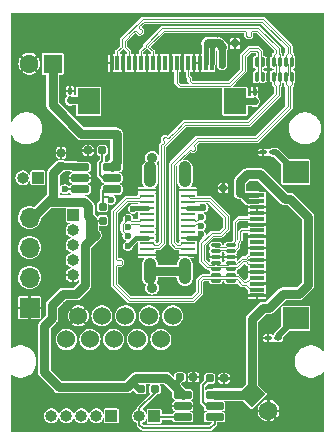
<source format=gbr>
%TF.GenerationSoftware,KiCad,Pcbnew,8.0.8*%
%TF.CreationDate,2025-01-21T20:41:30+03:00*%
%TF.ProjectId,Shield_Emergent_4,53686965-6c64-45f4-956d-657267656e74,rev?*%
%TF.SameCoordinates,Original*%
%TF.FileFunction,Copper,L1,Top*%
%TF.FilePolarity,Positive*%
%FSLAX46Y46*%
G04 Gerber Fmt 4.6, Leading zero omitted, Abs format (unit mm)*
G04 Created by KiCad (PCBNEW 8.0.8) date 2025-01-21 20:41:30*
%MOMM*%
%LPD*%
G01*
G04 APERTURE LIST*
G04 Aperture macros list*
%AMRoundRect*
0 Rectangle with rounded corners*
0 $1 Rounding radius*
0 $2 $3 $4 $5 $6 $7 $8 $9 X,Y pos of 4 corners*
0 Add a 4 corners polygon primitive as box body*
4,1,4,$2,$3,$4,$5,$6,$7,$8,$9,$2,$3,0*
0 Add four circle primitives for the rounded corners*
1,1,$1+$1,$2,$3*
1,1,$1+$1,$4,$5*
1,1,$1+$1,$6,$7*
1,1,$1+$1,$8,$9*
0 Add four rect primitives between the rounded corners*
20,1,$1+$1,$2,$3,$4,$5,0*
20,1,$1+$1,$4,$5,$6,$7,0*
20,1,$1+$1,$6,$7,$8,$9,0*
20,1,$1+$1,$8,$9,$2,$3,0*%
%AMRotRect*
0 Rectangle, with rotation*
0 The origin of the aperture is its center*
0 $1 length*
0 $2 width*
0 $3 Rotation angle, in degrees counterclockwise*
0 Add horizontal line*
21,1,$1,$2,0,0,$3*%
G04 Aperture macros list end*
%TA.AperFunction,ComponentPad*%
%ADD10R,1.000000X1.000000*%
%TD*%
%TA.AperFunction,ComponentPad*%
%ADD11O,1.000000X1.000000*%
%TD*%
%TA.AperFunction,SMDPad,CuDef*%
%ADD12RoundRect,0.075000X-0.075000X0.350000X-0.075000X-0.350000X0.075000X-0.350000X0.075000X0.350000X0*%
%TD*%
%TA.AperFunction,SMDPad,CuDef*%
%ADD13RoundRect,0.160000X-0.160000X0.197500X-0.160000X-0.197500X0.160000X-0.197500X0.160000X0.197500X0*%
%TD*%
%TA.AperFunction,ComponentPad*%
%ADD14C,0.900000*%
%TD*%
%TA.AperFunction,SMDPad,CuDef*%
%ADD15R,1.300000X0.270000*%
%TD*%
%TA.AperFunction,ComponentPad*%
%ADD16O,1.100000X2.220000*%
%TD*%
%TA.AperFunction,SMDPad,CuDef*%
%ADD17RoundRect,0.162500X-0.617500X-0.162500X0.617500X-0.162500X0.617500X0.162500X-0.617500X0.162500X0*%
%TD*%
%TA.AperFunction,SMDPad,CuDef*%
%ADD18RoundRect,0.150000X0.150000X0.200000X-0.150000X0.200000X-0.150000X-0.200000X0.150000X-0.200000X0*%
%TD*%
%TA.AperFunction,SMDPad,CuDef*%
%ADD19RoundRect,0.100000X0.100000X-0.217500X0.100000X0.217500X-0.100000X0.217500X-0.100000X-0.217500X0*%
%TD*%
%TA.AperFunction,SMDPad,CuDef*%
%ADD20RoundRect,0.160000X-0.197500X-0.160000X0.197500X-0.160000X0.197500X0.160000X-0.197500X0.160000X0*%
%TD*%
%TA.AperFunction,SMDPad,CuDef*%
%ADD21RoundRect,0.075000X0.350000X0.075000X-0.350000X0.075000X-0.350000X-0.075000X0.350000X-0.075000X0*%
%TD*%
%TA.AperFunction,ComponentPad*%
%ADD22C,1.524000*%
%TD*%
%TA.AperFunction,ComponentPad*%
%ADD23R,1.700000X1.700000*%
%TD*%
%TA.AperFunction,ComponentPad*%
%ADD24O,1.700000X1.700000*%
%TD*%
%TA.AperFunction,ComponentPad*%
%ADD25RotRect,1.600000X1.600000X315.000000*%
%TD*%
%TA.AperFunction,ComponentPad*%
%ADD26C,1.600000*%
%TD*%
%TA.AperFunction,SMDPad,CuDef*%
%ADD27R,1.300000X0.300000*%
%TD*%
%TA.AperFunction,SMDPad,CuDef*%
%ADD28R,2.200000X1.900000*%
%TD*%
%TA.AperFunction,SMDPad,CuDef*%
%ADD29RoundRect,0.100000X0.217500X0.100000X-0.217500X0.100000X-0.217500X-0.100000X0.217500X-0.100000X0*%
%TD*%
%TA.AperFunction,SMDPad,CuDef*%
%ADD30RoundRect,0.155000X-0.212500X-0.155000X0.212500X-0.155000X0.212500X0.155000X-0.212500X0.155000X0*%
%TD*%
%TA.AperFunction,SMDPad,CuDef*%
%ADD31R,0.300000X1.300000*%
%TD*%
%TA.AperFunction,SMDPad,CuDef*%
%ADD32R,1.900000X2.200000*%
%TD*%
%TA.AperFunction,SMDPad,CuDef*%
%ADD33RoundRect,0.160000X0.197500X0.160000X-0.197500X0.160000X-0.197500X-0.160000X0.197500X-0.160000X0*%
%TD*%
%TA.AperFunction,ComponentPad*%
%ADD34R,1.600000X1.600000*%
%TD*%
%TA.AperFunction,SMDPad,CuDef*%
%ADD35RoundRect,0.155000X0.155000X-0.212500X0.155000X0.212500X-0.155000X0.212500X-0.155000X-0.212500X0*%
%TD*%
%TA.AperFunction,SMDPad,CuDef*%
%ADD36RoundRect,0.150000X-0.150000X-0.200000X0.150000X-0.200000X0.150000X0.200000X-0.150000X0.200000X0*%
%TD*%
%TA.AperFunction,ViaPad*%
%ADD37C,0.600000*%
%TD*%
%TA.AperFunction,Conductor*%
%ADD38C,0.800000*%
%TD*%
%TA.AperFunction,Conductor*%
%ADD39C,0.600000*%
%TD*%
%TA.AperFunction,Conductor*%
%ADD40C,0.400000*%
%TD*%
%TA.AperFunction,Conductor*%
%ADD41C,0.250000*%
%TD*%
%TA.AperFunction,Conductor*%
%ADD42C,0.500000*%
%TD*%
%TA.AperFunction,Conductor*%
%ADD43C,0.112000*%
%TD*%
%TA.AperFunction,Conductor*%
%ADD44C,0.200000*%
%TD*%
G04 APERTURE END LIST*
D10*
%TO.P,J4,1,Pin_1*%
%TO.N,K1*%
X8750000Y-34350000D03*
D11*
%TO.P,J4,2,Pin_2*%
%TO.N,K3*%
X7479999Y-34350000D03*
%TO.P,J4,3,Pin_3*%
%TO.N,K5*%
X6210000Y-34350000D03*
%TO.P,J4,4,Pin_4*%
%TO.N,K7*%
X4940000Y-34350000D03*
%TO.P,J4,5,Pin_5*%
%TO.N,K9*%
X3670001Y-34350000D03*
%TD*%
D12*
%TO.P,U3,1,1*%
%TO.N,RX1-*%
X24050000Y-4395000D03*
%TO.P,U3,2,2*%
%TO.N,RX1+*%
X23550000Y-4395000D03*
%TO.P,U3,3,3*%
%TO.N,TX1+*%
X23050000Y-4395000D03*
%TO.P,U3,4,4*%
%TO.N,TX1-*%
X22550000Y-4395000D03*
%TO.P,U3,5,5*%
%TO.N,GND*%
X22050000Y-4395000D03*
%TO.P,U3,6,6*%
%TO.N,1_D-*%
X21550000Y-4395000D03*
%TO.P,U3,7,7*%
%TO.N,1_D+*%
X21050000Y-4395000D03*
%TO.P,U3,8,8*%
X21050000Y-5645000D03*
%TO.P,U3,9,9*%
%TO.N,1_D-*%
X21550000Y-5645000D03*
%TO.P,U3,10,10*%
%TO.N,GND*%
X22050000Y-5645000D03*
%TO.P,U3,11,11*%
%TO.N,TX1-*%
X22550000Y-5645000D03*
%TO.P,U3,12,12*%
%TO.N,TX1+*%
X23050000Y-5645000D03*
%TO.P,U3,13,13*%
%TO.N,RX1+*%
X23550000Y-5645000D03*
%TO.P,U3,14,14*%
%TO.N,RX1-*%
X24050000Y-5645000D03*
%TD*%
D13*
%TO.P,R6,1*%
%TO.N,nFLT1*%
X8020000Y-16622500D03*
%TO.P,R6,2*%
%TO.N,VBUS*%
X8020000Y-17817500D03*
%TD*%
D14*
%TO.P,X1,*%
%TO.N,*%
X12200000Y-23500000D03*
X12200000Y-12500000D03*
D15*
%TO.P,X1,A1,GND*%
%TO.N,GND*%
X11750000Y-20750000D03*
%TO.P,X1,A2,TX1+*%
%TO.N,TX1+*%
X11750000Y-20250000D03*
%TO.P,X1,A3,TX1-*%
%TO.N,TX1-*%
X11750000Y-19750000D03*
%TO.P,X1,A4,VBUS*%
%TO.N,VBUS*%
X11750001Y-19250000D03*
%TO.P,X1,A5,CC1*%
%TO.N,unconnected-(X1-CC1-PadA5)*%
X11750000Y-18750000D03*
%TO.P,X1,A6,D+*%
%TO.N,D+*%
X11750000Y-18250000D03*
%TO.P,X1,A7,D-*%
%TO.N,D-*%
X11750000Y-17750000D03*
%TO.P,X1,A8,SBU1*%
%TO.N,unconnected-(X1-SBU1-PadA8)*%
X11750000Y-17250000D03*
%TO.P,X1,A9,VBUS*%
%TO.N,VBUS*%
X11750001Y-16750000D03*
%TO.P,X1,A10,RX2-*%
%TO.N,RX2-*%
X11750000Y-16250000D03*
%TO.P,X1,A11,RX2+*%
%TO.N,RX2+*%
X11750000Y-15750000D03*
%TO.P,X1,A12,GND*%
%TO.N,GND*%
X11750000Y-15250000D03*
%TO.P,X1,B1,GND*%
X15250000Y-15250000D03*
%TO.P,X1,B2,TX2+*%
%TO.N,TX2+*%
X15250000Y-15750000D03*
%TO.P,X1,B3,TX2-*%
%TO.N,TX2-*%
X15250000Y-16250000D03*
%TO.P,X1,B4,VBUS*%
%TO.N,VBUS*%
X15249999Y-16750000D03*
%TO.P,X1,B5,CC2*%
%TO.N,unconnected-(X1-CC2-PadB5)*%
X15250000Y-17250000D03*
%TO.P,X1,B6,D+*%
%TO.N,D+*%
X15250000Y-17750000D03*
%TO.P,X1,B7,D-*%
%TO.N,D-*%
X15250000Y-18250000D03*
%TO.P,X1,B8,SBU2*%
%TO.N,unconnected-(X1-SBU2-PadB8)*%
X15250000Y-18750000D03*
%TO.P,X1,B9,VBUS*%
%TO.N,VBUS*%
X15249999Y-19250000D03*
%TO.P,X1,B10,RX1-*%
%TO.N,RX1-*%
X15250000Y-19750000D03*
%TO.P,X1,B11,RX1+*%
%TO.N,RX1+*%
X15250000Y-20250000D03*
%TO.P,X1,B12,GND*%
%TO.N,GND*%
X15250000Y-20750000D03*
D16*
%TO.P,X1,S1,SHIELD*%
%TO.N,Shield*%
X12030000Y-22100000D03*
X14970000Y-22100000D03*
X12030000Y-13900000D03*
X14970000Y-13900000D03*
%TD*%
D17*
%TO.P,U2,1,IN*%
%TO.N,VBUS*%
X14800000Y-32540000D03*
%TO.P,U2,2,GND*%
%TO.N,GND*%
X14800000Y-33490000D03*
%TO.P,U2,3,EN*%
%TO.N,EN2*%
X14800000Y-34440000D03*
%TO.P,U2,4,nFAULT*%
%TO.N,nFLT2*%
X17500000Y-34440000D03*
%TO.P,U2,5,ILIM*%
%TO.N,Net-(U2-ILIM)*%
X17500000Y-33490000D03*
%TO.P,U2,6,OUT*%
%TO.N,VOUT2*%
X17500000Y-32540000D03*
%TD*%
D18*
%TO.P,D1,1,A1*%
%TO.N,VOUT1*%
X17822500Y-2820000D03*
%TO.P,D1,2,A2*%
%TO.N,GND*%
X19222500Y-2820000D03*
%TD*%
D19*
%TO.P,R10,1*%
%TO.N,Net-(J1-PadS2)*%
X5260000Y-7637500D03*
%TO.P,R10,2*%
%TO.N,GND*%
X5260000Y-6822500D03*
%TD*%
D20*
%TO.P,R8,1*%
%TO.N,Net-(U2-ILIM)*%
X17082500Y-31170000D03*
%TO.P,R8,2*%
%TO.N,GND*%
X18277500Y-31170000D03*
%TD*%
D21*
%TO.P,U4,1,1*%
%TO.N,RX2+*%
X18857500Y-22907500D03*
%TO.P,U4,2,2*%
%TO.N,RX2-*%
X18857500Y-22407500D03*
%TO.P,U4,3,3*%
%TO.N,TX2-*%
X18857500Y-21907500D03*
%TO.P,U4,4,4*%
%TO.N,TX2+*%
X18857500Y-21407500D03*
%TO.P,U4,5,5*%
%TO.N,GND*%
X18857500Y-20907500D03*
%TO.P,U4,6,6*%
%TO.N,2_D+*%
X18857500Y-20407500D03*
%TO.P,U4,7,7*%
%TO.N,2_D-*%
X18857500Y-19907500D03*
%TO.P,U4,8,8*%
X17607500Y-19907500D03*
%TO.P,U4,9,9*%
%TO.N,2_D+*%
X17607500Y-20407500D03*
%TO.P,U4,10,10*%
%TO.N,GND*%
X17607500Y-20907500D03*
%TO.P,U4,11,11*%
%TO.N,TX2+*%
X17607500Y-21407500D03*
%TO.P,U4,12,12*%
%TO.N,TX2-*%
X17607500Y-21907500D03*
%TO.P,U4,13,13*%
%TO.N,RX2-*%
X17607500Y-22407500D03*
%TO.P,U4,14,14*%
%TO.N,RX2+*%
X17607500Y-22907500D03*
%TD*%
D22*
%TO.P,J8,1,Pin_1*%
%TO.N,K2*%
X13950000Y-25880000D03*
%TO.P,J8,2,Pin_2*%
%TO.N,K1*%
X12950000Y-27880000D03*
%TO.P,J8,3,Pin_3*%
%TO.N,K4*%
X11949999Y-25880000D03*
%TO.P,J8,4,Pin_4*%
%TO.N,K3*%
X10950000Y-27880000D03*
%TO.P,J8,5,Pin_5*%
%TO.N,K6*%
X9950000Y-25880000D03*
%TO.P,J8,6,Pin_6*%
%TO.N,K5*%
X8950001Y-27880000D03*
%TO.P,J8,7,Pin_7*%
%TO.N,K8*%
X7950000Y-25880000D03*
%TO.P,J8,8,Pin_8*%
%TO.N,K7*%
X6950000Y-27880000D03*
%TO.P,J8,9,Pin_9*%
%TO.N,GND*%
X5950000Y-25880000D03*
%TO.P,J8,10,Pin_10*%
%TO.N,K9*%
X4950000Y-27880001D03*
%TD*%
D23*
%TO.P,J2,1,Pin_1*%
%TO.N,GND*%
X1830000Y-25190000D03*
D24*
%TO.P,J2,2,Pin_2*%
%TO.N,D+*%
X1830000Y-22650000D03*
%TO.P,J2,3,Pin_3*%
%TO.N,D-*%
X1830000Y-20110001D03*
%TO.P,J2,4,Pin_4*%
%TO.N,VBUS*%
X1830000Y-17570000D03*
%TD*%
D10*
%TO.P,J6,1,Pin_1*%
%TO.N,EN2*%
X12400000Y-34380000D03*
D11*
%TO.P,J6,2,Pin_2*%
%TO.N,nFLT2*%
X11129999Y-34380000D03*
%TD*%
D19*
%TO.P,R9,1*%
%TO.N,Net-(J1-PadS1)*%
X20880000Y-7727500D03*
%TO.P,R9,2*%
%TO.N,GND*%
X20880000Y-6912500D03*
%TD*%
D25*
%TO.P,C4,1*%
%TO.N,VOUT2*%
X20640000Y-32500000D03*
D26*
%TO.P,C4,2*%
%TO.N,GND*%
X22054214Y-33914214D03*
%TD*%
D10*
%TO.P,J5,1,Pin_1*%
%TO.N,EN1*%
X2530000Y-14200000D03*
D11*
%TO.P,J5,2,Pin_2*%
%TO.N,nFLT1*%
X1259999Y-14200000D03*
%TD*%
D27*
%TO.P,J3,1,1*%
%TO.N,GND*%
X21103805Y-24150000D03*
%TO.P,J3,2,2*%
%TO.N,RX2+*%
X21103805Y-23650000D03*
%TO.P,J3,3,3*%
%TO.N,GND*%
X21103805Y-23150000D03*
%TO.P,J3,4,4*%
%TO.N,RX2-*%
X21103805Y-22650000D03*
%TO.P,J3,5,5*%
%TO.N,GND*%
X21103805Y-22150000D03*
%TO.P,J3,6,6*%
%TO.N,TX2-*%
X21103805Y-21650000D03*
%TO.P,J3,7,7*%
%TO.N,GND*%
X21103805Y-21150000D03*
%TO.P,J3,8,8*%
%TO.N,TX2+*%
X21103805Y-20650000D03*
%TO.P,J3,9,9*%
%TO.N,GND*%
X21103805Y-20150000D03*
%TO.P,J3,10,10*%
%TO.N,unconnected-(J3-Pad10)*%
X21103805Y-19650000D03*
%TO.P,J3,11,11*%
%TO.N,GND*%
X21103805Y-19150000D03*
%TO.P,J3,12,12*%
%TO.N,2_D+*%
X21103805Y-18650000D03*
%TO.P,J3,13,13*%
%TO.N,GND*%
X21103805Y-18150000D03*
%TO.P,J3,14,14*%
%TO.N,2_D-*%
X21103805Y-17650000D03*
%TO.P,J3,15,15*%
%TO.N,GND*%
X21103805Y-17150000D03*
%TO.P,J3,16,16*%
X21103805Y-16650000D03*
%TO.P,J3,17,17*%
%TO.N,VOUT2*%
X21103805Y-16150000D03*
%TO.P,J3,18,18*%
X21103805Y-15650000D03*
D28*
%TO.P,J3,S1,S1*%
%TO.N,Net-(J3-PadS1)*%
X24353805Y-13700000D03*
%TO.P,J3,S2,S2*%
%TO.N,Net-(J3-PadS2)*%
X24353805Y-26100000D03*
%TD*%
D29*
%TO.P,R12,1*%
%TO.N,Net-(J3-PadS2)*%
X22847500Y-27750000D03*
%TO.P,R12,2*%
%TO.N,GND*%
X22032500Y-27750000D03*
%TD*%
D30*
%TO.P,C3,1*%
%TO.N,VBUS*%
X14562500Y-31070000D03*
%TO.P,C3,2*%
%TO.N,GND*%
X15697500Y-31070000D03*
%TD*%
D31*
%TO.P,J1,1,1*%
%TO.N,GND*%
X8770000Y-4465000D03*
%TO.P,J1,2,2*%
%TO.N,RX1-*%
X9270000Y-4465000D03*
%TO.P,J1,3,3*%
%TO.N,GND*%
X9770000Y-4465000D03*
%TO.P,J1,4,4*%
%TO.N,RX1+*%
X10270000Y-4465000D03*
%TO.P,J1,5,5*%
%TO.N,GND*%
X10770000Y-4465000D03*
%TO.P,J1,6,6*%
%TO.N,TX1+*%
X11270000Y-4465000D03*
%TO.P,J1,7,7*%
%TO.N,GND*%
X11770000Y-4465000D03*
%TO.P,J1,8,8*%
%TO.N,TX1-*%
X12270000Y-4465000D03*
%TO.P,J1,9,9*%
%TO.N,GND*%
X12770000Y-4465000D03*
%TO.P,J1,10,10*%
%TO.N,unconnected-(J1-Pad10)*%
X13270000Y-4465000D03*
%TO.P,J1,11,11*%
%TO.N,GND*%
X13770000Y-4465000D03*
%TO.P,J1,12,12*%
%TO.N,1_D+*%
X14270000Y-4465000D03*
%TO.P,J1,13,13*%
%TO.N,GND*%
X14770000Y-4465000D03*
%TO.P,J1,14,14*%
%TO.N,1_D-*%
X15270000Y-4465000D03*
%TO.P,J1,15,15*%
%TO.N,GND*%
X15770000Y-4465000D03*
%TO.P,J1,16,16*%
X16270000Y-4465000D03*
%TO.P,J1,17,17*%
%TO.N,VOUT1*%
X16770000Y-4465000D03*
%TO.P,J1,18,18*%
X17270000Y-4465000D03*
D32*
%TO.P,J1,S1,S1*%
%TO.N,Net-(J1-PadS1)*%
X19220000Y-7715000D03*
%TO.P,J1,S2,S2*%
%TO.N,Net-(J1-PadS2)*%
X6820000Y-7715000D03*
%TD*%
D33*
%TO.P,R7,1*%
%TO.N,nFLT2*%
X12437500Y-32060000D03*
%TO.P,R7,2*%
%TO.N,VBUS*%
X11242500Y-32060000D03*
%TD*%
D17*
%TO.P,U1,1,IN*%
%TO.N,VBUS*%
X6090000Y-13270000D03*
%TO.P,U1,2,GND*%
%TO.N,GND*%
X6090000Y-14220000D03*
%TO.P,U1,3,EN*%
%TO.N,EN1*%
X6090000Y-15170000D03*
%TO.P,U1,4,nFAULT*%
%TO.N,nFLT1*%
X8790000Y-15170000D03*
%TO.P,U1,5,ILIM*%
%TO.N,Net-(U1-ILIM)*%
X8790000Y-14220000D03*
%TO.P,U1,6,OUT*%
%TO.N,VOUT1*%
X8790000Y-13270000D03*
%TD*%
D10*
%TO.P,J7,1,Pin_1*%
%TO.N,K2*%
X5510000Y-17355000D03*
D11*
%TO.P,J7,2,Pin_2*%
%TO.N,K4*%
X5510000Y-18625001D03*
%TO.P,J7,3,Pin_3*%
%TO.N,K6*%
X5510000Y-19895000D03*
%TO.P,J7,4,Pin_4*%
%TO.N,K8*%
X5510000Y-21165000D03*
%TO.P,J7,5,Pin_5*%
%TO.N,GND*%
X5510000Y-22434999D03*
%TD*%
D29*
%TO.P,R11,1*%
%TO.N,Net-(J3-PadS1)*%
X22417500Y-12040000D03*
%TO.P,R11,2*%
%TO.N,GND*%
X21602500Y-12040000D03*
%TD*%
D34*
%TO.P,C1,1*%
%TO.N,VOUT1*%
X3805113Y-4550000D03*
D26*
%TO.P,C1,2*%
%TO.N,GND*%
X1805113Y-4550000D03*
%TD*%
D35*
%TO.P,C2,1*%
%TO.N,VBUS*%
X4510000Y-13207500D03*
%TO.P,C2,2*%
%TO.N,GND*%
X4510000Y-12072500D03*
%TD*%
D33*
%TO.P,R4,1*%
%TO.N,Net-(U1-ILIM)*%
X7987500Y-11880000D03*
%TO.P,R4,2*%
%TO.N,GND*%
X6792500Y-11880000D03*
%TD*%
D36*
%TO.P,D2,1,A1*%
%TO.N,VOUT2*%
X19640000Y-15040000D03*
%TO.P,D2,2,A2*%
%TO.N,GND*%
X18240000Y-15040000D03*
%TD*%
D37*
%TO.N,VOUT1*%
X18120000Y-3420000D03*
X18120000Y-4030000D03*
X18120000Y-4670000D03*
%TO.N,GND*%
X20730000Y-14910000D03*
X20170000Y-5990000D03*
X13770000Y-23330000D03*
X22600000Y-19200000D03*
X7180000Y-24820000D03*
X17830000Y-13770000D03*
X16690000Y-8490000D03*
X4600000Y-5800000D03*
X4620000Y-7220000D03*
X20009988Y-19833079D03*
X23510000Y-1250000D03*
X9750000Y-5870000D03*
X8000000Y-4490000D03*
X24240000Y-22480000D03*
X12920000Y-3100000D03*
X1930000Y-35140000D03*
X22400000Y-16400000D03*
X20000000Y-10360000D03*
X25830000Y-34270000D03*
X10870000Y-33100000D03*
X3050000Y-23890000D03*
X25930000Y-3640000D03*
X4340000Y-33570000D03*
X4380000Y-11180000D03*
X8960000Y-8580000D03*
X8190000Y-3240000D03*
X21730000Y-9330000D03*
X20000000Y-22150000D03*
X10750000Y-5860000D03*
X22030000Y-6640000D03*
X670000Y-23750000D03*
X26030000Y-24750000D03*
X21510000Y-27000000D03*
X15900000Y-31900000D03*
X910000Y-21340000D03*
X3830000Y-9640000D03*
X2200000Y-5800000D03*
X3890000Y-23260000D03*
X10770000Y-3310000D03*
X22760000Y-34690000D03*
X2310000Y-11940000D03*
X15950000Y-3140000D03*
X18650000Y-16170000D03*
X16110000Y-34600000D03*
X19850000Y-20480000D03*
X17100000Y-14000000D03*
X25070000Y-6160000D03*
X1320000Y-6070000D03*
X19340000Y-31200000D03*
X13140000Y-23030000D03*
X4450000Y-22050000D03*
X13820000Y-3190000D03*
X12750000Y-5810000D03*
X3610000Y-17980000D03*
X17770000Y-12080000D03*
X15190000Y-10680000D03*
X13800000Y-20800000D03*
X930000Y-980000D03*
X19080000Y-4140000D03*
X21610000Y-28470000D03*
X25910000Y-15680000D03*
X9510000Y-31030000D03*
X21300000Y-12830000D03*
X13360000Y-33100000D03*
X22400000Y-20200000D03*
X4170000Y-29900000D03*
X1220000Y-2580000D03*
X24290000Y-18800000D03*
X12200000Y-11400000D03*
X22550000Y-28650000D03*
X8500000Y-31000000D03*
X14690000Y-29970000D03*
X8430000Y-1120000D03*
X20010000Y-2770000D03*
X6950000Y-26630000D03*
X20310000Y-35150000D03*
X12390000Y-1480000D03*
X10400000Y-11400000D03*
X5670000Y-11950000D03*
X22400000Y-23200000D03*
X4720000Y-26490000D03*
X23220000Y-33000000D03*
X25450000Y-8050000D03*
X18980000Y-30240000D03*
X22450000Y-29930000D03*
X18480000Y-24080000D03*
X6060000Y-6020000D03*
X25980000Y-6630000D03*
X720000Y-6820000D03*
X12370000Y-30300000D03*
X16110000Y-33840000D03*
X16590000Y-15370000D03*
X13000000Y-20800000D03*
X10390000Y-12350000D03*
X10000000Y-35000000D03*
X11310000Y-11970000D03*
X10340000Y-20810000D03*
X10200000Y-15200000D03*
X890000Y-18820000D03*
X10500000Y-21410000D03*
X22400000Y-18200000D03*
X22600000Y-22200000D03*
X14800000Y-3120000D03*
X3610000Y-19660000D03*
X13860000Y-12060000D03*
X7510000Y-14560000D03*
X17710000Y-10360000D03*
X4730000Y-14260000D03*
X5520000Y-1720000D03*
X17850000Y-17890000D03*
X15960000Y-32990000D03*
X7420000Y-15350000D03*
X4940000Y-25000000D03*
X13460000Y-6050000D03*
X19750000Y-24750000D03*
X22050000Y-11250000D03*
X8530000Y-5810000D03*
X23050000Y-7930000D03*
X14430000Y-23690000D03*
X22400000Y-17200000D03*
X3370000Y-22220000D03*
X7270000Y-12720000D03*
X5300000Y-30000000D03*
X11030000Y-23140000D03*
X7250000Y-13750000D03*
X10400000Y-14400000D03*
X18730000Y-19160000D03*
X26360000Y-20030000D03*
X15460000Y-30220000D03*
X22210000Y-13100000D03*
X18740000Y-35350000D03*
X16950000Y-27810000D03*
X14900000Y-5920000D03*
X21670000Y-7220000D03*
X19500000Y-16760000D03*
X3560000Y-2790000D03*
X16030000Y-5640000D03*
X21030000Y-2580000D03*
X18130000Y-26220000D03*
X740000Y-26770000D03*
X17070000Y-23920000D03*
X14890000Y-28190000D03*
X19050000Y-28590000D03*
X2190000Y-26860000D03*
X2120000Y-2870000D03*
X26190000Y-750000D03*
X20670000Y-34510000D03*
X22050000Y-3450000D03*
X20610000Y-8480000D03*
X22500000Y-26750000D03*
X10000000Y-33000000D03*
X11780000Y-5770000D03*
X17400000Y-15400000D03*
X11480000Y-8670000D03*
X13480000Y-8710000D03*
X1000000Y-33500000D03*
X19820000Y-18150000D03*
X7540000Y-21390000D03*
X19820000Y-25660000D03*
X22400000Y-21200000D03*
%TO.N,VBUS*%
X16313481Y-18991601D03*
X6800000Y-17446926D03*
X7415000Y-19035000D03*
X10150000Y-19948632D03*
X10600000Y-16800000D03*
X16550000Y-16700000D03*
X7210554Y-18270000D03*
%TO.N,D+*%
X10189000Y-18363500D03*
X16313477Y-17527000D03*
%TO.N,D-*%
X10189000Y-17636500D03*
X10124302Y-19087618D03*
X16314920Y-18254003D03*
%TO.N,nFLT1*%
X8740000Y-16060000D03*
%TO.N,EN1*%
X4800000Y-15170000D03*
%TD*%
D38*
%TO.N,VOUT1*%
X3773000Y-8023000D02*
X3773000Y-4582113D01*
D39*
X17830000Y-2820000D02*
X18070000Y-3060000D01*
D38*
X3773000Y-4582113D02*
X3805113Y-4550000D01*
D39*
X18120000Y-4670000D02*
X18120000Y-4680000D01*
D38*
X9190000Y-12870000D02*
X9190000Y-10460000D01*
D40*
X16770000Y-4465000D02*
X16770000Y-2930000D01*
D38*
X17830000Y-2820000D02*
X18120000Y-3110000D01*
X9190000Y-10460000D02*
X6210000Y-10460000D01*
D39*
X18120000Y-3420000D02*
X18120000Y-4030000D01*
D40*
X17270000Y-4465000D02*
X17270000Y-2980000D01*
D39*
X18120000Y-4030000D02*
X18120000Y-4670000D01*
D38*
X17450000Y-2800000D02*
X16900000Y-2800000D01*
D39*
X18120000Y-3110000D02*
X18120000Y-3420000D01*
D38*
X6210000Y-10460000D02*
X3773000Y-8023000D01*
D40*
X17270000Y-2980000D02*
X17450000Y-2800000D01*
D39*
X17822500Y-2820000D02*
X17830000Y-2820000D01*
D38*
X8790000Y-13270000D02*
X9190000Y-12870000D01*
D40*
X16770000Y-2930000D02*
X16900000Y-2800000D01*
D41*
%TO.N,GND*%
X15250000Y-20750000D02*
X15710000Y-20750000D01*
X15822500Y-20862500D02*
X15822500Y-21160000D01*
X15710000Y-20750000D02*
X15822500Y-20862500D01*
X15710000Y-20750000D02*
X15790000Y-20830000D01*
D38*
%TO.N,VBUS*%
X10100000Y-31900000D02*
X10852500Y-31147500D01*
D39*
X4387500Y-13200000D02*
X5640000Y-13200000D01*
D38*
X4310000Y-31900000D02*
X10100000Y-31900000D01*
X10852500Y-31147500D02*
X13407500Y-31147500D01*
D40*
X10848632Y-19250000D02*
X11750001Y-19250000D01*
D38*
X14035000Y-31775000D02*
X14800000Y-32540000D01*
X6800000Y-16591000D02*
X6409000Y-16200000D01*
D42*
X5730000Y-13290000D02*
X5760000Y-13320000D01*
D38*
X3840000Y-15799604D02*
X2352604Y-17287000D01*
D43*
X1800001Y-17870001D02*
X1800000Y-17870001D01*
D38*
X3080000Y-26710000D02*
X3080000Y-30670000D01*
X3840000Y-13747500D02*
X3840000Y-15799604D01*
D39*
X4297500Y-13290000D02*
X4387500Y-13200000D01*
D38*
X3750000Y-26040000D02*
X3080000Y-26710000D01*
D44*
X7663054Y-17817500D02*
X8020000Y-17817500D01*
D40*
X16313481Y-18991601D02*
X16055082Y-19250000D01*
X11750001Y-16750000D02*
X10650000Y-16750000D01*
D38*
X3750000Y-24950000D02*
X3750000Y-26040000D01*
X5780000Y-24010000D02*
X4690000Y-24010000D01*
D39*
X11110000Y-32060000D02*
X10700000Y-31650000D01*
D38*
X7210554Y-18270000D02*
X6950000Y-18530554D01*
D40*
X16313481Y-18991601D02*
X16258399Y-18991601D01*
D38*
X4690000Y-24010000D02*
X3750000Y-24950000D01*
X6800000Y-17446926D02*
X6800000Y-16591000D01*
X7210554Y-18270000D02*
X7210554Y-18830554D01*
X2352604Y-17287000D02*
X1830000Y-17287000D01*
D40*
X16500000Y-16750000D02*
X15249999Y-16750000D01*
D38*
X7210554Y-18270000D02*
X7210554Y-17857480D01*
X13407500Y-31147500D02*
X14035000Y-31775000D01*
X6537000Y-19913000D02*
X6537000Y-23253000D01*
X3540000Y-16200000D02*
X3489802Y-16149802D01*
X7210554Y-18830554D02*
X7415000Y-19035000D01*
X6800000Y-17446926D02*
X6950000Y-17596926D01*
D39*
X11242500Y-32060000D02*
X11110000Y-32060000D01*
D40*
X14562500Y-31247500D02*
X14035000Y-31775000D01*
D38*
X6950000Y-19500000D02*
X6950000Y-18950000D01*
X7415000Y-19035000D02*
X6950000Y-19500000D01*
X6950000Y-17596926D02*
X6950000Y-18950000D01*
D40*
X14562500Y-31070000D02*
X14562500Y-31247500D01*
D38*
X7210554Y-17857480D02*
X6800000Y-17446926D01*
X3080000Y-30670000D02*
X4310000Y-31900000D01*
X6537000Y-23253000D02*
X5780000Y-24010000D01*
D39*
X5640000Y-13200000D02*
X5730000Y-13290000D01*
D40*
X10150000Y-19948632D02*
X10848632Y-19250000D01*
D38*
X6409000Y-16200000D02*
X3540000Y-16200000D01*
D40*
X16055082Y-19250000D02*
X15249999Y-19250000D01*
D44*
X7210554Y-18270000D02*
X7663054Y-17817500D01*
D40*
X16550000Y-16700000D02*
X16500000Y-16750000D01*
D38*
X4297500Y-13290000D02*
X3840000Y-13747500D01*
X6950000Y-19500000D02*
X6537000Y-19913000D01*
D40*
X10650000Y-16750000D02*
X10600000Y-16800000D01*
D38*
X6950000Y-18530554D02*
X6950000Y-18950000D01*
%TO.N,VOUT2*%
X23470000Y-16000000D02*
X21370000Y-13900000D01*
D40*
X21103805Y-16150000D02*
X20300000Y-16150000D01*
D38*
X21600000Y-25200000D02*
X22100000Y-25200000D01*
X21370000Y-13900000D02*
X20250000Y-13900000D01*
D40*
X19800000Y-15650000D02*
X21103805Y-15650000D01*
D38*
X22100000Y-25200000D02*
X23300000Y-24000000D01*
X24650000Y-24000000D02*
X25400000Y-23250000D01*
X23300000Y-24000000D02*
X24650000Y-24000000D01*
X25400000Y-23250000D02*
X25400000Y-17500000D01*
X20640000Y-32500000D02*
X20640000Y-26160000D01*
X20600000Y-32540000D02*
X20640000Y-32500000D01*
D40*
X20300000Y-16150000D02*
X19800000Y-15650000D01*
D38*
X17500000Y-32540000D02*
X20600000Y-32540000D01*
X19650000Y-14500000D02*
X19650000Y-15500000D01*
X20640000Y-26160000D02*
X21600000Y-25200000D01*
X23900000Y-16000000D02*
X23470000Y-16000000D01*
X20250000Y-13900000D02*
X19650000Y-14500000D01*
X25400000Y-17500000D02*
X23900000Y-16000000D01*
D43*
%TO.N,RX1-*%
X23919500Y-5514500D02*
X24050000Y-5645000D01*
X15369500Y-11799500D02*
X15504203Y-11799500D01*
X11390500Y-740500D02*
X21599500Y-740500D01*
X23919500Y-4525500D02*
X23919500Y-5514500D01*
X21079500Y-11089500D02*
X23919500Y-8249500D01*
X15857817Y-11614299D02*
X15773609Y-11530091D01*
X14735000Y-19750000D02*
X14604500Y-19880500D01*
X16079500Y-11089500D02*
X17001194Y-11089500D01*
X14019500Y-13149500D02*
X15369500Y-11799500D01*
X23919500Y-8249500D02*
X23919500Y-6413001D01*
X15857817Y-11749003D02*
X15857817Y-11614299D01*
X15723114Y-11883707D02*
X15857817Y-11749003D01*
X23919500Y-6413001D02*
X24050000Y-6282501D01*
X15504203Y-11799500D02*
X15588410Y-11883707D01*
X14019500Y-19630019D02*
X14019500Y-13149500D01*
X15588410Y-11883707D02*
X15723114Y-11883707D01*
X24050000Y-6282501D02*
X24050000Y-5645000D01*
X9650500Y-2480500D02*
X11390500Y-740500D01*
X15773609Y-11530091D02*
X15773609Y-11395387D01*
X23919500Y-3626999D02*
X24050000Y-3757499D01*
X14604500Y-19880500D02*
X14269981Y-19880500D01*
X24050000Y-3757499D02*
X24050000Y-4395000D01*
X15908315Y-11260684D02*
X16079500Y-11089500D01*
X17001194Y-11089500D02*
X21079500Y-11089500D01*
X15250000Y-19750000D02*
X14735000Y-19750000D01*
X9270000Y-4465000D02*
X9270000Y-3489999D01*
X21599500Y-740500D02*
X23919500Y-3060500D01*
X9650500Y-3109499D02*
X9650500Y-2480500D01*
X23919500Y-3060500D02*
X23919500Y-3626999D01*
X15773609Y-11395387D02*
X15908315Y-11260684D01*
X24050000Y-4395000D02*
X23919500Y-4525500D01*
X9270000Y-3489999D02*
X9650500Y-3109499D01*
X14269981Y-19880500D02*
X14019500Y-19630019D01*
%TO.N,RX1+*%
X23550000Y-6282501D02*
X23550000Y-5645000D01*
X13780500Y-13050500D02*
X15980500Y-10850500D01*
X10270000Y-3489999D02*
X10270000Y-4465000D01*
X11343707Y-1708411D02*
X11343707Y-1843115D01*
X14735000Y-20250000D02*
X14604500Y-20119500D01*
X20980500Y-10850500D02*
X23680500Y-8150500D01*
X11489500Y-979500D02*
X11119500Y-1349500D01*
X10209500Y-2259500D02*
X9889500Y-2579500D01*
X23680500Y-5514500D02*
X23550000Y-5645000D01*
X10850092Y-1753615D02*
X10715388Y-1753615D01*
X21500500Y-979500D02*
X11489500Y-979500D01*
X11119500Y-1349500D02*
X11119500Y-1484204D01*
X9889500Y-2579500D02*
X9889500Y-3109499D01*
X9889500Y-3109499D02*
X10270000Y-3489999D01*
X23680500Y-6413001D02*
X23550000Y-6282501D01*
X10275920Y-2193080D02*
X10209500Y-2259500D01*
X15980500Y-10850500D02*
X20980500Y-10850500D01*
X23550000Y-4395000D02*
X23550000Y-3757499D01*
X13780500Y-19729019D02*
X13780500Y-13050500D01*
X11343707Y-1843115D02*
X11209002Y-1977821D01*
X23680500Y-3159500D02*
X21500500Y-979500D01*
X23680500Y-4525500D02*
X23680500Y-5514500D01*
X23680500Y-3626999D02*
X23680500Y-3159500D01*
X11119500Y-1484204D02*
X11343707Y-1708411D01*
X23550000Y-3757499D02*
X23680500Y-3626999D01*
X11074298Y-1977821D02*
X10850092Y-1753615D01*
X10580684Y-1888317D02*
X10275920Y-2193080D01*
X14604500Y-20119500D02*
X14170981Y-20119500D01*
X10715388Y-1753615D02*
X10580684Y-1888317D01*
X15250000Y-20250000D02*
X14735000Y-20250000D01*
X14170981Y-20119500D02*
X13780500Y-19729019D01*
X23680500Y-8150500D02*
X23680500Y-6413001D01*
X23550000Y-4395000D02*
X23680500Y-4525500D01*
X11209002Y-1977821D02*
X11074298Y-1977821D01*
%TO.N,TX1+*%
X23050000Y-4395000D02*
X22919500Y-4525500D01*
X13070500Y-1500500D02*
X11650500Y-2920500D01*
X13219500Y-19699656D02*
X12799656Y-20119500D01*
X13219500Y-11539500D02*
X13219500Y-19699656D01*
X11270000Y-3489999D02*
X11270000Y-4465000D01*
X23050000Y-6282501D02*
X22919500Y-6413001D01*
X11650500Y-3109499D02*
X11270000Y-3489999D01*
X22919500Y-7219500D02*
X20409500Y-9729500D01*
X21179500Y-1500500D02*
X13070500Y-1500500D01*
X22919500Y-3626999D02*
X22919500Y-3240500D01*
X12395500Y-20119500D02*
X12265000Y-20250000D01*
X23050000Y-3757499D02*
X22919500Y-3626999D01*
X22919500Y-4525500D02*
X22919500Y-5514500D01*
X23050000Y-5645000D02*
X23050000Y-6282501D01*
X22919500Y-5514500D02*
X23050000Y-5645000D01*
X23050000Y-4395000D02*
X23050000Y-3757499D01*
X12265000Y-20250000D02*
X11750000Y-20250000D01*
X15029500Y-9729500D02*
X13219500Y-11539500D01*
X12799656Y-20119500D02*
X12395500Y-20119500D01*
X20409500Y-9729500D02*
X15029500Y-9729500D01*
X22919500Y-6413001D02*
X22919500Y-7219500D01*
X11650500Y-2920500D02*
X11650500Y-3109499D01*
X22919500Y-3240500D02*
X21179500Y-1500500D01*
%TO.N,D+*%
X15895500Y-17880500D02*
X15765000Y-17750000D01*
X11235000Y-18250000D02*
X11104500Y-18119500D01*
X11104500Y-18119500D02*
X10433000Y-18119500D01*
X16313477Y-17527000D02*
X15959977Y-17880500D01*
X10433000Y-18119500D02*
X10189000Y-18363500D01*
X15765000Y-17750000D02*
X15250000Y-17750000D01*
X11750000Y-18250000D02*
X11235000Y-18250000D01*
X15959977Y-17880500D02*
X15895500Y-17880500D01*
%TO.N,TX1-*%
X22550000Y-6282501D02*
X22550000Y-5645000D01*
X12395500Y-19880500D02*
X12700656Y-19880500D01*
X12980500Y-11440500D02*
X13187221Y-11233779D01*
X13187221Y-11233779D02*
X13187222Y-11099075D01*
X20185250Y-1834750D02*
X20185250Y-2151826D01*
X12700656Y-19880500D02*
X12980500Y-19600656D01*
X14030801Y-10390199D02*
X14114624Y-10306376D01*
X13169500Y-1739500D02*
X20090000Y-1739500D01*
X22680500Y-7120500D02*
X22680500Y-6413001D01*
X20185250Y-2151826D02*
X20280500Y-2247076D01*
X14930500Y-9490500D02*
X20310500Y-9490500D01*
X13103015Y-11014868D02*
X13103015Y-10880164D01*
X20471000Y-2247076D02*
X20566250Y-2151826D01*
X13372423Y-10745461D02*
X13456631Y-10829669D01*
X13726038Y-10694963D02*
X14030801Y-10390199D01*
X22189205Y-2848205D02*
X22680500Y-3339500D01*
X11889500Y-3019500D02*
X13169500Y-1739500D01*
X22550000Y-4395000D02*
X22680500Y-4525500D01*
X22680500Y-5514500D02*
X22550000Y-5645000D01*
X20310500Y-9490500D02*
X22680500Y-7120500D01*
X22680500Y-4525500D02*
X22680500Y-5514500D01*
X22680500Y-6413001D02*
X22550000Y-6282501D01*
X22680500Y-3339500D02*
X22680500Y-3626999D01*
X20566250Y-2151826D02*
X20566250Y-1834750D01*
X12980500Y-19600656D02*
X12980500Y-11440500D01*
X13456631Y-10829669D02*
X13591335Y-10829669D01*
X13187222Y-11099075D02*
X13103015Y-11014868D01*
X22550000Y-3757499D02*
X22550000Y-4395000D01*
X14114624Y-10306376D02*
X14930500Y-9490500D01*
X12270000Y-4465000D02*
X12270000Y-3489999D01*
X13237719Y-10745461D02*
X13372423Y-10745461D01*
X13591335Y-10829669D02*
X13726038Y-10694963D01*
X20280500Y-2247076D02*
X20471000Y-2247076D01*
X12270000Y-3489999D02*
X11889500Y-3109499D01*
X11750000Y-19750000D02*
X12265000Y-19750000D01*
X21080500Y-1739500D02*
X22189205Y-2848205D01*
X12265000Y-19750000D02*
X12395500Y-19880500D01*
X13103015Y-10880164D02*
X13237719Y-10745461D01*
X11889500Y-3109499D02*
X11889500Y-3019500D01*
X20566250Y-1834750D02*
X20661500Y-1739500D01*
X20090000Y-1739500D02*
X20185250Y-1834750D01*
X22680500Y-3626999D02*
X22550000Y-3757499D01*
X20661500Y-1739500D02*
X21080500Y-1739500D01*
%TO.N,D-*%
X11750000Y-17750000D02*
X11235000Y-17750000D01*
X15895500Y-18119500D02*
X15765000Y-18250000D01*
X16314920Y-18254003D02*
X16180417Y-18119500D01*
X10433000Y-17880500D02*
X10189000Y-17636500D01*
X10124302Y-19087618D02*
X9706000Y-18669316D01*
X9706000Y-18119500D02*
X10189000Y-17636500D01*
X11235000Y-17750000D02*
X11104500Y-17880500D01*
X16180417Y-18119500D02*
X15895500Y-18119500D01*
X11104500Y-17880500D02*
X10433000Y-17880500D01*
X15765000Y-18250000D02*
X15250000Y-18250000D01*
X9706000Y-18669316D02*
X9706000Y-18119500D01*
D44*
%TO.N,nFLT1*%
X8470000Y-15790000D02*
X8740000Y-16060000D01*
X8020000Y-15790000D02*
X8470000Y-15790000D01*
X8020000Y-15790000D02*
X8020000Y-16622500D01*
X8110000Y-15220000D02*
X8020000Y-15310000D01*
X8460000Y-15220000D02*
X8110000Y-15220000D01*
X8020000Y-15310000D02*
X8020000Y-15790000D01*
%TO.N,EN1*%
X6090000Y-15170000D02*
X4800000Y-15170000D01*
%TO.N,EN2*%
X14800000Y-34440000D02*
X12460000Y-34440000D01*
X12460000Y-34440000D02*
X12400000Y-34380000D01*
%TO.N,nFLT2*%
X12437500Y-32379999D02*
X11129999Y-33687500D01*
X12437500Y-32060000D02*
X12437500Y-32379999D01*
X17140000Y-35370000D02*
X11412893Y-35370000D01*
X11412893Y-35370000D02*
X11129999Y-35087106D01*
X11129999Y-33687500D02*
X11129999Y-34380000D01*
X17500000Y-34440000D02*
X17500000Y-35010000D01*
X11129999Y-35087106D02*
X11129999Y-34380000D01*
X17500000Y-35010000D02*
X17140000Y-35370000D01*
D43*
%TO.N,2_D-*%
X19213000Y-19552000D02*
X18857500Y-19907500D01*
X19200000Y-18946934D02*
X19213000Y-18959934D01*
X18769502Y-19907500D02*
X18607500Y-19907500D01*
X18477000Y-20038000D02*
X18607500Y-19907500D01*
X17357500Y-19907500D02*
X17488000Y-20038000D01*
X19213000Y-18959934D02*
X19213000Y-19552000D01*
X19470000Y-17650000D02*
X19200000Y-17920000D01*
X21103805Y-17650000D02*
X19470000Y-17650000D01*
X19200000Y-17920000D02*
X19200000Y-18946934D01*
X17488000Y-20038000D02*
X18477000Y-20038000D01*
%TO.N,TX2+*%
X18629500Y-18499500D02*
X18038204Y-19090796D01*
X17738000Y-21538000D02*
X18639002Y-21538000D01*
X19331502Y-21530500D02*
X19831502Y-21030500D01*
X15250000Y-15750000D02*
X15380500Y-15880500D01*
X17099500Y-15880500D02*
X18629500Y-17410500D01*
X16599500Y-19839849D02*
X16599500Y-21146937D01*
X18038204Y-19090796D02*
X17348553Y-19090796D01*
X15380500Y-15880500D02*
X17099500Y-15880500D01*
X20436805Y-20817000D02*
X20603805Y-20650000D01*
X20603805Y-20650000D02*
X21103805Y-20650000D01*
X18769502Y-21407500D02*
X18857500Y-21407500D01*
X16599500Y-21146937D02*
X16990563Y-21538000D01*
X20119500Y-21030500D02*
X20333000Y-20817000D01*
X18857500Y-21407500D02*
X18980500Y-21530500D01*
X16990563Y-21538000D02*
X17477000Y-21538000D01*
X18980500Y-21530500D02*
X19331502Y-21530500D01*
X20333000Y-20817000D02*
X20436805Y-20817000D01*
X18639002Y-21538000D02*
X18769502Y-21407500D01*
X18629500Y-17410500D02*
X18629500Y-18499500D01*
X19831502Y-21030500D02*
X20119500Y-21030500D01*
X17348553Y-19090796D02*
X16599500Y-19839849D01*
X17607500Y-21407500D02*
X17738000Y-21538000D01*
X17477000Y-21538000D02*
X17607500Y-21407500D01*
%TO.N,2_D+*%
X21103805Y-18650000D02*
X19768998Y-18650000D01*
X18477000Y-20277000D02*
X18607500Y-20407500D01*
X19768998Y-18650000D02*
X19675840Y-18743158D01*
X17357500Y-20407500D02*
X17488000Y-20277000D01*
X19149446Y-20407500D02*
X18857500Y-20407500D01*
X19465500Y-19694500D02*
X19465500Y-20091446D01*
X17488000Y-20277000D02*
X18477000Y-20277000D01*
X19675840Y-18743158D02*
X19675840Y-19484160D01*
X19465500Y-20091446D02*
X19149446Y-20407500D01*
X19675840Y-19484160D02*
X19465500Y-19694500D01*
%TO.N,RX2+*%
X20603805Y-23650000D02*
X21103805Y-23650000D01*
X19856296Y-23269500D02*
X20151303Y-23269500D01*
X20436805Y-23483000D02*
X20603805Y-23650000D01*
X20364803Y-23483000D02*
X20436805Y-23483000D01*
X10260500Y-24629500D02*
X15689500Y-24629500D01*
X16527457Y-22777000D02*
X17477000Y-22777000D01*
X18985000Y-22780000D02*
X19366796Y-22780000D01*
X11750000Y-15750000D02*
X11235000Y-15750000D01*
X8880500Y-23249500D02*
X10260500Y-24629500D01*
X11235000Y-15750000D02*
X11104500Y-15880500D01*
X11104500Y-15880500D02*
X10000500Y-15880500D01*
X16369500Y-22934957D02*
X16527457Y-22777000D01*
X15689500Y-24629500D02*
X16369500Y-23949500D01*
X10000500Y-15880500D02*
X8880500Y-17000500D01*
X8880500Y-17000500D02*
X8880500Y-23249500D01*
X18857500Y-22907500D02*
X18727000Y-22777000D01*
X17738000Y-22777000D02*
X17607500Y-22907500D01*
X20151303Y-23269500D02*
X20364803Y-23483000D01*
X18727000Y-22777000D02*
X17738000Y-22777000D01*
X19366796Y-22780000D02*
X19856296Y-23269500D01*
X18857500Y-22907500D02*
X18985000Y-22780000D01*
X17477000Y-22777000D02*
X17607500Y-22907500D01*
X16369500Y-23949500D02*
X16369500Y-22934957D01*
%TO.N,RX2-*%
X15590500Y-24390500D02*
X16130500Y-23850500D01*
X10099500Y-16119500D02*
X9119500Y-17099500D01*
X11104500Y-16119500D02*
X10099500Y-16119500D01*
X9531826Y-21553237D02*
X9214750Y-21553237D01*
X19464796Y-22540000D02*
X19955296Y-23030500D01*
X9627076Y-21457987D02*
X9531826Y-21553237D01*
X20436805Y-22817000D02*
X20603805Y-22650000D01*
X18990000Y-22540000D02*
X19464796Y-22540000D01*
X9119500Y-21648487D02*
X9119500Y-22399676D01*
X17738000Y-22538000D02*
X17607500Y-22407500D01*
X9119500Y-23150500D02*
X10359500Y-24390500D01*
X9119500Y-17099500D02*
X9119500Y-21076987D01*
X18639003Y-22538000D02*
X17738000Y-22538000D01*
X16428457Y-22538000D02*
X17477000Y-22538000D01*
X16130500Y-22835957D02*
X16428457Y-22538000D01*
X20151303Y-23030500D02*
X20364803Y-22817000D01*
X18769503Y-22407500D02*
X18639003Y-22538000D01*
X11235000Y-16250000D02*
X11104500Y-16119500D01*
X19955296Y-23030500D02*
X20151303Y-23030500D01*
X9214750Y-21553237D02*
X9119500Y-21648487D01*
X9119500Y-21076987D02*
X9214750Y-21172237D01*
X10359500Y-24390500D02*
X15590500Y-24390500D01*
X16130500Y-23850500D02*
X16130500Y-22835957D01*
X11750000Y-16250000D02*
X11235000Y-16250000D01*
X9627076Y-21267487D02*
X9627076Y-21457987D01*
X18857500Y-22407500D02*
X18769503Y-22407500D01*
X20364803Y-22817000D02*
X20436805Y-22817000D01*
X20603805Y-22650000D02*
X21103805Y-22650000D01*
X9119500Y-22399676D02*
X9119500Y-23150500D01*
X17477000Y-22538000D02*
X17607500Y-22407500D01*
X9531826Y-21172237D02*
X9627076Y-21267487D01*
X9214750Y-21172237D02*
X9531826Y-21172237D01*
X18857500Y-22407500D02*
X18990000Y-22540000D01*
%TO.N,TX2-*%
X18995500Y-21769500D02*
X19430500Y-21769500D01*
X20119500Y-21269500D02*
X20333000Y-21483000D01*
X17000500Y-16119500D02*
X18390500Y-17509500D01*
X16891563Y-21777000D02*
X17477000Y-21777000D01*
X19430500Y-21769500D02*
X19930500Y-21269500D01*
X17607500Y-21907500D02*
X17738000Y-21777000D01*
X16360500Y-21245937D02*
X16891563Y-21777000D01*
X20436805Y-21483000D02*
X20603805Y-21650000D01*
X19930500Y-21269500D02*
X20119500Y-21269500D01*
X18727000Y-21777000D02*
X18857500Y-21907500D01*
X20603805Y-21650000D02*
X21103805Y-21650000D01*
X17939204Y-18851796D02*
X17249553Y-18851796D01*
X18857500Y-21907500D02*
X18995500Y-21769500D01*
X18390500Y-17509500D02*
X18390500Y-18400500D01*
X20333000Y-21483000D02*
X20436805Y-21483000D01*
X15250000Y-16250000D02*
X15380500Y-16119500D01*
X16360500Y-19740849D02*
X16360500Y-21245937D01*
X17738000Y-21777000D02*
X18727000Y-21777000D01*
X17477000Y-21777000D02*
X17607500Y-21907500D01*
X15380500Y-16119500D02*
X17000500Y-16119500D01*
X18390500Y-18400500D02*
X17939204Y-18851796D01*
X17249553Y-18851796D02*
X16360500Y-19740849D01*
D38*
%TO.N,Shield*%
X14970000Y-22100000D02*
X12030000Y-22100000D01*
D44*
%TO.N,Net-(U1-ILIM)*%
X7987500Y-12737160D02*
X7987500Y-12190000D01*
X7783000Y-13992999D02*
X7783000Y-12941660D01*
X8790000Y-14220000D02*
X8010001Y-14220000D01*
X7783000Y-12941660D02*
X7987500Y-12737160D01*
X8010001Y-14220000D02*
X7783000Y-13992999D01*
%TO.N,Net-(U2-ILIM)*%
X16493000Y-33163000D02*
X16493000Y-31759500D01*
X16820000Y-33490000D02*
X16493000Y-33163000D01*
X16493000Y-31759500D02*
X17082500Y-31170000D01*
X17500000Y-33490000D02*
X16820000Y-33490000D01*
D43*
%TO.N,1_D+*%
X21050000Y-4120000D02*
X21050000Y-4395000D01*
X18087000Y-6432000D02*
X18777000Y-6432000D01*
X20039500Y-3909504D02*
X20499504Y-3449500D01*
X14540000Y-6440000D02*
X18079000Y-6440000D01*
X21180500Y-4525500D02*
X21180500Y-5514500D01*
X21180500Y-3587709D02*
X21180500Y-3989500D01*
X20499504Y-3449500D02*
X21042291Y-3449500D01*
X21180500Y-5514500D02*
X21050000Y-5645000D01*
X18777000Y-6432000D02*
X20039500Y-5169500D01*
X14270000Y-6170000D02*
X14540000Y-6440000D01*
X20039500Y-5169500D02*
X20039500Y-3909504D01*
X21050000Y-4395000D02*
X21180500Y-4525500D01*
X21042291Y-3449500D02*
X21180500Y-3587709D01*
X14270000Y-4465000D02*
X14270000Y-6170000D01*
X18079000Y-6440000D02*
X18087000Y-6432000D01*
X21180500Y-3989500D02*
X21050000Y-4120000D01*
%TO.N,1_D-*%
X21550000Y-4395000D02*
X21419500Y-4525500D01*
X21419500Y-3989500D02*
X21550000Y-4120000D01*
X15220000Y-5015000D02*
X15220000Y-5556934D01*
X15383000Y-5719934D02*
X15383000Y-5963000D01*
X19800500Y-5070500D02*
X19800500Y-3810504D01*
X15621000Y-6201000D02*
X17980002Y-6201000D01*
X21419500Y-4525500D02*
X21419500Y-5514500D01*
X15220000Y-5556934D02*
X15383000Y-5719934D01*
X15270000Y-4965000D02*
X15220000Y-5015000D01*
X21419500Y-5514500D02*
X21550000Y-5645000D01*
X21550000Y-4120000D02*
X21550000Y-4395000D01*
X21141291Y-3210500D02*
X21419500Y-3488709D01*
X18678000Y-6193000D02*
X19800500Y-5070500D01*
X21419500Y-3488709D02*
X21419500Y-3989500D01*
X19800500Y-3810504D02*
X20400504Y-3210500D01*
X20400504Y-3210500D02*
X21141291Y-3210500D01*
X17980002Y-6201000D02*
X17988002Y-6193000D01*
X15270000Y-4465000D02*
X15270000Y-4965000D01*
X17988002Y-6193000D02*
X18678000Y-6193000D01*
X15383000Y-5963000D02*
X15621000Y-6201000D01*
D39*
%TO.N,Net-(J1-PadS1)*%
X19232500Y-7727500D02*
X19220000Y-7715000D01*
X20880000Y-7727500D02*
X19232500Y-7727500D01*
%TO.N,Net-(J1-PadS2)*%
X5260000Y-7637500D02*
X6742500Y-7637500D01*
X6742500Y-7637500D02*
X6820000Y-7715000D01*
D42*
%TO.N,Net-(J3-PadS1)*%
X24353805Y-13700000D02*
X22693805Y-12040000D01*
X22693805Y-12040000D02*
X22417500Y-12040000D01*
%TO.N,Net-(J3-PadS2)*%
X22847500Y-27750000D02*
X22847500Y-27606305D01*
X22847500Y-27606305D02*
X24353805Y-26100000D01*
%TD*%
%TA.AperFunction,Conductor*%
%TO.N,GND*%
G36*
X23313334Y-6120827D02*
G01*
X23319954Y-6127447D01*
X23329006Y-6140994D01*
X23355834Y-6158920D01*
X23366039Y-6174193D01*
X23366500Y-6178875D01*
X23366500Y-6319002D01*
X23373564Y-6336055D01*
X23373564Y-6336056D01*
X23394435Y-6386444D01*
X23394436Y-6386446D01*
X23394437Y-6386446D01*
X23489971Y-6481980D01*
X23497000Y-6498951D01*
X23497000Y-8064550D01*
X23489971Y-8081521D01*
X20911521Y-10659971D01*
X20894550Y-10667000D01*
X15943998Y-10667000D01*
X15876557Y-10694934D01*
X15876555Y-10694935D01*
X15876555Y-10694936D01*
X13676556Y-12894936D01*
X13676555Y-12894935D01*
X13624934Y-12946557D01*
X13597000Y-13013999D01*
X13597000Y-19765520D01*
X13605691Y-19786501D01*
X13605691Y-19786502D01*
X13624935Y-19832962D01*
X13624936Y-19832964D01*
X13624937Y-19832964D01*
X14067037Y-20275064D01*
X14067038Y-20275064D01*
X14067039Y-20275065D01*
X14134478Y-20303000D01*
X14134480Y-20303000D01*
X14134481Y-20303000D01*
X14448500Y-20303000D01*
X14465471Y-20310029D01*
X14472500Y-20327000D01*
X14472500Y-20397562D01*
X14479897Y-20434746D01*
X14479897Y-20434747D01*
X14479898Y-20434748D01*
X14508078Y-20476922D01*
X14513201Y-20480345D01*
X14523406Y-20495618D01*
X14519822Y-20513634D01*
X14513202Y-20520255D01*
X14508439Y-20523437D01*
X14508436Y-20523440D01*
X14480368Y-20565446D01*
X14473000Y-20602487D01*
X14473000Y-20649999D01*
X14473001Y-20650000D01*
X16026999Y-20650000D01*
X16027000Y-20649999D01*
X16027000Y-20602495D01*
X16026999Y-20602487D01*
X16019631Y-20565446D01*
X15991563Y-20523440D01*
X15991560Y-20523437D01*
X15986799Y-20520256D01*
X15976593Y-20504983D01*
X15980176Y-20486967D01*
X15986798Y-20480345D01*
X15991922Y-20476922D01*
X16020102Y-20434748D01*
X16027500Y-20397558D01*
X16027500Y-20102442D01*
X16020102Y-20065252D01*
X15991922Y-20023078D01*
X15987247Y-20019954D01*
X15977043Y-20004682D01*
X15980627Y-19986666D01*
X15987248Y-19980045D01*
X15988077Y-19979491D01*
X15991922Y-19976922D01*
X16020102Y-19934748D01*
X16027500Y-19897558D01*
X16027500Y-19602442D01*
X16027500Y-19601500D01*
X16034529Y-19584529D01*
X16051500Y-19577500D01*
X16098197Y-19577500D01*
X16098198Y-19577500D01*
X16181492Y-19555181D01*
X16256172Y-19512065D01*
X16320578Y-19447659D01*
X16342108Y-19426130D01*
X16359078Y-19419101D01*
X16364797Y-19419101D01*
X16381768Y-19426130D01*
X16388797Y-19443101D01*
X16381768Y-19460071D01*
X16256556Y-19585284D01*
X16204935Y-19636905D01*
X16194063Y-19663155D01*
X16181901Y-19692517D01*
X16181901Y-19692518D01*
X16177000Y-19704348D01*
X16177000Y-21282437D01*
X16204935Y-21349880D01*
X16204936Y-21349882D01*
X16204937Y-21349882D01*
X16735999Y-21880944D01*
X16735998Y-21880944D01*
X16768837Y-21913782D01*
X16787619Y-21932564D01*
X16815231Y-21944001D01*
X16855061Y-21960500D01*
X16855062Y-21960500D01*
X16855063Y-21960500D01*
X17031000Y-21960500D01*
X17047971Y-21967529D01*
X17055000Y-21984500D01*
X17055000Y-22002448D01*
X17066748Y-22061510D01*
X17066748Y-22061511D01*
X17066749Y-22061512D01*
X17111506Y-22128494D01*
X17111509Y-22128496D01*
X17125051Y-22137545D01*
X17135256Y-22152818D01*
X17131672Y-22170834D01*
X17125051Y-22177455D01*
X17111509Y-22186503D01*
X17111504Y-22186508D01*
X17066748Y-22253489D01*
X17055000Y-22312551D01*
X17055000Y-22330500D01*
X17047971Y-22347471D01*
X17031000Y-22354500D01*
X16391955Y-22354500D01*
X16324514Y-22382434D01*
X16324512Y-22382435D01*
X16324512Y-22382436D01*
X16026556Y-22680393D01*
X16026555Y-22680392D01*
X15974935Y-22732013D01*
X15962744Y-22761448D01*
X15962744Y-22761449D01*
X15954853Y-22780499D01*
X15947000Y-22799456D01*
X15947000Y-23764550D01*
X15939971Y-23781521D01*
X15521521Y-24199971D01*
X15504550Y-24207000D01*
X10445451Y-24207000D01*
X10428480Y-24199971D01*
X9310029Y-23081520D01*
X9303000Y-23064549D01*
X9303000Y-21760737D01*
X9310029Y-21743766D01*
X9327000Y-21736737D01*
X9568328Y-21736737D01*
X9579129Y-21732262D01*
X9596263Y-21725165D01*
X9635770Y-21708801D01*
X9687390Y-21657181D01*
X9687389Y-21657181D01*
X9782640Y-21561932D01*
X9810576Y-21494488D01*
X9810576Y-21421486D01*
X9810576Y-21230987D01*
X9807921Y-21224575D01*
X9807920Y-21224574D01*
X9799103Y-21203287D01*
X9782640Y-21163542D01*
X9635771Y-21016674D01*
X9635770Y-21016673D01*
X9596263Y-21000308D01*
X9596262Y-21000307D01*
X9568328Y-20988737D01*
X9568327Y-20988737D01*
X9568326Y-20988737D01*
X9327000Y-20988737D01*
X9310029Y-20981708D01*
X9303000Y-20964737D01*
X9303000Y-20850001D01*
X10973000Y-20850001D01*
X10973000Y-20897512D01*
X10980368Y-20934553D01*
X11008436Y-20976559D01*
X11008440Y-20976563D01*
X11050446Y-21004631D01*
X11087487Y-21011999D01*
X11087496Y-21012000D01*
X11541928Y-21012000D01*
X11558899Y-21019029D01*
X11565928Y-21036000D01*
X11558899Y-21052970D01*
X11503754Y-21108115D01*
X11503749Y-21108121D01*
X11429604Y-21219086D01*
X11378537Y-21342378D01*
X11378534Y-21342385D01*
X11352500Y-21473267D01*
X11352500Y-22726732D01*
X11378534Y-22857614D01*
X11378537Y-22857621D01*
X11429604Y-22980913D01*
X11481749Y-23058953D01*
X11503751Y-23091881D01*
X11598119Y-23186249D01*
X11657611Y-23226000D01*
X11665359Y-23231177D01*
X11675564Y-23246450D01*
X11674198Y-23260316D01*
X11637366Y-23349236D01*
X11637365Y-23349240D01*
X11617517Y-23500000D01*
X11637365Y-23650759D01*
X11637366Y-23650763D01*
X11695552Y-23791236D01*
X11695555Y-23791242D01*
X11788122Y-23911878D01*
X11908758Y-24004445D01*
X11908763Y-24004447D01*
X12049236Y-24062633D01*
X12049238Y-24062633D01*
X12049242Y-24062635D01*
X12200000Y-24082483D01*
X12350758Y-24062635D01*
X12491242Y-24004445D01*
X12611878Y-23911878D01*
X12704445Y-23791242D01*
X12756457Y-23665672D01*
X12762633Y-23650763D01*
X12762633Y-23650762D01*
X12762635Y-23650758D01*
X12782483Y-23500000D01*
X12762635Y-23349242D01*
X12760684Y-23344532D01*
X12704447Y-23208764D01*
X12704444Y-23208758D01*
X12694423Y-23195698D01*
X12611878Y-23088122D01*
X12611873Y-23088118D01*
X12611870Y-23088115D01*
X12594597Y-23074861D01*
X12585412Y-23058953D01*
X12589251Y-23042489D01*
X12630393Y-22980917D01*
X12635939Y-22967529D01*
X12643014Y-22950446D01*
X12681464Y-22857619D01*
X12707500Y-22726728D01*
X12707500Y-22651500D01*
X12714529Y-22634529D01*
X12731500Y-22627500D01*
X14268500Y-22627500D01*
X14285471Y-22634529D01*
X14292500Y-22651500D01*
X14292500Y-22726732D01*
X14318534Y-22857614D01*
X14318537Y-22857621D01*
X14369604Y-22980913D01*
X14421749Y-23058953D01*
X14443751Y-23091881D01*
X14538119Y-23186249D01*
X14621736Y-23242120D01*
X14649086Y-23260395D01*
X14710732Y-23285928D01*
X14772381Y-23311464D01*
X14772384Y-23311464D01*
X14772385Y-23311465D01*
X14852677Y-23327436D01*
X14903272Y-23337500D01*
X14903276Y-23337500D01*
X15036724Y-23337500D01*
X15036728Y-23337500D01*
X15167619Y-23311464D01*
X15262981Y-23271964D01*
X15290913Y-23260395D01*
X15290914Y-23260394D01*
X15290917Y-23260393D01*
X15401881Y-23186249D01*
X15496249Y-23091881D01*
X15570393Y-22980917D01*
X15575939Y-22967529D01*
X15583014Y-22950446D01*
X15621464Y-22857619D01*
X15647500Y-22726728D01*
X15647500Y-21473272D01*
X15642921Y-21450252D01*
X15621465Y-21342385D01*
X15621464Y-21342384D01*
X15621464Y-21342381D01*
X15584645Y-21253490D01*
X15570395Y-21219086D01*
X15533282Y-21163543D01*
X15496249Y-21108119D01*
X15480361Y-21092231D01*
X15441101Y-21052970D01*
X15434072Y-21036000D01*
X15441102Y-21019029D01*
X15458072Y-21012000D01*
X15912504Y-21012000D01*
X15912512Y-21011999D01*
X15949553Y-21004631D01*
X15991559Y-20976563D01*
X15991563Y-20976559D01*
X16019631Y-20934553D01*
X16026999Y-20897512D01*
X16027000Y-20897504D01*
X16027000Y-20850001D01*
X16026999Y-20850000D01*
X14473001Y-20850000D01*
X14473000Y-20850001D01*
X14473000Y-20897512D01*
X14480368Y-20934553D01*
X14508436Y-20976559D01*
X14508440Y-20976563D01*
X14524208Y-20987099D01*
X14534413Y-21002372D01*
X14530829Y-21020388D01*
X14527845Y-21024024D01*
X14443754Y-21108115D01*
X14443749Y-21108121D01*
X14369604Y-21219086D01*
X14318537Y-21342378D01*
X14318534Y-21342385D01*
X14292500Y-21473267D01*
X14292500Y-21548500D01*
X14285471Y-21565471D01*
X14268500Y-21572500D01*
X12731500Y-21572500D01*
X12714529Y-21565471D01*
X12707500Y-21548500D01*
X12707500Y-21473275D01*
X12707499Y-21473267D01*
X12681465Y-21342385D01*
X12681464Y-21342384D01*
X12681464Y-21342381D01*
X12644645Y-21253490D01*
X12630395Y-21219086D01*
X12593282Y-21163543D01*
X12556249Y-21108119D01*
X12472153Y-21024023D01*
X12465125Y-21007054D01*
X12472154Y-20990083D01*
X12475792Y-20987098D01*
X12491560Y-20976562D01*
X12491563Y-20976559D01*
X12519631Y-20934553D01*
X12526999Y-20897512D01*
X12527000Y-20897504D01*
X12527000Y-20850001D01*
X12526999Y-20850000D01*
X10973001Y-20850000D01*
X10973000Y-20850001D01*
X9303000Y-20850001D01*
X9303000Y-17185450D01*
X9310029Y-17168479D01*
X10168479Y-16310029D01*
X10185450Y-16303000D01*
X10948500Y-16303000D01*
X10965471Y-16310029D01*
X10972500Y-16327000D01*
X10972500Y-16398500D01*
X10965471Y-16415471D01*
X10948500Y-16422500D01*
X10810373Y-16422500D01*
X10797398Y-16418690D01*
X10779418Y-16407135D01*
X10779417Y-16407134D01*
X10779416Y-16407134D01*
X10661465Y-16372500D01*
X10538535Y-16372500D01*
X10420584Y-16407134D01*
X10420581Y-16407135D01*
X10317168Y-16473594D01*
X10236665Y-16566500D01*
X10185600Y-16678318D01*
X10185599Y-16678321D01*
X10168104Y-16800000D01*
X10185599Y-16921679D01*
X10236666Y-17033501D01*
X10317168Y-17126405D01*
X10420584Y-17192866D01*
X10538535Y-17227500D01*
X10538537Y-17227500D01*
X10661463Y-17227500D01*
X10661465Y-17227500D01*
X10779416Y-17192866D01*
X10882832Y-17126405D01*
X10918032Y-17085783D01*
X10934458Y-17077561D01*
X10936170Y-17077500D01*
X10948500Y-17077500D01*
X10965471Y-17084529D01*
X10972500Y-17101500D01*
X10972500Y-17397562D01*
X10979897Y-17434746D01*
X10979897Y-17434747D01*
X10979898Y-17434748D01*
X11008078Y-17476922D01*
X11008081Y-17476924D01*
X11008082Y-17476925D01*
X11012752Y-17480046D01*
X11022956Y-17495319D01*
X11019371Y-17513335D01*
X11012752Y-17519954D01*
X11008082Y-17523074D01*
X11008076Y-17523080D01*
X10979897Y-17565253D01*
X10972500Y-17602437D01*
X10972500Y-17673000D01*
X10965471Y-17689971D01*
X10948500Y-17697000D01*
X10639895Y-17697000D01*
X10622924Y-17689971D01*
X10615895Y-17673000D01*
X10616139Y-17669584D01*
X10620896Y-17636500D01*
X10603401Y-17514821D01*
X10552334Y-17402999D01*
X10471832Y-17310095D01*
X10471831Y-17310094D01*
X10368418Y-17243635D01*
X10368417Y-17243634D01*
X10368416Y-17243634D01*
X10250465Y-17209000D01*
X10127535Y-17209000D01*
X10037432Y-17235457D01*
X10009584Y-17243634D01*
X10009581Y-17243635D01*
X9906168Y-17310094D01*
X9825665Y-17403000D01*
X9774600Y-17514818D01*
X9774599Y-17514821D01*
X9757104Y-17636500D01*
X9774599Y-17758179D01*
X9774599Y-17758180D01*
X9774600Y-17758182D01*
X9778089Y-17765822D01*
X9778745Y-17784179D01*
X9773229Y-17792762D01*
X9602056Y-17963936D01*
X9602055Y-17963935D01*
X9550435Y-18015556D01*
X9538240Y-18045000D01*
X9522933Y-18081954D01*
X9522931Y-18081960D01*
X9522500Y-18082999D01*
X9522500Y-18705817D01*
X9532325Y-18729536D01*
X9532325Y-18729537D01*
X9550435Y-18773259D01*
X9550436Y-18773261D01*
X9550437Y-18773261D01*
X9708530Y-18931354D01*
X9715559Y-18948325D01*
X9713391Y-18958293D01*
X9709902Y-18965933D01*
X9709901Y-18965938D01*
X9709901Y-18965939D01*
X9692406Y-19087618D01*
X9709901Y-19209297D01*
X9709902Y-19209299D01*
X9748269Y-19293313D01*
X9760968Y-19321119D01*
X9841470Y-19414023D01*
X9944886Y-19480484D01*
X10007503Y-19498870D01*
X10021805Y-19510395D01*
X10023769Y-19528658D01*
X10012243Y-19542961D01*
X10007503Y-19544925D01*
X9970584Y-19555766D01*
X9970581Y-19555767D01*
X9867168Y-19622226D01*
X9786665Y-19715132D01*
X9736997Y-19823891D01*
X9735599Y-19826953D01*
X9718104Y-19948632D01*
X9735599Y-20070311D01*
X9735600Y-20070313D01*
X9766303Y-20137545D01*
X9786666Y-20182133D01*
X9867168Y-20275037D01*
X9970584Y-20341498D01*
X10088535Y-20376132D01*
X10088537Y-20376132D01*
X10211463Y-20376132D01*
X10211465Y-20376132D01*
X10329416Y-20341498D01*
X10432832Y-20275037D01*
X10513334Y-20182133D01*
X10564401Y-20070311D01*
X10575509Y-19993044D01*
X10582292Y-19979493D01*
X10931529Y-19630257D01*
X10948500Y-19623228D01*
X10965471Y-19630257D01*
X10972500Y-19647228D01*
X10972500Y-19897562D01*
X10979897Y-19934746D01*
X10979897Y-19934747D01*
X10979898Y-19934748D01*
X11008078Y-19976922D01*
X11008081Y-19976924D01*
X11008082Y-19976925D01*
X11012752Y-19980046D01*
X11022956Y-19995319D01*
X11019371Y-20013335D01*
X11012752Y-20019954D01*
X11008082Y-20023074D01*
X11008076Y-20023080D01*
X10979897Y-20065253D01*
X10972500Y-20102437D01*
X10972500Y-20397562D01*
X10979897Y-20434746D01*
X10979897Y-20434747D01*
X10979898Y-20434748D01*
X11008078Y-20476922D01*
X11013201Y-20480345D01*
X11023406Y-20495618D01*
X11019822Y-20513634D01*
X11013202Y-20520255D01*
X11008439Y-20523437D01*
X11008436Y-20523440D01*
X10980368Y-20565446D01*
X10973000Y-20602487D01*
X10973000Y-20649999D01*
X10973001Y-20650000D01*
X12526999Y-20650000D01*
X12527000Y-20649999D01*
X12527000Y-20602495D01*
X12526999Y-20602487D01*
X12519631Y-20565446D01*
X12491563Y-20523440D01*
X12491560Y-20523437D01*
X12486799Y-20520256D01*
X12476593Y-20504983D01*
X12480176Y-20486967D01*
X12486798Y-20480345D01*
X12491922Y-20476922D01*
X12520102Y-20434748D01*
X12527500Y-20397558D01*
X12527500Y-20327000D01*
X12534529Y-20310029D01*
X12551500Y-20303000D01*
X12836158Y-20303000D01*
X12854495Y-20295403D01*
X12875988Y-20286501D01*
X12903600Y-20275064D01*
X12955220Y-20223444D01*
X13375063Y-19803601D01*
X13375064Y-19803600D01*
X13395821Y-19753488D01*
X13403000Y-19736157D01*
X13403000Y-19663155D01*
X13403000Y-11625450D01*
X13410029Y-11608479D01*
X15098479Y-9920029D01*
X15115450Y-9913000D01*
X20446002Y-9913000D01*
X20468488Y-9903685D01*
X20494842Y-9892769D01*
X20513444Y-9885064D01*
X20565064Y-9833444D01*
X23075063Y-7323445D01*
X23075064Y-7323444D01*
X23103000Y-7256000D01*
X23103000Y-6498950D01*
X23110028Y-6481980D01*
X23205564Y-6386446D01*
X23209063Y-6378000D01*
X23233500Y-6319002D01*
X23233500Y-6178875D01*
X23240529Y-6161904D01*
X23244166Y-6158920D01*
X23270994Y-6140994D01*
X23280045Y-6127447D01*
X23295318Y-6117243D01*
X23313334Y-6120827D01*
G37*
%TD.AperFunction*%
%TA.AperFunction,Conductor*%
G36*
X16931521Y-16310029D02*
G01*
X18199971Y-17578479D01*
X18207000Y-17595450D01*
X18207000Y-18314549D01*
X18199971Y-18331520D01*
X17870225Y-18661267D01*
X17853254Y-18668296D01*
X17213051Y-18668296D01*
X17145609Y-18696230D01*
X16778756Y-19063081D01*
X16761786Y-19070110D01*
X16744815Y-19063080D01*
X16737786Y-19046110D01*
X16738029Y-19042705D01*
X16745377Y-18991601D01*
X16727882Y-18869922D01*
X16676815Y-18758100D01*
X16596313Y-18665196D01*
X16596312Y-18665195D01*
X16578674Y-18653860D01*
X16562480Y-18643453D01*
X16552005Y-18628366D01*
X16555266Y-18610289D01*
X16562479Y-18603075D01*
X16597752Y-18580408D01*
X16678254Y-18487504D01*
X16729321Y-18375682D01*
X16746816Y-18254003D01*
X16729321Y-18132324D01*
X16678254Y-18020502D01*
X16597752Y-17927598D01*
X16597751Y-17927597D01*
X16570722Y-17910227D01*
X16560245Y-17895139D01*
X16563507Y-17877062D01*
X16570719Y-17869849D01*
X16596309Y-17853405D01*
X16676811Y-17760501D01*
X16727878Y-17648679D01*
X16745373Y-17527000D01*
X16727878Y-17405321D01*
X16676811Y-17293499D01*
X16596309Y-17200595D01*
X16596308Y-17200594D01*
X16551332Y-17171690D01*
X16540855Y-17156602D01*
X16544117Y-17138525D01*
X16559205Y-17128048D01*
X16564307Y-17127500D01*
X16611463Y-17127500D01*
X16611465Y-17127500D01*
X16729416Y-17092866D01*
X16832832Y-17026405D01*
X16913334Y-16933501D01*
X16964401Y-16821679D01*
X16981896Y-16700000D01*
X16964401Y-16578321D01*
X16913334Y-16466499D01*
X16832832Y-16373595D01*
X16832831Y-16373594D01*
X16791745Y-16347190D01*
X16781268Y-16332102D01*
X16784530Y-16314025D01*
X16799618Y-16303548D01*
X16804720Y-16303000D01*
X16914550Y-16303000D01*
X16931521Y-16310029D01*
G37*
%TD.AperFunction*%
%TA.AperFunction,Conductor*%
G36*
X26742471Y-257529D02*
G01*
X26749500Y-274500D01*
X26749500Y-28871443D01*
X26742471Y-28888414D01*
X26725500Y-28895443D01*
X26708529Y-28888414D01*
X26706084Y-28885550D01*
X26689261Y-28862396D01*
X26689259Y-28862394D01*
X26689257Y-28862391D01*
X26537609Y-28710743D01*
X26537605Y-28710740D01*
X26537604Y-28710739D01*
X26364112Y-28584689D01*
X26364105Y-28584685D01*
X26173020Y-28487323D01*
X26173014Y-28487320D01*
X25969058Y-28421050D01*
X25969054Y-28421049D01*
X25969053Y-28421049D01*
X25757231Y-28387500D01*
X25542769Y-28387500D01*
X25330947Y-28421049D01*
X25330945Y-28421049D01*
X25330942Y-28421050D01*
X25330940Y-28421050D01*
X25126985Y-28487320D01*
X25126979Y-28487323D01*
X24935894Y-28584685D01*
X24935887Y-28584689D01*
X24762395Y-28710739D01*
X24610739Y-28862395D01*
X24484689Y-29035887D01*
X24484685Y-29035894D01*
X24387323Y-29226979D01*
X24387320Y-29226985D01*
X24321050Y-29430940D01*
X24321050Y-29430942D01*
X24287500Y-29642771D01*
X24287500Y-29857228D01*
X24321050Y-30069057D01*
X24321050Y-30069059D01*
X24387320Y-30273014D01*
X24387323Y-30273020D01*
X24484685Y-30464105D01*
X24484689Y-30464112D01*
X24609381Y-30635735D01*
X24610743Y-30637609D01*
X24762391Y-30789257D01*
X24762394Y-30789259D01*
X24762395Y-30789260D01*
X24935887Y-30915310D01*
X24935894Y-30915314D01*
X25126982Y-31012678D01*
X25330947Y-31078951D01*
X25542769Y-31112500D01*
X25542772Y-31112500D01*
X25757228Y-31112500D01*
X25757231Y-31112500D01*
X25969053Y-31078951D01*
X26173018Y-31012678D01*
X26364106Y-30915314D01*
X26411395Y-30880957D01*
X26455104Y-30849200D01*
X26537609Y-30789257D01*
X26689257Y-30637609D01*
X26706084Y-30614448D01*
X26721745Y-30604851D01*
X26739606Y-30609138D01*
X26749204Y-30624800D01*
X26749500Y-30628555D01*
X26749500Y-35725500D01*
X26742471Y-35742471D01*
X26725500Y-35749500D01*
X274500Y-35749500D01*
X257529Y-35742471D01*
X250500Y-35725500D01*
X250500Y-34349999D01*
X3037892Y-34349999D01*
X3037892Y-34350000D01*
X3056260Y-34501275D01*
X3110292Y-34643749D01*
X3110294Y-34643753D01*
X3110296Y-34643756D01*
X3143252Y-34691500D01*
X3196864Y-34769170D01*
X3302282Y-34862562D01*
X3310922Y-34870216D01*
X3310926Y-34870218D01*
X3445847Y-34941030D01*
X3445849Y-34941030D01*
X3445852Y-34941032D01*
X3593809Y-34977500D01*
X3593811Y-34977500D01*
X3746191Y-34977500D01*
X3746193Y-34977500D01*
X3894150Y-34941032D01*
X4029080Y-34870216D01*
X4109278Y-34799166D01*
X4143137Y-34769170D01*
X4143137Y-34769168D01*
X4143141Y-34769166D01*
X4229706Y-34643756D01*
X4229707Y-34643752D01*
X4229709Y-34643750D01*
X4272364Y-34531275D01*
X4282560Y-34504389D01*
X4295150Y-34491014D01*
X4313510Y-34490460D01*
X4326886Y-34503050D01*
X4327440Y-34504390D01*
X4380291Y-34643749D01*
X4380293Y-34643753D01*
X4380295Y-34643756D01*
X4413251Y-34691500D01*
X4466863Y-34769170D01*
X4572281Y-34862562D01*
X4580921Y-34870216D01*
X4580925Y-34870218D01*
X4715846Y-34941030D01*
X4715848Y-34941030D01*
X4715851Y-34941032D01*
X4863808Y-34977500D01*
X4863810Y-34977500D01*
X5016190Y-34977500D01*
X5016192Y-34977500D01*
X5164149Y-34941032D01*
X5299079Y-34870216D01*
X5379277Y-34799166D01*
X5413136Y-34769170D01*
X5413136Y-34769168D01*
X5413140Y-34769166D01*
X5499705Y-34643756D01*
X5499708Y-34643749D01*
X5552560Y-34504389D01*
X5565150Y-34491013D01*
X5583510Y-34490459D01*
X5596886Y-34503049D01*
X5597440Y-34504389D01*
X5650291Y-34643749D01*
X5650293Y-34643753D01*
X5650295Y-34643756D01*
X5683251Y-34691500D01*
X5736863Y-34769170D01*
X5842281Y-34862562D01*
X5850921Y-34870216D01*
X5850925Y-34870218D01*
X5985846Y-34941030D01*
X5985848Y-34941030D01*
X5985851Y-34941032D01*
X6133808Y-34977500D01*
X6133810Y-34977500D01*
X6286190Y-34977500D01*
X6286192Y-34977500D01*
X6434149Y-34941032D01*
X6569079Y-34870216D01*
X6649277Y-34799166D01*
X6683136Y-34769170D01*
X6683136Y-34769168D01*
X6683140Y-34769166D01*
X6769705Y-34643756D01*
X6769706Y-34643752D01*
X6769708Y-34643750D01*
X6812363Y-34531275D01*
X6822559Y-34504389D01*
X6835149Y-34491014D01*
X6853509Y-34490460D01*
X6866885Y-34503050D01*
X6867439Y-34504390D01*
X6920290Y-34643749D01*
X6920292Y-34643753D01*
X6920294Y-34643756D01*
X6953250Y-34691500D01*
X7006862Y-34769170D01*
X7112280Y-34862562D01*
X7120920Y-34870216D01*
X7120924Y-34870218D01*
X7255845Y-34941030D01*
X7255847Y-34941030D01*
X7255850Y-34941032D01*
X7403807Y-34977500D01*
X7403809Y-34977500D01*
X7556189Y-34977500D01*
X7556191Y-34977500D01*
X7704148Y-34941032D01*
X7839078Y-34870216D01*
X7919276Y-34799166D01*
X7953135Y-34769170D01*
X7953135Y-34769168D01*
X7953139Y-34769166D01*
X8039704Y-34643756D01*
X8039707Y-34643749D01*
X8076060Y-34547894D01*
X8088650Y-34534518D01*
X8107010Y-34533964D01*
X8120386Y-34546554D01*
X8122500Y-34556404D01*
X8122500Y-34862562D01*
X8129897Y-34899746D01*
X8129897Y-34899747D01*
X8129898Y-34899748D01*
X8158078Y-34941922D01*
X8200252Y-34970102D01*
X8237442Y-34977500D01*
X8237446Y-34977500D01*
X9262554Y-34977500D01*
X9262558Y-34977500D01*
X9299748Y-34970102D01*
X9341922Y-34941922D01*
X9370102Y-34899748D01*
X9377500Y-34862558D01*
X9377500Y-33837442D01*
X9370102Y-33800252D01*
X9341922Y-33758078D01*
X9299748Y-33729898D01*
X9299747Y-33729897D01*
X9299746Y-33729897D01*
X9262562Y-33722500D01*
X9262558Y-33722500D01*
X8237442Y-33722500D01*
X8237437Y-33722500D01*
X8200253Y-33729897D01*
X8158080Y-33758076D01*
X8158076Y-33758080D01*
X8129897Y-33800253D01*
X8122500Y-33837437D01*
X8122500Y-34143595D01*
X8115471Y-34160566D01*
X8098500Y-34167595D01*
X8081529Y-34160566D01*
X8076060Y-34152105D01*
X8039707Y-34056250D01*
X8039705Y-34056247D01*
X8039704Y-34056244D01*
X7953139Y-33930834D01*
X7953137Y-33930832D01*
X7953135Y-33930829D01*
X7839082Y-33829787D01*
X7839073Y-33829781D01*
X7704152Y-33758969D01*
X7673735Y-33751472D01*
X7556191Y-33722500D01*
X7403807Y-33722500D01*
X7303249Y-33747285D01*
X7255845Y-33758969D01*
X7120924Y-33829781D01*
X7120915Y-33829787D01*
X7006862Y-33930829D01*
X6920290Y-34056250D01*
X6867439Y-34195609D01*
X6854849Y-34208985D01*
X6836489Y-34209539D01*
X6823113Y-34196949D01*
X6822559Y-34195609D01*
X6769708Y-34056249D01*
X6769705Y-34056244D01*
X6683140Y-33930834D01*
X6683138Y-33930832D01*
X6683136Y-33930829D01*
X6569083Y-33829787D01*
X6569074Y-33829781D01*
X6434153Y-33758969D01*
X6403736Y-33751472D01*
X6286192Y-33722500D01*
X6133808Y-33722500D01*
X6033250Y-33747285D01*
X5985846Y-33758969D01*
X5850925Y-33829781D01*
X5850916Y-33829787D01*
X5736863Y-33930829D01*
X5650291Y-34056250D01*
X5597440Y-34195610D01*
X5584850Y-34208986D01*
X5566490Y-34209540D01*
X5553114Y-34196950D01*
X5552560Y-34195610D01*
X5499708Y-34056250D01*
X5499706Y-34056247D01*
X5499705Y-34056244D01*
X5413140Y-33930834D01*
X5413138Y-33930832D01*
X5413136Y-33930829D01*
X5299083Y-33829787D01*
X5299074Y-33829781D01*
X5164153Y-33758969D01*
X5133736Y-33751472D01*
X5016192Y-33722500D01*
X4863808Y-33722500D01*
X4763250Y-33747285D01*
X4715846Y-33758969D01*
X4580925Y-33829781D01*
X4580916Y-33829787D01*
X4466863Y-33930829D01*
X4380291Y-34056250D01*
X4327440Y-34195609D01*
X4314850Y-34208985D01*
X4296490Y-34209539D01*
X4283114Y-34196949D01*
X4282560Y-34195609D01*
X4229709Y-34056249D01*
X4229706Y-34056244D01*
X4143141Y-33930834D01*
X4143139Y-33930832D01*
X4143137Y-33930829D01*
X4029084Y-33829787D01*
X4029075Y-33829781D01*
X3894154Y-33758969D01*
X3863737Y-33751472D01*
X3746193Y-33722500D01*
X3593809Y-33722500D01*
X3493251Y-33747285D01*
X3445847Y-33758969D01*
X3310926Y-33829781D01*
X3310917Y-33829787D01*
X3196864Y-33930829D01*
X3110292Y-34056250D01*
X3056260Y-34198724D01*
X3037892Y-34349999D01*
X250500Y-34349999D01*
X250500Y-30900373D01*
X257529Y-30883402D01*
X274500Y-30876373D01*
X288605Y-30880956D01*
X335894Y-30915314D01*
X526982Y-31012678D01*
X730947Y-31078951D01*
X942769Y-31112500D01*
X942772Y-31112500D01*
X1157228Y-31112500D01*
X1157231Y-31112500D01*
X1369053Y-31078951D01*
X1573018Y-31012678D01*
X1764106Y-30915314D01*
X1811395Y-30880957D01*
X1855104Y-30849200D01*
X1937609Y-30789257D01*
X2089257Y-30637609D01*
X2215314Y-30464106D01*
X2312678Y-30273018D01*
X2378951Y-30069053D01*
X2412500Y-29857231D01*
X2412500Y-29642769D01*
X2378951Y-29430947D01*
X2312678Y-29226982D01*
X2215314Y-29035894D01*
X2215310Y-29035887D01*
X2089260Y-28862395D01*
X2089259Y-28862394D01*
X2089257Y-28862391D01*
X1937609Y-28710743D01*
X1937605Y-28710740D01*
X1937604Y-28710739D01*
X1764112Y-28584689D01*
X1764105Y-28584685D01*
X1573020Y-28487323D01*
X1573014Y-28487320D01*
X1369058Y-28421050D01*
X1369054Y-28421049D01*
X1369053Y-28421049D01*
X1157231Y-28387500D01*
X942769Y-28387500D01*
X730947Y-28421049D01*
X730945Y-28421049D01*
X730942Y-28421050D01*
X730940Y-28421050D01*
X526985Y-28487320D01*
X526979Y-28487323D01*
X335894Y-28584685D01*
X335887Y-28584689D01*
X288607Y-28619041D01*
X270745Y-28623330D01*
X255084Y-28613732D01*
X250500Y-28599625D01*
X250500Y-24327487D01*
X853000Y-24327487D01*
X853000Y-25089999D01*
X853001Y-25090000D01*
X1339157Y-25090000D01*
X1330000Y-25124174D01*
X1330000Y-25255826D01*
X1339157Y-25290000D01*
X853001Y-25290000D01*
X853000Y-25290001D01*
X853000Y-26052512D01*
X860368Y-26089553D01*
X888436Y-26131559D01*
X888440Y-26131563D01*
X930446Y-26159631D01*
X967487Y-26166999D01*
X967496Y-26167000D01*
X1729999Y-26167000D01*
X1730000Y-26166999D01*
X1730000Y-25680842D01*
X1764174Y-25690000D01*
X1895826Y-25690000D01*
X1930000Y-25680842D01*
X1930000Y-26166999D01*
X1930001Y-26167000D01*
X2692504Y-26167000D01*
X2692512Y-26166999D01*
X2729553Y-26159631D01*
X2771559Y-26131563D01*
X2771563Y-26131559D01*
X2799631Y-26089553D01*
X2806999Y-26052512D01*
X2807000Y-26052504D01*
X2807000Y-25290001D01*
X2806999Y-25290000D01*
X2320843Y-25290000D01*
X2330000Y-25255826D01*
X2330000Y-25124174D01*
X2320843Y-25090000D01*
X2806999Y-25090000D01*
X2807000Y-25089999D01*
X2807000Y-24327495D01*
X2806999Y-24327487D01*
X2799631Y-24290446D01*
X2771563Y-24248440D01*
X2771559Y-24248436D01*
X2729553Y-24220368D01*
X2692512Y-24213000D01*
X1930001Y-24213000D01*
X1930000Y-24213001D01*
X1930000Y-24699157D01*
X1895826Y-24690000D01*
X1764174Y-24690000D01*
X1730000Y-24699157D01*
X1730000Y-24213001D01*
X1729999Y-24213000D01*
X967487Y-24213000D01*
X930446Y-24220368D01*
X888440Y-24248436D01*
X888436Y-24248440D01*
X860368Y-24290446D01*
X853000Y-24327487D01*
X250500Y-24327487D01*
X250500Y-22649995D01*
X847770Y-22649995D01*
X847770Y-22650004D01*
X866641Y-22841620D01*
X881901Y-22891922D01*
X922538Y-23025883D01*
X1013306Y-23195698D01*
X1013310Y-23195702D01*
X1013312Y-23195706D01*
X1135451Y-23344532D01*
X1135454Y-23344535D01*
X1135459Y-23344541D01*
X1135464Y-23344545D01*
X1135467Y-23344548D01*
X1284293Y-23466687D01*
X1284302Y-23466694D01*
X1454117Y-23557462D01*
X1629546Y-23610678D01*
X1638379Y-23613358D01*
X1829995Y-23632230D01*
X1830000Y-23632230D01*
X1830005Y-23632230D01*
X2021620Y-23613358D01*
X2021622Y-23613357D01*
X2021624Y-23613357D01*
X2205883Y-23557462D01*
X2375698Y-23466694D01*
X2524541Y-23344541D01*
X2646694Y-23195698D01*
X2737462Y-23025883D01*
X2793357Y-22841624D01*
X2793357Y-22841622D01*
X2793358Y-22841620D01*
X2812230Y-22650004D01*
X2812230Y-22649995D01*
X2793358Y-22458379D01*
X2788398Y-22442028D01*
X2737462Y-22274117D01*
X2646694Y-22104302D01*
X2611577Y-22061512D01*
X2524548Y-21955467D01*
X2524545Y-21955464D01*
X2524541Y-21955459D01*
X2524535Y-21955454D01*
X2524532Y-21955451D01*
X2375706Y-21833312D01*
X2375702Y-21833310D01*
X2375698Y-21833306D01*
X2205883Y-21742538D01*
X2094668Y-21708801D01*
X2021620Y-21686641D01*
X1830005Y-21667770D01*
X1829995Y-21667770D01*
X1638379Y-21686641D01*
X1531352Y-21719108D01*
X1454117Y-21742538D01*
X1454113Y-21742539D01*
X1454113Y-21742540D01*
X1428875Y-21756030D01*
X1307709Y-21820795D01*
X1284304Y-21833305D01*
X1284293Y-21833312D01*
X1135467Y-21955451D01*
X1135451Y-21955467D01*
X1013312Y-22104293D01*
X1013307Y-22104300D01*
X1013306Y-22104302D01*
X922538Y-22274117D01*
X901937Y-22342028D01*
X866641Y-22458379D01*
X847770Y-22649995D01*
X250500Y-22649995D01*
X250500Y-20109996D01*
X847770Y-20109996D01*
X847770Y-20110005D01*
X866641Y-20301621D01*
X881182Y-20349553D01*
X922538Y-20485884D01*
X1013306Y-20655699D01*
X1013310Y-20655703D01*
X1013312Y-20655707D01*
X1135451Y-20804533D01*
X1135454Y-20804536D01*
X1135459Y-20804542D01*
X1135464Y-20804546D01*
X1135467Y-20804549D01*
X1276268Y-20920102D01*
X1284302Y-20926695D01*
X1454117Y-21017463D01*
X1629546Y-21070679D01*
X1638379Y-21073359D01*
X1829995Y-21092231D01*
X1830000Y-21092231D01*
X1830005Y-21092231D01*
X2021620Y-21073359D01*
X2021622Y-21073358D01*
X2021624Y-21073358D01*
X2205883Y-21017463D01*
X2375698Y-20926695D01*
X2524541Y-20804542D01*
X2646694Y-20655699D01*
X2737462Y-20485884D01*
X2793357Y-20301625D01*
X2793357Y-20301623D01*
X2793358Y-20301621D01*
X2812230Y-20110005D01*
X2812230Y-20109996D01*
X2793358Y-19918380D01*
X2787043Y-19897562D01*
X2737462Y-19734118D01*
X2646694Y-19564303D01*
X2630791Y-19544925D01*
X2524548Y-19415468D01*
X2524545Y-19415465D01*
X2524541Y-19415460D01*
X2524535Y-19415455D01*
X2524532Y-19415452D01*
X2375706Y-19293313D01*
X2375702Y-19293311D01*
X2375698Y-19293307D01*
X2205883Y-19202539D01*
X2098859Y-19170073D01*
X2021620Y-19146642D01*
X1830005Y-19127771D01*
X1829995Y-19127771D01*
X1638379Y-19146642D01*
X1531352Y-19179109D01*
X1454117Y-19202539D01*
X1454113Y-19202540D01*
X1454113Y-19202541D01*
X1284304Y-19293306D01*
X1284293Y-19293313D01*
X1135467Y-19415452D01*
X1135451Y-19415468D01*
X1013312Y-19564294D01*
X1013305Y-19564305D01*
X960469Y-19663155D01*
X922538Y-19734118D01*
X901461Y-19803599D01*
X866641Y-19918380D01*
X847770Y-20109996D01*
X250500Y-20109996D01*
X250500Y-17569995D01*
X847770Y-17569995D01*
X847770Y-17570004D01*
X866641Y-17761620D01*
X882094Y-17812558D01*
X922538Y-17945883D01*
X1013306Y-18115698D01*
X1013310Y-18115702D01*
X1013312Y-18115706D01*
X1135451Y-18264532D01*
X1135454Y-18264535D01*
X1135459Y-18264541D01*
X1135464Y-18264545D01*
X1135467Y-18264548D01*
X1284293Y-18386687D01*
X1284302Y-18386694D01*
X1454117Y-18477462D01*
X1629546Y-18530678D01*
X1638379Y-18533358D01*
X1829995Y-18552230D01*
X1830000Y-18552230D01*
X1830005Y-18552230D01*
X2021620Y-18533358D01*
X2021622Y-18533357D01*
X2021624Y-18533357D01*
X2205883Y-18477462D01*
X2375698Y-18386694D01*
X2524541Y-18264541D01*
X2646694Y-18115698D01*
X2737462Y-17945883D01*
X2793357Y-17761624D01*
X2793357Y-17761622D01*
X2793358Y-17761620D01*
X2811019Y-17582286D01*
X2817931Y-17567668D01*
X3651073Y-16734529D01*
X3668044Y-16727500D01*
X4896950Y-16727500D01*
X4913921Y-16734529D01*
X4920950Y-16751500D01*
X4916905Y-16764834D01*
X4889897Y-16805253D01*
X4882500Y-16842437D01*
X4882500Y-17867562D01*
X4889897Y-17904746D01*
X4889897Y-17904747D01*
X4889898Y-17904748D01*
X4918078Y-17946922D01*
X4960252Y-17975102D01*
X4997442Y-17982500D01*
X4997446Y-17982500D01*
X5297012Y-17982500D01*
X5313983Y-17989529D01*
X5321012Y-18006500D01*
X5313983Y-18023471D01*
X5302758Y-18029801D01*
X5290088Y-18032924D01*
X5285846Y-18033970D01*
X5150925Y-18104782D01*
X5150916Y-18104788D01*
X5036863Y-18205830D01*
X4979962Y-18288265D01*
X4964940Y-18310029D01*
X4950291Y-18331251D01*
X4896259Y-18473725D01*
X4877891Y-18625000D01*
X4877891Y-18625001D01*
X4896259Y-18776276D01*
X4950291Y-18918750D01*
X4950293Y-18918754D01*
X4950295Y-18918757D01*
X5022305Y-19023080D01*
X5036863Y-19044171D01*
X5150916Y-19145213D01*
X5150921Y-19145217D01*
X5150925Y-19145219D01*
X5285846Y-19216031D01*
X5285848Y-19216031D01*
X5285851Y-19216033D01*
X5369693Y-19236698D01*
X5384487Y-19247584D01*
X5387251Y-19265744D01*
X5376364Y-19280539D01*
X5369692Y-19283303D01*
X5285846Y-19303969D01*
X5150925Y-19374781D01*
X5150916Y-19374787D01*
X5036863Y-19475829D01*
X4982898Y-19554011D01*
X4960804Y-19586020D01*
X4950291Y-19601250D01*
X4896259Y-19743724D01*
X4877891Y-19894999D01*
X4877891Y-19895000D01*
X4896259Y-20046275D01*
X4950291Y-20188749D01*
X4950293Y-20188753D01*
X4950295Y-20188756D01*
X5035745Y-20312551D01*
X5036863Y-20314170D01*
X5150916Y-20415212D01*
X5150921Y-20415216D01*
X5150925Y-20415218D01*
X5285846Y-20486030D01*
X5285848Y-20486030D01*
X5285851Y-20486032D01*
X5369694Y-20506697D01*
X5384489Y-20517584D01*
X5387253Y-20535744D01*
X5376366Y-20550539D01*
X5369696Y-20553302D01*
X5320426Y-20565446D01*
X5285846Y-20573969D01*
X5150925Y-20644781D01*
X5150916Y-20644787D01*
X5036863Y-20745829D01*
X4950291Y-20871250D01*
X4896259Y-21013724D01*
X4877891Y-21164999D01*
X4877891Y-21165000D01*
X4896259Y-21316275D01*
X4950291Y-21458749D01*
X4950293Y-21458753D01*
X4950295Y-21458756D01*
X5036860Y-21584166D01*
X5036863Y-21584170D01*
X5137729Y-21673529D01*
X5150921Y-21685216D01*
X5285851Y-21756032D01*
X5370738Y-21776954D01*
X5385532Y-21787840D01*
X5388296Y-21805999D01*
X5377409Y-21820795D01*
X5370737Y-21823559D01*
X5286025Y-21844439D01*
X5151211Y-21915195D01*
X5151202Y-21915201D01*
X5037239Y-22016164D01*
X4950740Y-22141479D01*
X4950740Y-22141481D01*
X4896748Y-22283845D01*
X4890536Y-22334999D01*
X5200331Y-22334999D01*
X5185000Y-22392212D01*
X5185000Y-22477786D01*
X5200331Y-22534999D01*
X4890537Y-22534999D01*
X4896748Y-22586152D01*
X4950740Y-22728516D01*
X4950740Y-22728518D01*
X5037239Y-22853833D01*
X5151202Y-22954796D01*
X5151211Y-22954802D01*
X5286025Y-23025558D01*
X5410000Y-23056115D01*
X5410000Y-22744668D01*
X5467213Y-22759999D01*
X5552787Y-22759999D01*
X5610000Y-22744668D01*
X5610000Y-23056114D01*
X5733974Y-23025558D01*
X5868788Y-22954802D01*
X5868797Y-22954796D01*
X5969585Y-22865506D01*
X5986949Y-22859514D01*
X6003464Y-22867555D01*
X6009500Y-22883470D01*
X6009500Y-23024560D01*
X6002471Y-23041531D01*
X5568532Y-23475471D01*
X5551561Y-23482500D01*
X4620553Y-23482500D01*
X4576006Y-23494435D01*
X4576007Y-23494436D01*
X4486393Y-23518447D01*
X4438574Y-23546056D01*
X4366105Y-23587896D01*
X4267894Y-23686106D01*
X4267895Y-23686107D01*
X4267893Y-23686109D01*
X3426109Y-24527893D01*
X3426107Y-24527895D01*
X3426106Y-24527894D01*
X3327896Y-24626105D01*
X3327895Y-24626107D01*
X3304863Y-24666000D01*
X3258448Y-24746392D01*
X3258448Y-24746393D01*
X3223692Y-24876107D01*
X3222500Y-24880554D01*
X3222500Y-25811560D01*
X3215471Y-25828531D01*
X2756107Y-26287895D01*
X2756106Y-26287894D01*
X2657894Y-26386107D01*
X2623170Y-26446249D01*
X2623171Y-26446250D01*
X2588448Y-26506392D01*
X2588448Y-26506393D01*
X2552500Y-26640553D01*
X2552500Y-30739447D01*
X2556020Y-30752584D01*
X2560340Y-30768705D01*
X2588256Y-30872895D01*
X2588448Y-30873608D01*
X2592691Y-30880957D01*
X2612527Y-30915314D01*
X2612526Y-30915314D01*
X2657894Y-30993892D01*
X2757466Y-31093465D01*
X2757478Y-31093475D01*
X3887893Y-32223890D01*
X3887895Y-32223893D01*
X3986107Y-32322105D01*
X3986109Y-32322106D01*
X3986110Y-32322107D01*
X4010852Y-32336392D01*
X4010853Y-32336392D01*
X4106392Y-32391552D01*
X4173473Y-32409526D01*
X4240553Y-32427500D01*
X4240554Y-32427500D01*
X10169446Y-32427500D01*
X10169447Y-32427500D01*
X10236527Y-32409526D01*
X10303608Y-32391552D01*
X10399147Y-32336392D01*
X10423893Y-32322105D01*
X10522105Y-32223893D01*
X10522105Y-32223892D01*
X10524077Y-32221921D01*
X10524085Y-32221911D01*
X10578740Y-32167257D01*
X10595710Y-32160228D01*
X10612681Y-32167257D01*
X10779177Y-32333753D01*
X10784161Y-32341030D01*
X10803703Y-32385288D01*
X10803704Y-32385289D01*
X10803705Y-32385291D01*
X10879709Y-32461295D01*
X10978037Y-32504711D01*
X11002076Y-32507500D01*
X11482924Y-32507500D01*
X11506963Y-32504711D01*
X11605291Y-32461295D01*
X11681295Y-32385291D01*
X11724711Y-32286963D01*
X11727500Y-32262924D01*
X11727500Y-31857076D01*
X11724711Y-31833037D01*
X11681295Y-31734709D01*
X11662555Y-31715969D01*
X11655527Y-31699000D01*
X11662556Y-31682029D01*
X11679527Y-31675000D01*
X12000473Y-31675000D01*
X12017444Y-31682029D01*
X12024473Y-31699000D01*
X12017444Y-31715969D01*
X11998705Y-31734709D01*
X11998703Y-31734711D01*
X11955289Y-31833036D01*
X11955288Y-31833037D01*
X11952500Y-31857074D01*
X11952500Y-32262925D01*
X11955288Y-32286962D01*
X11955289Y-32286963D01*
X11998703Y-32385288D01*
X11998704Y-32385289D01*
X11998705Y-32385291D01*
X12037618Y-32424204D01*
X12044647Y-32441174D01*
X12037618Y-32458145D01*
X11001131Y-33494635D01*
X11001130Y-33494634D01*
X10937137Y-33558628D01*
X10937135Y-33558630D01*
X10937134Y-33558632D01*
X10937134Y-33558633D01*
X10902499Y-33642246D01*
X10902499Y-33776217D01*
X10895470Y-33793188D01*
X10889652Y-33797468D01*
X10770924Y-33859781D01*
X10770915Y-33859787D01*
X10656862Y-33960829D01*
X10570290Y-34086250D01*
X10516258Y-34228724D01*
X10497890Y-34379999D01*
X10497890Y-34380000D01*
X10516258Y-34531275D01*
X10570290Y-34673749D01*
X10570292Y-34673753D01*
X10570294Y-34673756D01*
X10636154Y-34769170D01*
X10656862Y-34799170D01*
X10770915Y-34900212D01*
X10770920Y-34900216D01*
X10889652Y-34962530D01*
X10901412Y-34976641D01*
X10902499Y-34983781D01*
X10902499Y-35041853D01*
X10902499Y-35132359D01*
X10937134Y-35215974D01*
X11284025Y-35562866D01*
X11343150Y-35587355D01*
X11367639Y-35597500D01*
X11367640Y-35597500D01*
X17185254Y-35597500D01*
X17200697Y-35591102D01*
X17268868Y-35562865D01*
X17692866Y-35138868D01*
X17727500Y-35055253D01*
X17727500Y-34964747D01*
X17727500Y-34916500D01*
X17734529Y-34899529D01*
X17751500Y-34892500D01*
X18160798Y-34892500D01*
X18185046Y-34889687D01*
X18284228Y-34845893D01*
X18360893Y-34769228D01*
X18404687Y-34670046D01*
X18407500Y-34645798D01*
X18407500Y-34234202D01*
X18404687Y-34209954D01*
X18360893Y-34110772D01*
X18284228Y-34034107D01*
X18284226Y-34034106D01*
X18284225Y-34034105D01*
X18185046Y-33990313D01*
X18185045Y-33990312D01*
X18172349Y-33988840D01*
X18156302Y-33979902D01*
X18151275Y-33962234D01*
X18160213Y-33946187D01*
X18172349Y-33941160D01*
X18174711Y-33940885D01*
X18185046Y-33939687D01*
X18284228Y-33895893D01*
X18360893Y-33819228D01*
X18363107Y-33814213D01*
X21132619Y-33814213D01*
X21132620Y-33814214D01*
X21666898Y-33814214D01*
X21654214Y-33861553D01*
X21654214Y-33966875D01*
X21666898Y-34014214D01*
X21132620Y-34014214D01*
X21142477Y-34108014D01*
X21202689Y-34293327D01*
X21202694Y-34293338D01*
X21300123Y-34462090D01*
X21430513Y-34606903D01*
X21588161Y-34721441D01*
X21766173Y-34800697D01*
X21766172Y-34800697D01*
X21954214Y-34840667D01*
X21954214Y-34301529D01*
X22001553Y-34314214D01*
X22106875Y-34314214D01*
X22154214Y-34301529D01*
X22154214Y-34840667D01*
X22342255Y-34800697D01*
X22520266Y-34721441D01*
X22677914Y-34606903D01*
X22808304Y-34462090D01*
X22905733Y-34293338D01*
X22905738Y-34293327D01*
X22965950Y-34108014D01*
X22975808Y-34014214D01*
X22441530Y-34014214D01*
X22454214Y-33966875D01*
X22454214Y-33861553D01*
X22441530Y-33814214D01*
X22975808Y-33814214D01*
X22975808Y-33814213D01*
X22965950Y-33720413D01*
X22905738Y-33535100D01*
X22905733Y-33535089D01*
X22808304Y-33366337D01*
X22677914Y-33221524D01*
X22520266Y-33106986D01*
X22342254Y-33027730D01*
X22342246Y-33027727D01*
X22154214Y-32987758D01*
X22154214Y-33526898D01*
X22106875Y-33514214D01*
X22001553Y-33514214D01*
X21954214Y-33526898D01*
X21954214Y-32987758D01*
X21954213Y-32987758D01*
X21766181Y-33027727D01*
X21766173Y-33027730D01*
X21588161Y-33106986D01*
X21430513Y-33221524D01*
X21300123Y-33366337D01*
X21202694Y-33535089D01*
X21202689Y-33535100D01*
X21142477Y-33720413D01*
X21132619Y-33814213D01*
X18363107Y-33814213D01*
X18404687Y-33720046D01*
X18407500Y-33695798D01*
X18407500Y-33284202D01*
X18404687Y-33259954D01*
X18360893Y-33160772D01*
X18308590Y-33108469D01*
X18301562Y-33091500D01*
X18308591Y-33074529D01*
X18325562Y-33067500D01*
X19885875Y-33067500D01*
X19902846Y-33074529D01*
X20558724Y-33730407D01*
X20574488Y-33740940D01*
X20590250Y-33751472D01*
X20590252Y-33751473D01*
X20640000Y-33761368D01*
X20689748Y-33751473D01*
X20721276Y-33730407D01*
X21870407Y-32581276D01*
X21891473Y-32549748D01*
X21901368Y-32500000D01*
X21891473Y-32450252D01*
X21885407Y-32441174D01*
X21870408Y-32418726D01*
X21870407Y-32418724D01*
X21174529Y-31722846D01*
X21167500Y-31705875D01*
X21167500Y-27850001D01*
X21588000Y-27850001D01*
X21588000Y-27872360D01*
X21601170Y-27938571D01*
X21651340Y-28013655D01*
X21651344Y-28013659D01*
X21726428Y-28063829D01*
X21792639Y-28076999D01*
X21792648Y-28077000D01*
X21932499Y-28077000D01*
X21932500Y-28076999D01*
X21932500Y-27850001D01*
X21932499Y-27850000D01*
X21588001Y-27850000D01*
X21588000Y-27850001D01*
X21167500Y-27850001D01*
X21167500Y-27627639D01*
X21588000Y-27627639D01*
X21588000Y-27649999D01*
X21588001Y-27650000D01*
X21932499Y-27650000D01*
X21932500Y-27649999D01*
X21932500Y-27423001D01*
X22132500Y-27423001D01*
X22132500Y-28076999D01*
X22132501Y-28077000D01*
X22272352Y-28077000D01*
X22272360Y-28076999D01*
X22338571Y-28063829D01*
X22413655Y-28013659D01*
X22413660Y-28013654D01*
X22419743Y-28004550D01*
X22435015Y-27994343D01*
X22453031Y-27997926D01*
X22459654Y-28004548D01*
X22465738Y-28013654D01*
X22465982Y-28014018D01*
X22541234Y-28064300D01*
X22607594Y-28077500D01*
X22653316Y-28077500D01*
X22665315Y-28080714D01*
X22701791Y-28101774D01*
X22797801Y-28127500D01*
X22797802Y-28127500D01*
X22897198Y-28127500D01*
X22897199Y-28127500D01*
X22993209Y-28101774D01*
X23029684Y-28080714D01*
X23041684Y-28077500D01*
X23087402Y-28077500D01*
X23087406Y-28077500D01*
X23153766Y-28064300D01*
X23229018Y-28014018D01*
X23279300Y-27938766D01*
X23292500Y-27872406D01*
X23292500Y-27705112D01*
X23299529Y-27688141D01*
X23803141Y-27184529D01*
X23820112Y-27177500D01*
X25466359Y-27177500D01*
X25466363Y-27177500D01*
X25503553Y-27170102D01*
X25545727Y-27141922D01*
X25573907Y-27099748D01*
X25581305Y-27062558D01*
X25581305Y-25137442D01*
X25573907Y-25100252D01*
X25545727Y-25058078D01*
X25503553Y-25029898D01*
X25503552Y-25029897D01*
X25503551Y-25029897D01*
X25466367Y-25022500D01*
X25466363Y-25022500D01*
X23241247Y-25022500D01*
X23241242Y-25022500D01*
X23204058Y-25029897D01*
X23161885Y-25058076D01*
X23161881Y-25058080D01*
X23133702Y-25100253D01*
X23126305Y-25137437D01*
X23126305Y-26783693D01*
X23119276Y-26800664D01*
X22545422Y-27374518D01*
X22495728Y-27460589D01*
X22495355Y-27461490D01*
X22486516Y-27472260D01*
X22465982Y-27485980D01*
X22465981Y-27485981D01*
X22459653Y-27495452D01*
X22444380Y-27505656D01*
X22426364Y-27502071D01*
X22419743Y-27495450D01*
X22413658Y-27486343D01*
X22413655Y-27486340D01*
X22338571Y-27436170D01*
X22272360Y-27423000D01*
X22132501Y-27423000D01*
X22132500Y-27423001D01*
X21932500Y-27423001D01*
X21932499Y-27423000D01*
X21792639Y-27423000D01*
X21726428Y-27436170D01*
X21651344Y-27486340D01*
X21651340Y-27486344D01*
X21601170Y-27561428D01*
X21588000Y-27627639D01*
X21167500Y-27627639D01*
X21167500Y-26388439D01*
X21174529Y-26371468D01*
X21811468Y-25734529D01*
X21828439Y-25727500D01*
X22169446Y-25727500D01*
X22169447Y-25727500D01*
X22236527Y-25709526D01*
X22303608Y-25691552D01*
X22405888Y-25632500D01*
X22423893Y-25622105D01*
X22522105Y-25523893D01*
X22522105Y-25523892D01*
X22524073Y-25521925D01*
X22524080Y-25521915D01*
X23511469Y-24534529D01*
X23528440Y-24527500D01*
X24719446Y-24527500D01*
X24719447Y-24527500D01*
X24786527Y-24509526D01*
X24853608Y-24491552D01*
X24913750Y-24456828D01*
X24973893Y-24422105D01*
X25072105Y-24323893D01*
X25072105Y-24323892D01*
X25074073Y-24321925D01*
X25074080Y-24321915D01*
X25822105Y-23573893D01*
X25891552Y-23453608D01*
X25913032Y-23373444D01*
X25927500Y-23319447D01*
X25927500Y-17430553D01*
X25891552Y-17296393D01*
X25822105Y-17176107D01*
X25773498Y-17127500D01*
X25723893Y-17077894D01*
X25723893Y-17077895D01*
X25723892Y-17077894D01*
X24323475Y-15677478D01*
X24323465Y-15677466D01*
X24223894Y-15577896D01*
X24223893Y-15577895D01*
X24129834Y-15523590D01*
X24129834Y-15523589D01*
X24129833Y-15523589D01*
X24103609Y-15508448D01*
X24025211Y-15487442D01*
X23996474Y-15479742D01*
X23969447Y-15472500D01*
X23969446Y-15472500D01*
X23698440Y-15472500D01*
X23681469Y-15465471D01*
X21793475Y-13577478D01*
X21793465Y-13577466D01*
X21693894Y-13477896D01*
X21693893Y-13477895D01*
X21620826Y-13435710D01*
X21620826Y-13435709D01*
X21620825Y-13435709D01*
X21573609Y-13408448D01*
X21484167Y-13384482D01*
X21439447Y-13372500D01*
X20180553Y-13372500D01*
X20152202Y-13380096D01*
X20046393Y-13408447D01*
X19999174Y-13435710D01*
X19926105Y-13477896D01*
X19827894Y-13576106D01*
X19827895Y-13576107D01*
X19827893Y-13576109D01*
X19326109Y-14077893D01*
X19326107Y-14077895D01*
X19326106Y-14077894D01*
X19227894Y-14176107D01*
X19202264Y-14220498D01*
X19202265Y-14220499D01*
X19158447Y-14296393D01*
X19152122Y-14320000D01*
X19144387Y-14348868D01*
X19122500Y-14430553D01*
X19122500Y-15569447D01*
X19136862Y-15623048D01*
X19156677Y-15697000D01*
X19158448Y-15703607D01*
X19227895Y-15823893D01*
X19326107Y-15922105D01*
X19446393Y-15991552D01*
X19580553Y-16027500D01*
X19704403Y-16027500D01*
X19721374Y-16034529D01*
X20098910Y-16412065D01*
X20173590Y-16455181D01*
X20256884Y-16477500D01*
X20256885Y-16477500D01*
X20302805Y-16477500D01*
X20319776Y-16484529D01*
X20326805Y-16501500D01*
X20326805Y-16549999D01*
X20326806Y-16550000D01*
X21880804Y-16550000D01*
X21880805Y-16549999D01*
X21880805Y-16487495D01*
X21880804Y-16487487D01*
X21873436Y-16450446D01*
X21848938Y-16413783D01*
X21845354Y-16395767D01*
X21848936Y-16387118D01*
X21873907Y-16349748D01*
X21881305Y-16312558D01*
X21881305Y-15987442D01*
X21873907Y-15950252D01*
X21849237Y-15913331D01*
X21845654Y-15895318D01*
X21849236Y-15886669D01*
X21873907Y-15849748D01*
X21881305Y-15812558D01*
X21881305Y-15487442D01*
X21873907Y-15450252D01*
X21845727Y-15408078D01*
X21803553Y-15379898D01*
X21803552Y-15379897D01*
X21803551Y-15379897D01*
X21766367Y-15372500D01*
X21766363Y-15372500D01*
X21284591Y-15372500D01*
X21272591Y-15369285D01*
X21243352Y-15352404D01*
X21230215Y-15344819D01*
X21230214Y-15344818D01*
X21230213Y-15344818D01*
X21177408Y-15330669D01*
X21146921Y-15322500D01*
X21146920Y-15322500D01*
X20201500Y-15322500D01*
X20184529Y-15315471D01*
X20177500Y-15298500D01*
X20177500Y-14728439D01*
X20184529Y-14711468D01*
X20461468Y-14434529D01*
X20478439Y-14427500D01*
X21141561Y-14427500D01*
X21158531Y-14434528D01*
X22103899Y-15379897D01*
X23047894Y-16323892D01*
X23047895Y-16323893D01*
X23047894Y-16323893D01*
X23097596Y-16373594D01*
X23146107Y-16422105D01*
X23266393Y-16491552D01*
X23400553Y-16527500D01*
X23671561Y-16527500D01*
X23688532Y-16534529D01*
X24865471Y-17711468D01*
X24872500Y-17728439D01*
X24872500Y-23021560D01*
X24865471Y-23038531D01*
X24438532Y-23465471D01*
X24421561Y-23472500D01*
X23230553Y-23472500D01*
X23194606Y-23482131D01*
X23096394Y-23508447D01*
X23077249Y-23519501D01*
X22976107Y-23577895D01*
X21888532Y-24665471D01*
X21871561Y-24672500D01*
X21530553Y-24672500D01*
X21502202Y-24680096D01*
X21396393Y-24708447D01*
X21353097Y-24733445D01*
X21276105Y-24777896D01*
X21177894Y-24876106D01*
X21177895Y-24876107D01*
X21177893Y-24876109D01*
X20316109Y-25737893D01*
X20316107Y-25737895D01*
X20316106Y-25737894D01*
X20217894Y-25836107D01*
X20183170Y-25896249D01*
X20183171Y-25896250D01*
X20148447Y-25956393D01*
X20112500Y-26090554D01*
X20112500Y-31705875D01*
X20105471Y-31722846D01*
X19822846Y-32005471D01*
X19805875Y-32012500D01*
X17430553Y-32012500D01*
X17394606Y-32022131D01*
X17296394Y-32048447D01*
X17234322Y-32084285D01*
X17222322Y-32087500D01*
X16839200Y-32087500D01*
X16814954Y-32090312D01*
X16814953Y-32090313D01*
X16754194Y-32117141D01*
X16735830Y-32117565D01*
X16722545Y-32104880D01*
X16720500Y-32095186D01*
X16720500Y-31863675D01*
X16727529Y-31846704D01*
X16949705Y-31624529D01*
X16966676Y-31617500D01*
X17322924Y-31617500D01*
X17346963Y-31614711D01*
X17445291Y-31571295D01*
X17521295Y-31495291D01*
X17564711Y-31396963D01*
X17567500Y-31372924D01*
X17567500Y-31270001D01*
X17793001Y-31270001D01*
X17793001Y-31372851D01*
X17795784Y-31396847D01*
X17839123Y-31495000D01*
X17914999Y-31570876D01*
X18013152Y-31614215D01*
X18013153Y-31614216D01*
X18037150Y-31616999D01*
X18177498Y-31616999D01*
X18177500Y-31616998D01*
X18177500Y-31270001D01*
X18377500Y-31270001D01*
X18377500Y-31616998D01*
X18377501Y-31616999D01*
X18517847Y-31616999D01*
X18517851Y-31616998D01*
X18541847Y-31614215D01*
X18640000Y-31570876D01*
X18715876Y-31495000D01*
X18759215Y-31396847D01*
X18759216Y-31396846D01*
X18761999Y-31372850D01*
X18762000Y-31372849D01*
X18762000Y-31270001D01*
X18761999Y-31270000D01*
X18377501Y-31270000D01*
X18377500Y-31270001D01*
X18177500Y-31270001D01*
X18177499Y-31270000D01*
X17793002Y-31270000D01*
X17793001Y-31270001D01*
X17567500Y-31270001D01*
X17567500Y-30967149D01*
X17793000Y-30967149D01*
X17793000Y-31069999D01*
X17793001Y-31070000D01*
X18177499Y-31070000D01*
X18177500Y-31069999D01*
X18177500Y-30723001D01*
X18377500Y-30723001D01*
X18377500Y-31069999D01*
X18377501Y-31070000D01*
X18761998Y-31070000D01*
X18761999Y-31069999D01*
X18761999Y-30967153D01*
X18761998Y-30967148D01*
X18759215Y-30943152D01*
X18715876Y-30844999D01*
X18640000Y-30769123D01*
X18541847Y-30725784D01*
X18541846Y-30725783D01*
X18517850Y-30723000D01*
X18377501Y-30723000D01*
X18377500Y-30723001D01*
X18177500Y-30723001D01*
X18177499Y-30723000D01*
X18037153Y-30723000D01*
X18037148Y-30723001D01*
X18013152Y-30725784D01*
X17914999Y-30769123D01*
X17839123Y-30844999D01*
X17795784Y-30943152D01*
X17795783Y-30943153D01*
X17793000Y-30967149D01*
X17567500Y-30967149D01*
X17567500Y-30967076D01*
X17564711Y-30943037D01*
X17528811Y-30861732D01*
X17521296Y-30844711D01*
X17521295Y-30844710D01*
X17521295Y-30844709D01*
X17445291Y-30768705D01*
X17445289Y-30768704D01*
X17445288Y-30768703D01*
X17346963Y-30725289D01*
X17346962Y-30725288D01*
X17322925Y-30722500D01*
X17322924Y-30722500D01*
X16842076Y-30722500D01*
X16842074Y-30722500D01*
X16818037Y-30725288D01*
X16818036Y-30725289D01*
X16719711Y-30768703D01*
X16643703Y-30844711D01*
X16600289Y-30943036D01*
X16600288Y-30943037D01*
X16597500Y-30967074D01*
X16597500Y-31323324D01*
X16590471Y-31340295D01*
X16364132Y-31566635D01*
X16364131Y-31566634D01*
X16300138Y-31630628D01*
X16300136Y-31630630D01*
X16300135Y-31630632D01*
X16282817Y-31672439D01*
X16271816Y-31699000D01*
X16265500Y-31714247D01*
X16265500Y-33117747D01*
X16265500Y-33208253D01*
X16300135Y-33291868D01*
X16585471Y-33577204D01*
X16592500Y-33594174D01*
X16592500Y-33695799D01*
X16595312Y-33720045D01*
X16595313Y-33720046D01*
X16639105Y-33819225D01*
X16639106Y-33819226D01*
X16639107Y-33819228D01*
X16715772Y-33895893D01*
X16814954Y-33939687D01*
X16827650Y-33941160D01*
X16843697Y-33950098D01*
X16848724Y-33967766D01*
X16839786Y-33983813D01*
X16827650Y-33988840D01*
X16814954Y-33990312D01*
X16814953Y-33990313D01*
X16715774Y-34034105D01*
X16639105Y-34110774D01*
X16595313Y-34209953D01*
X16595312Y-34209954D01*
X16592500Y-34234200D01*
X16592500Y-34645799D01*
X16595312Y-34670045D01*
X16595313Y-34670046D01*
X16639105Y-34769225D01*
X16639106Y-34769226D01*
X16639107Y-34769228D01*
X16715772Y-34845893D01*
X16814954Y-34889687D01*
X16839202Y-34892500D01*
X17237824Y-34892500D01*
X17254795Y-34899529D01*
X17261824Y-34916500D01*
X17254795Y-34933471D01*
X17052796Y-35135471D01*
X17035825Y-35142500D01*
X11517069Y-35142500D01*
X11500098Y-35135471D01*
X11365086Y-35000459D01*
X11358057Y-34983488D01*
X11365086Y-34966517D01*
X11370901Y-34962239D01*
X11489078Y-34900216D01*
X11550396Y-34845893D01*
X11603135Y-34799170D01*
X11603135Y-34799168D01*
X11603139Y-34799166D01*
X11689704Y-34673756D01*
X11691111Y-34670046D01*
X11726060Y-34577894D01*
X11738650Y-34564518D01*
X11757010Y-34563964D01*
X11770386Y-34576554D01*
X11772500Y-34586404D01*
X11772500Y-34892562D01*
X11779897Y-34929746D01*
X11779897Y-34929747D01*
X11779898Y-34929748D01*
X11808078Y-34971922D01*
X11850252Y-35000102D01*
X11887442Y-35007500D01*
X11887446Y-35007500D01*
X12912554Y-35007500D01*
X12912558Y-35007500D01*
X12949748Y-35000102D01*
X12991922Y-34971922D01*
X13020102Y-34929748D01*
X13027500Y-34892558D01*
X13027500Y-34691500D01*
X13034529Y-34674529D01*
X13051500Y-34667500D01*
X13878550Y-34667500D01*
X13895521Y-34674529D01*
X13900505Y-34681806D01*
X13939105Y-34769225D01*
X13939106Y-34769226D01*
X13939107Y-34769228D01*
X14015772Y-34845893D01*
X14114954Y-34889687D01*
X14139202Y-34892500D01*
X15460798Y-34892500D01*
X15485046Y-34889687D01*
X15584228Y-34845893D01*
X15660893Y-34769228D01*
X15704687Y-34670046D01*
X15707500Y-34645798D01*
X15707500Y-34234202D01*
X15704687Y-34209954D01*
X15660893Y-34110772D01*
X15584228Y-34034107D01*
X15584226Y-34034106D01*
X15584225Y-34034105D01*
X15485046Y-33990313D01*
X15470156Y-33988585D01*
X15454109Y-33979646D01*
X15449083Y-33961978D01*
X15458022Y-33945931D01*
X15470158Y-33940905D01*
X15484928Y-33939192D01*
X15484929Y-33939191D01*
X15583938Y-33895475D01*
X15660475Y-33818938D01*
X15704191Y-33719929D01*
X15704192Y-33719928D01*
X15706999Y-33695727D01*
X15707000Y-33695726D01*
X15707000Y-33590001D01*
X15706999Y-33590000D01*
X13893001Y-33590000D01*
X13893000Y-33590001D01*
X13893000Y-33695727D01*
X13895807Y-33719928D01*
X13895808Y-33719929D01*
X13939524Y-33818938D01*
X14016061Y-33895475D01*
X14115070Y-33939191D01*
X14115071Y-33939192D01*
X14129841Y-33940905D01*
X14145889Y-33949842D01*
X14150916Y-33967510D01*
X14141979Y-33983558D01*
X14129843Y-33988585D01*
X14114953Y-33990313D01*
X14015774Y-34034105D01*
X13939105Y-34110774D01*
X13900505Y-34198194D01*
X13887220Y-34210879D01*
X13878550Y-34212500D01*
X13051500Y-34212500D01*
X13034529Y-34205471D01*
X13027500Y-34188500D01*
X13027500Y-33867445D01*
X13027499Y-33867437D01*
X13020102Y-33830252D01*
X12991922Y-33788078D01*
X12949748Y-33759898D01*
X12949747Y-33759897D01*
X12949746Y-33759897D01*
X12912562Y-33752500D01*
X12912558Y-33752500D01*
X11887442Y-33752500D01*
X11887437Y-33752500D01*
X11850253Y-33759897D01*
X11808080Y-33788076D01*
X11808076Y-33788080D01*
X11779897Y-33830253D01*
X11772500Y-33867437D01*
X11772500Y-34173595D01*
X11765471Y-34190566D01*
X11748500Y-34197595D01*
X11731529Y-34190566D01*
X11726060Y-34182105D01*
X11689707Y-34086250D01*
X11689705Y-34086247D01*
X11689704Y-34086244D01*
X11603139Y-33960834D01*
X11603137Y-33960832D01*
X11603135Y-33960829D01*
X11489082Y-33859787D01*
X11489076Y-33859783D01*
X11380482Y-33802788D01*
X11368723Y-33788677D01*
X11370385Y-33770383D01*
X11374662Y-33764569D01*
X12624704Y-32514528D01*
X12641674Y-32507500D01*
X12677924Y-32507500D01*
X12701963Y-32504711D01*
X12800291Y-32461295D01*
X12876295Y-32385291D01*
X12919711Y-32286963D01*
X12922500Y-32262924D01*
X12922500Y-31857076D01*
X12919711Y-31833037D01*
X12876295Y-31734709D01*
X12857555Y-31715969D01*
X12850527Y-31699000D01*
X12857556Y-31682029D01*
X12874527Y-31675000D01*
X13179061Y-31675000D01*
X13196032Y-31682029D01*
X13885471Y-32371468D01*
X13892500Y-32388439D01*
X13892500Y-32745799D01*
X13895312Y-32770045D01*
X13895313Y-32770046D01*
X13939105Y-32869225D01*
X13939106Y-32869226D01*
X13939107Y-32869228D01*
X14015772Y-32945893D01*
X14015773Y-32945893D01*
X14015774Y-32945894D01*
X14032941Y-32953474D01*
X14114954Y-32989687D01*
X14129841Y-32991414D01*
X14145889Y-33000352D01*
X14150916Y-33018019D01*
X14141978Y-33034067D01*
X14129842Y-33039094D01*
X14115071Y-33040807D01*
X14115070Y-33040808D01*
X14016061Y-33084524D01*
X13939524Y-33161061D01*
X13895808Y-33260070D01*
X13895807Y-33260071D01*
X13893000Y-33284272D01*
X13893000Y-33389999D01*
X13893001Y-33390000D01*
X15706999Y-33390000D01*
X15707000Y-33389999D01*
X15707000Y-33284274D01*
X15706999Y-33284272D01*
X15704192Y-33260071D01*
X15704191Y-33260070D01*
X15660475Y-33161061D01*
X15583938Y-33084524D01*
X15484929Y-33040808D01*
X15484928Y-33040807D01*
X15470157Y-33039094D01*
X15454110Y-33030156D01*
X15449083Y-33012488D01*
X15458021Y-32996441D01*
X15470157Y-32991414D01*
X15485046Y-32989687D01*
X15584228Y-32945893D01*
X15660893Y-32869228D01*
X15704687Y-32770046D01*
X15707500Y-32745798D01*
X15707500Y-32334202D01*
X15704687Y-32309954D01*
X15660893Y-32210772D01*
X15584228Y-32134107D01*
X15584226Y-32134106D01*
X15584225Y-32134105D01*
X15485046Y-32090313D01*
X15485045Y-32090312D01*
X15460799Y-32087500D01*
X15460798Y-32087500D01*
X15103440Y-32087500D01*
X15086469Y-32080471D01*
X14656546Y-31650548D01*
X14649517Y-31633577D01*
X14656544Y-31616609D01*
X14758626Y-31514529D01*
X14775596Y-31507500D01*
X14817174Y-31507500D01*
X14840799Y-31504759D01*
X14937416Y-31462098D01*
X15012098Y-31387416D01*
X15054759Y-31290799D01*
X15057500Y-31267174D01*
X15057500Y-31170001D01*
X15203001Y-31170001D01*
X15203001Y-31267109D01*
X15205735Y-31290682D01*
X15248319Y-31387126D01*
X15322873Y-31461680D01*
X15419317Y-31504264D01*
X15419318Y-31504265D01*
X15442892Y-31506999D01*
X15597498Y-31506999D01*
X15597500Y-31506998D01*
X15597500Y-31170001D01*
X15797500Y-31170001D01*
X15797500Y-31506998D01*
X15797501Y-31506999D01*
X15952105Y-31506999D01*
X15952109Y-31506998D01*
X15975682Y-31504264D01*
X16072126Y-31461680D01*
X16146680Y-31387126D01*
X16189264Y-31290682D01*
X16189265Y-31290681D01*
X16191999Y-31267108D01*
X16192000Y-31267107D01*
X16192000Y-31170001D01*
X16191999Y-31170000D01*
X15797501Y-31170000D01*
X15797500Y-31170001D01*
X15597500Y-31170001D01*
X15597499Y-31170000D01*
X15203002Y-31170000D01*
X15203001Y-31170001D01*
X15057500Y-31170001D01*
X15057500Y-30872891D01*
X15203000Y-30872891D01*
X15203000Y-30969999D01*
X15203001Y-30970000D01*
X15597499Y-30970000D01*
X15597500Y-30969999D01*
X15597500Y-30633001D01*
X15797500Y-30633001D01*
X15797500Y-30969999D01*
X15797501Y-30970000D01*
X16191998Y-30970000D01*
X16191999Y-30969999D01*
X16191999Y-30872895D01*
X16191998Y-30872890D01*
X16189264Y-30849317D01*
X16146680Y-30752873D01*
X16072126Y-30678319D01*
X15975682Y-30635735D01*
X15975681Y-30635734D01*
X15952108Y-30633000D01*
X15797501Y-30633000D01*
X15797500Y-30633001D01*
X15597500Y-30633001D01*
X15597499Y-30633000D01*
X15442895Y-30633000D01*
X15442890Y-30633001D01*
X15419317Y-30635735D01*
X15322873Y-30678319D01*
X15248319Y-30752873D01*
X15205735Y-30849317D01*
X15205734Y-30849318D01*
X15203000Y-30872891D01*
X15057500Y-30872891D01*
X15057500Y-30872826D01*
X15054759Y-30849201D01*
X15012098Y-30752584D01*
X14937416Y-30677902D01*
X14937414Y-30677901D01*
X14937413Y-30677900D01*
X14840799Y-30635241D01*
X14840798Y-30635240D01*
X14817175Y-30632500D01*
X14817174Y-30632500D01*
X14307826Y-30632500D01*
X14307824Y-30632500D01*
X14284201Y-30635240D01*
X14284200Y-30635241D01*
X14187586Y-30677900D01*
X14112900Y-30752586D01*
X14070241Y-30849200D01*
X14070240Y-30849201D01*
X14067500Y-30872824D01*
X14067500Y-31003561D01*
X14060471Y-31020532D01*
X14043500Y-31027561D01*
X14026529Y-31020532D01*
X13830975Y-30824978D01*
X13830965Y-30824966D01*
X13731394Y-30725396D01*
X13731393Y-30725395D01*
X13649133Y-30677902D01*
X13611108Y-30655948D01*
X13611107Y-30655947D01*
X13611106Y-30655947D01*
X13533827Y-30635241D01*
X13525467Y-30633001D01*
X13476947Y-30620000D01*
X10783053Y-30620000D01*
X10734533Y-30633001D01*
X10726173Y-30635241D01*
X10648893Y-30655947D01*
X10610867Y-30677902D01*
X10528605Y-30725396D01*
X10430394Y-30823606D01*
X10430395Y-30823607D01*
X10430393Y-30823609D01*
X9888532Y-31365471D01*
X9871561Y-31372500D01*
X4538439Y-31372500D01*
X4521468Y-31365471D01*
X3614529Y-30458532D01*
X3607500Y-30441561D01*
X3607500Y-27880001D01*
X4055600Y-27880001D01*
X4075145Y-28065961D01*
X4132921Y-28243777D01*
X4132924Y-28243785D01*
X4132925Y-28243786D01*
X4226415Y-28405716D01*
X4351530Y-28544670D01*
X4502800Y-28654574D01*
X4673611Y-28730624D01*
X4673610Y-28730624D01*
X4673615Y-28730626D01*
X4856510Y-28769501D01*
X4856512Y-28769501D01*
X5043488Y-28769501D01*
X5043490Y-28769501D01*
X5226385Y-28730626D01*
X5397200Y-28654574D01*
X5548470Y-28544670D01*
X5673585Y-28405716D01*
X5767075Y-28243786D01*
X5804859Y-28127500D01*
X5824854Y-28065961D01*
X5824854Y-28065959D01*
X5824855Y-28065957D01*
X5844400Y-27880001D01*
X5844400Y-27880000D01*
X6055600Y-27880000D01*
X6075145Y-28065960D01*
X6132921Y-28243776D01*
X6132924Y-28243784D01*
X6132925Y-28243785D01*
X6226415Y-28405715D01*
X6351530Y-28544669D01*
X6502800Y-28654573D01*
X6673611Y-28730623D01*
X6673610Y-28730623D01*
X6673615Y-28730625D01*
X6856510Y-28769500D01*
X6856512Y-28769500D01*
X7043488Y-28769500D01*
X7043490Y-28769500D01*
X7226385Y-28730625D01*
X7397200Y-28654573D01*
X7548470Y-28544669D01*
X7673585Y-28405715D01*
X7767075Y-28243785D01*
X7821104Y-28077500D01*
X7824854Y-28065960D01*
X7824854Y-28065958D01*
X7824855Y-28065956D01*
X7844400Y-27880000D01*
X8055601Y-27880000D01*
X8075146Y-28065960D01*
X8132922Y-28243776D01*
X8132925Y-28243784D01*
X8132926Y-28243785D01*
X8226416Y-28405715D01*
X8351531Y-28544669D01*
X8502801Y-28654573D01*
X8673612Y-28730623D01*
X8673611Y-28730623D01*
X8673616Y-28730625D01*
X8856511Y-28769500D01*
X8856513Y-28769500D01*
X9043489Y-28769500D01*
X9043491Y-28769500D01*
X9226386Y-28730625D01*
X9397201Y-28654573D01*
X9548471Y-28544669D01*
X9673586Y-28405715D01*
X9767076Y-28243785D01*
X9821105Y-28077500D01*
X9824855Y-28065960D01*
X9824855Y-28065958D01*
X9824856Y-28065956D01*
X9844401Y-27880000D01*
X10055600Y-27880000D01*
X10075145Y-28065960D01*
X10132921Y-28243776D01*
X10132924Y-28243784D01*
X10132925Y-28243785D01*
X10226415Y-28405715D01*
X10351530Y-28544669D01*
X10502800Y-28654573D01*
X10673611Y-28730623D01*
X10673610Y-28730623D01*
X10673615Y-28730625D01*
X10856510Y-28769500D01*
X10856512Y-28769500D01*
X11043488Y-28769500D01*
X11043490Y-28769500D01*
X11226385Y-28730625D01*
X11397200Y-28654573D01*
X11548470Y-28544669D01*
X11673585Y-28405715D01*
X11767075Y-28243785D01*
X11821104Y-28077500D01*
X11824854Y-28065960D01*
X11824854Y-28065958D01*
X11824855Y-28065956D01*
X11844400Y-27880000D01*
X12055600Y-27880000D01*
X12075145Y-28065960D01*
X12132921Y-28243776D01*
X12132924Y-28243784D01*
X12132925Y-28243785D01*
X12226415Y-28405715D01*
X12351530Y-28544669D01*
X12502800Y-28654573D01*
X12673611Y-28730623D01*
X12673610Y-28730623D01*
X12673615Y-28730625D01*
X12856510Y-28769500D01*
X12856512Y-28769500D01*
X13043488Y-28769500D01*
X13043490Y-28769500D01*
X13226385Y-28730625D01*
X13397200Y-28654573D01*
X13548470Y-28544669D01*
X13673585Y-28405715D01*
X13767075Y-28243785D01*
X13821104Y-28077500D01*
X13824854Y-28065960D01*
X13824854Y-28065958D01*
X13824855Y-28065956D01*
X13844400Y-27880000D01*
X13824855Y-27694044D01*
X13824854Y-27694040D01*
X13824854Y-27694039D01*
X13767078Y-27516223D01*
X13767075Y-27516216D01*
X13767075Y-27516215D01*
X13673585Y-27354285D01*
X13548470Y-27215331D01*
X13397200Y-27105427D01*
X13300906Y-27062554D01*
X13226388Y-27029376D01*
X13226389Y-27029376D01*
X13226385Y-27029375D01*
X13043490Y-26990500D01*
X12856510Y-26990500D01*
X12697141Y-27024374D01*
X12673610Y-27029376D01*
X12502802Y-27105426D01*
X12502792Y-27105432D01*
X12351530Y-27215331D01*
X12226414Y-27354286D01*
X12132926Y-27516212D01*
X12132921Y-27516223D01*
X12075145Y-27694039D01*
X12055600Y-27880000D01*
X11844400Y-27880000D01*
X11824855Y-27694044D01*
X11824854Y-27694040D01*
X11824854Y-27694039D01*
X11767078Y-27516223D01*
X11767075Y-27516216D01*
X11767075Y-27516215D01*
X11673585Y-27354285D01*
X11548470Y-27215331D01*
X11397200Y-27105427D01*
X11300906Y-27062554D01*
X11226388Y-27029376D01*
X11226389Y-27029376D01*
X11226385Y-27029375D01*
X11043490Y-26990500D01*
X10856510Y-26990500D01*
X10697141Y-27024374D01*
X10673610Y-27029376D01*
X10502802Y-27105426D01*
X10502792Y-27105432D01*
X10351530Y-27215331D01*
X10226414Y-27354286D01*
X10132926Y-27516212D01*
X10132921Y-27516223D01*
X10075145Y-27694039D01*
X10055600Y-27880000D01*
X9844401Y-27880000D01*
X9824856Y-27694044D01*
X9824855Y-27694040D01*
X9824855Y-27694039D01*
X9767079Y-27516223D01*
X9767076Y-27516216D01*
X9767076Y-27516215D01*
X9673586Y-27354285D01*
X9548471Y-27215331D01*
X9397201Y-27105427D01*
X9300907Y-27062554D01*
X9226389Y-27029376D01*
X9226390Y-27029376D01*
X9226386Y-27029375D01*
X9043491Y-26990500D01*
X8856511Y-26990500D01*
X8697142Y-27024374D01*
X8673611Y-27029376D01*
X8502803Y-27105426D01*
X8502793Y-27105432D01*
X8351531Y-27215331D01*
X8226415Y-27354286D01*
X8132927Y-27516212D01*
X8132922Y-27516223D01*
X8075146Y-27694039D01*
X8055601Y-27880000D01*
X7844400Y-27880000D01*
X7824855Y-27694044D01*
X7824854Y-27694040D01*
X7824854Y-27694039D01*
X7767078Y-27516223D01*
X7767075Y-27516216D01*
X7767075Y-27516215D01*
X7673585Y-27354285D01*
X7548470Y-27215331D01*
X7397200Y-27105427D01*
X7300906Y-27062554D01*
X7226388Y-27029376D01*
X7226389Y-27029376D01*
X7226385Y-27029375D01*
X7043490Y-26990500D01*
X6856510Y-26990500D01*
X6697141Y-27024374D01*
X6673610Y-27029376D01*
X6502802Y-27105426D01*
X6502792Y-27105432D01*
X6351530Y-27215331D01*
X6226414Y-27354286D01*
X6132926Y-27516212D01*
X6132921Y-27516223D01*
X6075145Y-27694039D01*
X6055600Y-27880000D01*
X5844400Y-27880000D01*
X5824855Y-27694045D01*
X5824854Y-27694042D01*
X5824854Y-27694040D01*
X5767078Y-27516224D01*
X5767076Y-27516220D01*
X5767075Y-27516216D01*
X5673585Y-27354286D01*
X5548470Y-27215332D01*
X5397200Y-27105428D01*
X5300904Y-27062554D01*
X5226388Y-27029377D01*
X5226389Y-27029377D01*
X5226385Y-27029376D01*
X5043490Y-26990501D01*
X4856510Y-26990501D01*
X4697141Y-27024375D01*
X4673610Y-27029377D01*
X4502802Y-27105427D01*
X4502792Y-27105433D01*
X4351530Y-27215332D01*
X4226414Y-27354287D01*
X4132926Y-27516213D01*
X4132921Y-27516224D01*
X4075145Y-27694040D01*
X4055600Y-27880001D01*
X3607500Y-27880001D01*
X3607500Y-26938438D01*
X3614528Y-26921468D01*
X4071915Y-26464080D01*
X4071925Y-26464073D01*
X4100936Y-26435062D01*
X4172105Y-26363893D01*
X4206828Y-26303750D01*
X4241552Y-26243608D01*
X4259526Y-26176527D01*
X4277500Y-26109447D01*
X4277500Y-25880000D01*
X5056103Y-25880000D01*
X5075637Y-26065856D01*
X5133380Y-26243572D01*
X5133382Y-26243576D01*
X5226824Y-26405422D01*
X5253513Y-26435062D01*
X5619323Y-26069251D01*
X5645124Y-26113940D01*
X5716060Y-26184876D01*
X5760745Y-26210675D01*
X5395456Y-26575965D01*
X5503051Y-26654138D01*
X5673767Y-26730145D01*
X5673766Y-26730145D01*
X5856564Y-26769000D01*
X6043436Y-26769000D01*
X6226233Y-26730145D01*
X6396948Y-26654138D01*
X6504542Y-26575965D01*
X6139253Y-26210676D01*
X6183940Y-26184876D01*
X6254876Y-26113940D01*
X6280675Y-26069253D01*
X6646484Y-26435062D01*
X6673177Y-26405419D01*
X6766617Y-26243576D01*
X6766619Y-26243572D01*
X6824362Y-26065856D01*
X6843896Y-25880000D01*
X7055600Y-25880000D01*
X7075145Y-26065960D01*
X7132921Y-26243776D01*
X7132926Y-26243787D01*
X7167546Y-26303750D01*
X7226415Y-26405715D01*
X7351530Y-26544669D01*
X7502800Y-26654573D01*
X7673611Y-26730623D01*
X7673610Y-26730623D01*
X7673615Y-26730625D01*
X7856510Y-26769500D01*
X7856512Y-26769500D01*
X8043488Y-26769500D01*
X8043490Y-26769500D01*
X8226385Y-26730625D01*
X8397200Y-26654573D01*
X8548470Y-26544669D01*
X8673585Y-26405715D01*
X8767075Y-26243785D01*
X8786216Y-26184876D01*
X8824854Y-26065960D01*
X8824854Y-26065958D01*
X8824855Y-26065956D01*
X8844400Y-25880000D01*
X9055600Y-25880000D01*
X9075145Y-26065960D01*
X9132921Y-26243776D01*
X9132926Y-26243787D01*
X9167546Y-26303750D01*
X9226415Y-26405715D01*
X9351530Y-26544669D01*
X9502800Y-26654573D01*
X9673611Y-26730623D01*
X9673610Y-26730623D01*
X9673615Y-26730625D01*
X9856510Y-26769500D01*
X9856512Y-26769500D01*
X10043488Y-26769500D01*
X10043490Y-26769500D01*
X10226385Y-26730625D01*
X10397200Y-26654573D01*
X10548470Y-26544669D01*
X10673585Y-26405715D01*
X10767075Y-26243785D01*
X10786216Y-26184876D01*
X10824854Y-26065960D01*
X10824854Y-26065958D01*
X10824855Y-26065956D01*
X10844400Y-25880000D01*
X11055599Y-25880000D01*
X11075144Y-26065960D01*
X11132920Y-26243776D01*
X11132925Y-26243787D01*
X11167545Y-26303750D01*
X11226414Y-26405715D01*
X11351529Y-26544669D01*
X11502799Y-26654573D01*
X11673610Y-26730623D01*
X11673609Y-26730623D01*
X11673614Y-26730625D01*
X11856509Y-26769500D01*
X11856511Y-26769500D01*
X12043487Y-26769500D01*
X12043489Y-26769500D01*
X12226384Y-26730625D01*
X12397199Y-26654573D01*
X12548469Y-26544669D01*
X12673584Y-26405715D01*
X12767074Y-26243785D01*
X12786215Y-26184876D01*
X12824853Y-26065960D01*
X12824853Y-26065958D01*
X12824854Y-26065956D01*
X12844399Y-25880000D01*
X13055600Y-25880000D01*
X13075145Y-26065960D01*
X13132921Y-26243776D01*
X13132926Y-26243787D01*
X13167546Y-26303750D01*
X13226415Y-26405715D01*
X13351530Y-26544669D01*
X13502800Y-26654573D01*
X13673611Y-26730623D01*
X13673610Y-26730623D01*
X13673615Y-26730625D01*
X13856510Y-26769500D01*
X13856512Y-26769500D01*
X14043488Y-26769500D01*
X14043490Y-26769500D01*
X14226385Y-26730625D01*
X14397200Y-26654573D01*
X14548470Y-26544669D01*
X14673585Y-26405715D01*
X14767075Y-26243785D01*
X14786216Y-26184876D01*
X14824854Y-26065960D01*
X14824854Y-26065958D01*
X14824855Y-26065956D01*
X14844400Y-25880000D01*
X14824855Y-25694044D01*
X14824854Y-25694041D01*
X14824854Y-25694039D01*
X14767078Y-25516223D01*
X14767076Y-25516219D01*
X14767075Y-25516215D01*
X14673585Y-25354285D01*
X14548470Y-25215331D01*
X14397200Y-25105427D01*
X14227560Y-25029898D01*
X14226388Y-25029376D01*
X14226389Y-25029376D01*
X14226385Y-25029375D01*
X14043490Y-24990500D01*
X13856510Y-24990500D01*
X13705960Y-25022500D01*
X13673610Y-25029376D01*
X13502802Y-25105426D01*
X13502792Y-25105432D01*
X13351530Y-25215331D01*
X13226414Y-25354286D01*
X13132926Y-25516212D01*
X13132921Y-25516223D01*
X13075145Y-25694039D01*
X13055600Y-25880000D01*
X12844399Y-25880000D01*
X12824854Y-25694044D01*
X12824853Y-25694041D01*
X12824853Y-25694039D01*
X12767077Y-25516223D01*
X12767075Y-25516219D01*
X12767074Y-25516215D01*
X12673584Y-25354285D01*
X12548469Y-25215331D01*
X12397199Y-25105427D01*
X12227559Y-25029898D01*
X12226387Y-25029376D01*
X12226388Y-25029376D01*
X12226384Y-25029375D01*
X12043489Y-24990500D01*
X11856509Y-24990500D01*
X11705959Y-25022500D01*
X11673609Y-25029376D01*
X11502801Y-25105426D01*
X11502791Y-25105432D01*
X11351529Y-25215331D01*
X11226413Y-25354286D01*
X11132925Y-25516212D01*
X11132920Y-25516223D01*
X11075144Y-25694039D01*
X11055599Y-25880000D01*
X10844400Y-25880000D01*
X10824855Y-25694044D01*
X10824854Y-25694041D01*
X10824854Y-25694039D01*
X10767078Y-25516223D01*
X10767076Y-25516219D01*
X10767075Y-25516215D01*
X10673585Y-25354285D01*
X10548470Y-25215331D01*
X10397200Y-25105427D01*
X10227560Y-25029898D01*
X10226388Y-25029376D01*
X10226389Y-25029376D01*
X10226385Y-25029375D01*
X10043490Y-24990500D01*
X9856510Y-24990500D01*
X9705960Y-25022500D01*
X9673610Y-25029376D01*
X9502802Y-25105426D01*
X9502792Y-25105432D01*
X9351530Y-25215331D01*
X9226414Y-25354286D01*
X9132926Y-25516212D01*
X9132921Y-25516223D01*
X9075145Y-25694039D01*
X9055600Y-25880000D01*
X8844400Y-25880000D01*
X8824855Y-25694044D01*
X8824854Y-25694041D01*
X8824854Y-25694039D01*
X8767078Y-25516223D01*
X8767076Y-25516219D01*
X8767075Y-25516215D01*
X8673585Y-25354285D01*
X8548470Y-25215331D01*
X8397200Y-25105427D01*
X8227560Y-25029898D01*
X8226388Y-25029376D01*
X8226389Y-25029376D01*
X8226385Y-25029375D01*
X8043490Y-24990500D01*
X7856510Y-24990500D01*
X7705960Y-25022500D01*
X7673610Y-25029376D01*
X7502802Y-25105426D01*
X7502792Y-25105432D01*
X7351530Y-25215331D01*
X7226414Y-25354286D01*
X7132926Y-25516212D01*
X7132921Y-25516223D01*
X7075145Y-25694039D01*
X7055600Y-25880000D01*
X6843896Y-25880000D01*
X6824362Y-25694143D01*
X6766619Y-25516427D01*
X6766617Y-25516423D01*
X6673175Y-25354577D01*
X6646485Y-25324936D01*
X6280675Y-25690745D01*
X6254876Y-25646060D01*
X6183940Y-25575124D01*
X6139251Y-25549323D01*
X6504542Y-25184033D01*
X6396948Y-25105861D01*
X6226232Y-25029854D01*
X6226233Y-25029854D01*
X6043436Y-24991000D01*
X5856564Y-24991000D01*
X5673766Y-25029854D01*
X5503052Y-25105861D01*
X5395456Y-25184033D01*
X5760746Y-25549323D01*
X5716060Y-25575124D01*
X5645124Y-25646060D01*
X5619323Y-25690746D01*
X5253513Y-25324936D01*
X5226821Y-25354582D01*
X5133382Y-25516423D01*
X5133380Y-25516427D01*
X5075637Y-25694143D01*
X5056103Y-25880000D01*
X4277500Y-25880000D01*
X4277500Y-25178439D01*
X4284529Y-25161468D01*
X4901468Y-24544529D01*
X4918439Y-24537500D01*
X5849446Y-24537500D01*
X5849447Y-24537500D01*
X5916527Y-24519526D01*
X5983608Y-24501552D01*
X6079826Y-24446000D01*
X6103893Y-24432105D01*
X6202105Y-24333893D01*
X6202105Y-24333892D01*
X6204073Y-24331925D01*
X6204080Y-24331915D01*
X6959106Y-23576892D01*
X7028552Y-23456608D01*
X7058580Y-23344541D01*
X7064500Y-23322447D01*
X7064500Y-20141439D01*
X7071529Y-20124468D01*
X7216506Y-19979491D01*
X7372105Y-19823893D01*
X7372106Y-19823891D01*
X7837105Y-19358893D01*
X7906551Y-19238608D01*
X7942500Y-19104447D01*
X7942500Y-18965554D01*
X7939870Y-18955740D01*
X7906551Y-18831392D01*
X7837105Y-18711107D01*
X7791193Y-18665195D01*
X7745083Y-18619084D01*
X7738054Y-18602114D01*
X7738054Y-18312265D01*
X7745083Y-18295294D01*
X7762054Y-18288265D01*
X7771743Y-18290308D01*
X7793037Y-18299711D01*
X7817076Y-18302500D01*
X8222924Y-18302500D01*
X8246963Y-18299711D01*
X8345291Y-18256295D01*
X8421295Y-18180291D01*
X8464711Y-18081963D01*
X8467500Y-18057924D01*
X8467500Y-17577076D01*
X8464711Y-17553037D01*
X8421295Y-17454709D01*
X8345291Y-17378705D01*
X8345289Y-17378704D01*
X8345288Y-17378703D01*
X8246963Y-17335289D01*
X8246962Y-17335288D01*
X8222925Y-17332500D01*
X8222924Y-17332500D01*
X7817076Y-17332500D01*
X7817074Y-17332500D01*
X7793037Y-17335288D01*
X7793036Y-17335289D01*
X7694711Y-17378703D01*
X7618703Y-17454711D01*
X7612970Y-17467696D01*
X7599684Y-17480381D01*
X7581320Y-17479956D01*
X7574045Y-17474972D01*
X7533609Y-17434537D01*
X7533608Y-17434537D01*
X7373475Y-17274404D01*
X7373473Y-17274401D01*
X7334529Y-17235457D01*
X7327500Y-17218486D01*
X7327500Y-16662388D01*
X7327501Y-16662375D01*
X7327501Y-16521555D01*
X7322980Y-16504680D01*
X7291552Y-16387392D01*
X7222106Y-16267108D01*
X6831106Y-15876108D01*
X6831105Y-15876107D01*
X6831105Y-15876106D01*
X6732894Y-15777896D01*
X6732893Y-15777895D01*
X6656163Y-15733595D01*
X6612608Y-15708448D01*
X6612607Y-15708447D01*
X6612606Y-15708447D01*
X6496980Y-15677466D01*
X6478447Y-15672500D01*
X6478446Y-15672500D01*
X4391500Y-15672500D01*
X4374529Y-15665471D01*
X4367500Y-15648500D01*
X4367500Y-15362374D01*
X4374529Y-15345403D01*
X4391500Y-15338374D01*
X4408471Y-15345403D01*
X4413330Y-15352403D01*
X4436666Y-15403501D01*
X4517168Y-15496405D01*
X4620584Y-15562866D01*
X4738535Y-15597500D01*
X4738537Y-15597500D01*
X4861463Y-15597500D01*
X4861465Y-15597500D01*
X4979416Y-15562866D01*
X5082832Y-15496405D01*
X5154106Y-15414149D01*
X5170532Y-15405928D01*
X5187961Y-15411729D01*
X5194199Y-15420173D01*
X5229105Y-15499225D01*
X5229106Y-15499226D01*
X5229107Y-15499228D01*
X5305772Y-15575893D01*
X5404954Y-15619687D01*
X5429202Y-15622500D01*
X6750798Y-15622500D01*
X6775046Y-15619687D01*
X6874228Y-15575893D01*
X6950893Y-15499228D01*
X6994687Y-15400046D01*
X6997500Y-15375798D01*
X6997500Y-14964202D01*
X6994687Y-14939954D01*
X6950893Y-14840772D01*
X6874228Y-14764107D01*
X6874226Y-14764106D01*
X6874225Y-14764105D01*
X6775046Y-14720313D01*
X6760156Y-14718585D01*
X6744109Y-14709646D01*
X6739083Y-14691978D01*
X6748022Y-14675931D01*
X6760158Y-14670905D01*
X6774928Y-14669192D01*
X6774929Y-14669191D01*
X6873938Y-14625475D01*
X6950475Y-14548938D01*
X6994191Y-14449929D01*
X6994192Y-14449928D01*
X6996999Y-14425727D01*
X6997000Y-14425726D01*
X6997000Y-14320001D01*
X6996999Y-14320000D01*
X5183001Y-14320000D01*
X5183000Y-14320001D01*
X5183000Y-14425727D01*
X5185807Y-14449928D01*
X5185808Y-14449929D01*
X5229524Y-14548938D01*
X5306061Y-14625475D01*
X5405070Y-14669191D01*
X5405071Y-14669192D01*
X5419841Y-14670905D01*
X5435889Y-14679842D01*
X5440916Y-14697510D01*
X5431979Y-14713558D01*
X5419843Y-14718585D01*
X5404953Y-14720313D01*
X5305774Y-14764105D01*
X5229105Y-14840774D01*
X5194199Y-14919826D01*
X5180913Y-14932511D01*
X5162550Y-14932087D01*
X5154106Y-14925849D01*
X5082831Y-14843594D01*
X4979418Y-14777135D01*
X4979417Y-14777134D01*
X4979416Y-14777134D01*
X4861465Y-14742500D01*
X4738535Y-14742500D01*
X4626214Y-14775481D01*
X4620584Y-14777134D01*
X4620581Y-14777135D01*
X4517168Y-14843594D01*
X4436665Y-14936500D01*
X4413331Y-14987595D01*
X4399887Y-15000112D01*
X4381530Y-14999456D01*
X4369013Y-14986012D01*
X4367500Y-14977625D01*
X4367500Y-13975939D01*
X4374529Y-13958968D01*
X4623968Y-13709529D01*
X4640939Y-13702500D01*
X4707174Y-13702500D01*
X4730799Y-13699759D01*
X4827416Y-13657098D01*
X4838700Y-13645813D01*
X4849986Y-13634529D01*
X4866956Y-13627500D01*
X5247437Y-13627500D01*
X5264407Y-13634529D01*
X5305772Y-13675893D01*
X5305773Y-13675894D01*
X5344191Y-13692857D01*
X5404954Y-13719687D01*
X5419841Y-13721414D01*
X5435889Y-13730352D01*
X5440916Y-13748019D01*
X5431978Y-13764067D01*
X5419842Y-13769094D01*
X5405071Y-13770807D01*
X5405070Y-13770808D01*
X5306061Y-13814524D01*
X5229524Y-13891061D01*
X5185808Y-13990070D01*
X5185807Y-13990071D01*
X5183000Y-14014272D01*
X5183000Y-14119999D01*
X5183001Y-14120000D01*
X6996999Y-14120000D01*
X6997000Y-14119999D01*
X6997000Y-14014274D01*
X6996999Y-14014272D01*
X6994192Y-13990071D01*
X6994191Y-13990070D01*
X6950475Y-13891061D01*
X6873938Y-13814524D01*
X6774929Y-13770808D01*
X6774928Y-13770807D01*
X6760157Y-13769094D01*
X6744110Y-13760156D01*
X6739083Y-13742488D01*
X6748021Y-13726441D01*
X6760157Y-13721414D01*
X6775046Y-13719687D01*
X6874228Y-13675893D01*
X6950893Y-13599228D01*
X6994687Y-13500046D01*
X6997500Y-13475798D01*
X6997500Y-13064202D01*
X6994687Y-13039954D01*
X6950893Y-12940772D01*
X6874228Y-12864107D01*
X6874226Y-12864106D01*
X6874225Y-12864105D01*
X6775046Y-12820313D01*
X6775045Y-12820312D01*
X6750799Y-12817500D01*
X6750798Y-12817500D01*
X5838922Y-12817500D01*
X5826923Y-12814285D01*
X5805009Y-12801633D01*
X5805006Y-12801632D01*
X5696281Y-12772500D01*
X4851956Y-12772500D01*
X4834986Y-12765471D01*
X4827415Y-12757901D01*
X4730799Y-12715241D01*
X4730798Y-12715240D01*
X4707175Y-12712500D01*
X4707174Y-12712500D01*
X4312826Y-12712500D01*
X4312824Y-12712500D01*
X4289201Y-12715240D01*
X4289200Y-12715241D01*
X4192585Y-12757901D01*
X4177866Y-12772619D01*
X4167108Y-12778829D01*
X4093893Y-12798447D01*
X3973608Y-12867895D01*
X3516109Y-13325393D01*
X3516107Y-13325395D01*
X3516106Y-13325394D01*
X3417896Y-13423605D01*
X3417895Y-13423607D01*
X3395445Y-13462492D01*
X3373764Y-13500045D01*
X3348447Y-13543894D01*
X3338126Y-13582415D01*
X3338126Y-13582416D01*
X3312500Y-13678054D01*
X3312500Y-15571163D01*
X3305471Y-15588134D01*
X2234880Y-16658724D01*
X2217909Y-16665753D01*
X2206596Y-16662919D01*
X2205883Y-16662538D01*
X2144463Y-16643906D01*
X2021620Y-16606641D01*
X1830005Y-16587770D01*
X1829995Y-16587770D01*
X1638379Y-16606641D01*
X1531352Y-16639108D01*
X1454117Y-16662538D01*
X1454113Y-16662539D01*
X1454113Y-16662540D01*
X1284304Y-16753305D01*
X1284293Y-16753312D01*
X1135467Y-16875451D01*
X1135451Y-16875467D01*
X1013312Y-17024293D01*
X1013305Y-17024304D01*
X927171Y-17185450D01*
X922538Y-17194117D01*
X912130Y-17228428D01*
X866641Y-17378379D01*
X847770Y-17569995D01*
X250500Y-17569995D01*
X250500Y-14199999D01*
X627890Y-14199999D01*
X627890Y-14200000D01*
X646258Y-14351275D01*
X700290Y-14493749D01*
X700292Y-14493753D01*
X700294Y-14493756D01*
X749945Y-14565687D01*
X786862Y-14619170D01*
X900915Y-14720212D01*
X900920Y-14720216D01*
X900924Y-14720218D01*
X1035845Y-14791030D01*
X1035847Y-14791030D01*
X1035850Y-14791032D01*
X1183807Y-14827500D01*
X1183809Y-14827500D01*
X1336189Y-14827500D01*
X1336191Y-14827500D01*
X1484148Y-14791032D01*
X1619078Y-14720216D01*
X1684160Y-14662558D01*
X1733135Y-14619170D01*
X1733135Y-14619168D01*
X1733139Y-14619166D01*
X1819704Y-14493756D01*
X1836281Y-14450046D01*
X1856060Y-14397894D01*
X1868650Y-14384518D01*
X1887010Y-14383964D01*
X1900386Y-14396554D01*
X1902500Y-14406404D01*
X1902500Y-14712562D01*
X1909897Y-14749746D01*
X1909897Y-14749747D01*
X1909898Y-14749748D01*
X1938078Y-14791922D01*
X1980252Y-14820102D01*
X2017442Y-14827500D01*
X2017446Y-14827500D01*
X3042554Y-14827500D01*
X3042558Y-14827500D01*
X3079748Y-14820102D01*
X3121922Y-14791922D01*
X3150102Y-14749748D01*
X3157500Y-14712558D01*
X3157500Y-13687442D01*
X3150102Y-13650252D01*
X3121922Y-13608078D01*
X3079748Y-13579898D01*
X3079747Y-13579897D01*
X3079746Y-13579897D01*
X3042562Y-13572500D01*
X3042558Y-13572500D01*
X2017442Y-13572500D01*
X2017437Y-13572500D01*
X1980253Y-13579897D01*
X1938080Y-13608076D01*
X1938076Y-13608080D01*
X1909897Y-13650253D01*
X1902500Y-13687437D01*
X1902500Y-13993595D01*
X1895471Y-14010566D01*
X1878500Y-14017595D01*
X1861529Y-14010566D01*
X1856060Y-14002105D01*
X1819707Y-13906250D01*
X1819705Y-13906247D01*
X1819704Y-13906244D01*
X1733139Y-13780834D01*
X1733137Y-13780832D01*
X1733135Y-13780829D01*
X1619082Y-13679787D01*
X1619073Y-13679781D01*
X1484152Y-13608969D01*
X1444631Y-13599228D01*
X1336191Y-13572500D01*
X1183807Y-13572500D01*
X1083249Y-13597285D01*
X1035845Y-13608969D01*
X900924Y-13679781D01*
X900915Y-13679787D01*
X786862Y-13780829D01*
X700290Y-13906250D01*
X646258Y-14048724D01*
X627890Y-14199999D01*
X250500Y-14199999D01*
X250500Y-12172501D01*
X4073001Y-12172501D01*
X4073001Y-12327109D01*
X4075735Y-12350682D01*
X4118319Y-12447126D01*
X4192873Y-12521680D01*
X4289317Y-12564264D01*
X4289318Y-12564265D01*
X4312892Y-12566999D01*
X4409998Y-12566999D01*
X4410000Y-12566998D01*
X4410000Y-12172501D01*
X4610000Y-12172501D01*
X4610000Y-12566998D01*
X4610001Y-12566999D01*
X4707105Y-12566999D01*
X4707109Y-12566998D01*
X4730682Y-12564264D01*
X4827126Y-12521680D01*
X4901680Y-12447126D01*
X4944264Y-12350682D01*
X4944265Y-12350681D01*
X4946999Y-12327108D01*
X4947000Y-12327107D01*
X4947000Y-12172501D01*
X4946999Y-12172500D01*
X4610001Y-12172500D01*
X4610000Y-12172501D01*
X4410000Y-12172501D01*
X4409999Y-12172500D01*
X4073002Y-12172500D01*
X4073001Y-12172501D01*
X250500Y-12172501D01*
X250500Y-11980001D01*
X6308001Y-11980001D01*
X6308001Y-12082851D01*
X6310784Y-12106847D01*
X6354123Y-12205000D01*
X6429999Y-12280876D01*
X6528152Y-12324215D01*
X6528153Y-12324216D01*
X6552150Y-12326999D01*
X6692498Y-12326999D01*
X6692500Y-12326998D01*
X6692500Y-11980001D01*
X6892500Y-11980001D01*
X6892500Y-12326998D01*
X6892501Y-12326999D01*
X7032847Y-12326999D01*
X7032851Y-12326998D01*
X7056847Y-12324215D01*
X7155000Y-12280876D01*
X7230876Y-12205000D01*
X7274215Y-12106847D01*
X7274216Y-12106846D01*
X7276999Y-12082850D01*
X7277000Y-12082849D01*
X7277000Y-11980001D01*
X7276999Y-11980000D01*
X6892501Y-11980000D01*
X6892500Y-11980001D01*
X6692500Y-11980001D01*
X6692499Y-11980000D01*
X6308002Y-11980000D01*
X6308001Y-11980001D01*
X250500Y-11980001D01*
X250500Y-11817891D01*
X4073000Y-11817891D01*
X4073000Y-11972499D01*
X4073001Y-11972500D01*
X4409999Y-11972500D01*
X4410000Y-11972499D01*
X4410000Y-11578001D01*
X4610000Y-11578001D01*
X4610000Y-11972499D01*
X4610001Y-11972500D01*
X4946998Y-11972500D01*
X4946999Y-11972499D01*
X4946999Y-11817895D01*
X4946998Y-11817890D01*
X4944264Y-11794317D01*
X4901680Y-11697873D01*
X4880956Y-11677149D01*
X6308000Y-11677149D01*
X6308000Y-11779999D01*
X6308001Y-11780000D01*
X6692499Y-11780000D01*
X6692500Y-11779999D01*
X6692500Y-11433001D01*
X6892500Y-11433001D01*
X6892500Y-11779999D01*
X6892501Y-11780000D01*
X7276998Y-11780000D01*
X7276999Y-11779999D01*
X7276999Y-11677153D01*
X7276998Y-11677148D01*
X7274215Y-11653152D01*
X7230876Y-11554999D01*
X7155000Y-11479123D01*
X7056847Y-11435784D01*
X7056846Y-11435783D01*
X7032850Y-11433000D01*
X6892501Y-11433000D01*
X6892500Y-11433001D01*
X6692500Y-11433001D01*
X6692499Y-11433000D01*
X6552153Y-11433000D01*
X6552148Y-11433001D01*
X6528152Y-11435784D01*
X6429999Y-11479123D01*
X6354123Y-11554999D01*
X6310784Y-11653152D01*
X6310783Y-11653153D01*
X6308000Y-11677149D01*
X4880956Y-11677149D01*
X4827126Y-11623319D01*
X4730682Y-11580735D01*
X4730681Y-11580734D01*
X4707108Y-11578000D01*
X4610001Y-11578000D01*
X4610000Y-11578001D01*
X4410000Y-11578001D01*
X4409999Y-11578000D01*
X4312895Y-11578000D01*
X4312890Y-11578001D01*
X4289317Y-11580735D01*
X4192873Y-11623319D01*
X4118319Y-11697873D01*
X4075735Y-11794317D01*
X4075734Y-11794318D01*
X4073000Y-11817891D01*
X250500Y-11817891D01*
X250500Y-10550717D01*
X257529Y-10533746D01*
X274500Y-10526717D01*
X291471Y-10533746D01*
X295882Y-10539818D01*
X321399Y-10589898D01*
X384685Y-10714105D01*
X384689Y-10714112D01*
X506744Y-10882105D01*
X510743Y-10887609D01*
X662391Y-11039257D01*
X662394Y-11039259D01*
X662395Y-11039260D01*
X835887Y-11165310D01*
X835894Y-11165314D01*
X1026982Y-11262678D01*
X1230947Y-11328951D01*
X1442769Y-11362500D01*
X1442772Y-11362500D01*
X1657228Y-11362500D01*
X1657231Y-11362500D01*
X1869053Y-11328951D01*
X2073018Y-11262678D01*
X2264106Y-11165314D01*
X2437609Y-11039257D01*
X2589257Y-10887609D01*
X2707690Y-10724600D01*
X2715310Y-10714112D01*
X2715311Y-10714109D01*
X2715314Y-10714106D01*
X2812678Y-10523018D01*
X2878951Y-10319053D01*
X2912500Y-10107231D01*
X2912500Y-9892769D01*
X2878951Y-9680947D01*
X2812678Y-9476982D01*
X2715314Y-9285894D01*
X2715310Y-9285887D01*
X2589260Y-9112395D01*
X2589259Y-9112394D01*
X2589257Y-9112391D01*
X2437609Y-8960743D01*
X2437605Y-8960740D01*
X2437604Y-8960739D01*
X2264112Y-8834689D01*
X2264105Y-8834685D01*
X2073020Y-8737323D01*
X2073014Y-8737320D01*
X1869058Y-8671050D01*
X1869054Y-8671049D01*
X1869053Y-8671049D01*
X1657231Y-8637500D01*
X1442769Y-8637500D01*
X1230947Y-8671049D01*
X1230945Y-8671049D01*
X1230942Y-8671050D01*
X1230940Y-8671050D01*
X1026985Y-8737320D01*
X1026979Y-8737323D01*
X835894Y-8834685D01*
X835887Y-8834689D01*
X662395Y-8960739D01*
X510739Y-9112395D01*
X384689Y-9285887D01*
X384685Y-9285894D01*
X295884Y-9460178D01*
X281916Y-9472107D01*
X263604Y-9470666D01*
X251675Y-9456698D01*
X250500Y-9449282D01*
X250500Y-4550000D01*
X873007Y-4550000D01*
X893376Y-4743800D01*
X953588Y-4929113D01*
X953593Y-4929124D01*
X1051022Y-5097876D01*
X1081719Y-5131970D01*
X1460527Y-4753161D01*
X1485033Y-4795606D01*
X1559507Y-4870080D01*
X1601949Y-4894583D01*
X1223364Y-5273169D01*
X1339052Y-5357221D01*
X1339062Y-5357227D01*
X1517072Y-5436483D01*
X1517071Y-5436483D01*
X1707683Y-5477000D01*
X1902543Y-5477000D01*
X2093154Y-5436483D01*
X2271163Y-5357227D01*
X2271173Y-5357221D01*
X2386860Y-5273169D01*
X2008275Y-4894584D01*
X2050719Y-4870080D01*
X2125193Y-4795606D01*
X2149697Y-4753162D01*
X2528505Y-5131970D01*
X2559200Y-5097881D01*
X2656632Y-4929124D01*
X2656637Y-4929113D01*
X2716849Y-4743800D01*
X2737218Y-4550000D01*
X2716849Y-4356199D01*
X2656637Y-4170886D01*
X2656632Y-4170875D01*
X2559203Y-4002123D01*
X2528505Y-3968028D01*
X2149696Y-4346836D01*
X2125193Y-4304394D01*
X2050719Y-4229920D01*
X2008274Y-4205414D01*
X2386860Y-3826829D01*
X2271165Y-3742772D01*
X2259182Y-3737437D01*
X2877613Y-3737437D01*
X2877613Y-5362562D01*
X2885010Y-5399746D01*
X2885010Y-5399747D01*
X2885011Y-5399748D01*
X2913191Y-5441922D01*
X2955365Y-5470102D01*
X2992555Y-5477500D01*
X3221500Y-5477500D01*
X3238471Y-5484529D01*
X3245500Y-5501500D01*
X3245500Y-8092447D01*
X3249940Y-8109015D01*
X3251275Y-8113999D01*
X3281447Y-8226606D01*
X3315738Y-8286000D01*
X3315737Y-8286000D01*
X3350894Y-8346892D01*
X3450466Y-8446465D01*
X3450478Y-8446475D01*
X5787894Y-10783892D01*
X5787895Y-10783893D01*
X5787894Y-10783893D01*
X5847663Y-10843661D01*
X5886107Y-10882105D01*
X6006393Y-10951552D01*
X6140553Y-10987500D01*
X6279446Y-10987500D01*
X8638500Y-10987500D01*
X8655471Y-10994529D01*
X8662500Y-11011500D01*
X8662500Y-12641560D01*
X8655471Y-12658531D01*
X8503532Y-12810471D01*
X8486561Y-12817500D01*
X8236385Y-12817500D01*
X8219414Y-12810471D01*
X8212385Y-12793500D01*
X8214212Y-12784315D01*
X8215000Y-12782412D01*
X8215000Y-12350375D01*
X8222029Y-12333404D01*
X8236232Y-12326535D01*
X8251963Y-12324711D01*
X8350291Y-12281295D01*
X8426295Y-12205291D01*
X8469711Y-12106963D01*
X8472500Y-12082924D01*
X8472500Y-11677076D01*
X8469711Y-11653037D01*
X8426295Y-11554709D01*
X8350291Y-11478705D01*
X8350289Y-11478704D01*
X8350288Y-11478703D01*
X8251963Y-11435289D01*
X8251962Y-11435288D01*
X8227925Y-11432500D01*
X8227924Y-11432500D01*
X7747076Y-11432500D01*
X7747074Y-11432500D01*
X7723037Y-11435288D01*
X7723036Y-11435289D01*
X7624711Y-11478703D01*
X7548703Y-11554711D01*
X7505289Y-11653036D01*
X7505288Y-11653037D01*
X7502500Y-11677074D01*
X7502500Y-12082925D01*
X7505288Y-12106962D01*
X7505289Y-12106963D01*
X7548703Y-12205288D01*
X7548704Y-12205289D01*
X7548705Y-12205291D01*
X7624709Y-12281295D01*
X7723037Y-12324711D01*
X7738766Y-12326535D01*
X7754813Y-12335472D01*
X7760000Y-12350375D01*
X7760000Y-12632985D01*
X7752971Y-12649954D01*
X7654132Y-12748795D01*
X7654131Y-12748794D01*
X7590138Y-12812788D01*
X7590136Y-12812790D01*
X7590135Y-12812792D01*
X7590135Y-12812793D01*
X7556110Y-12894935D01*
X7555500Y-12896407D01*
X7555500Y-13947746D01*
X7555500Y-14038252D01*
X7590135Y-14121867D01*
X7875471Y-14407204D01*
X7882500Y-14424174D01*
X7882500Y-14425799D01*
X7885312Y-14450045D01*
X7885313Y-14450046D01*
X7929105Y-14549225D01*
X7929106Y-14549226D01*
X7929107Y-14549228D01*
X8005772Y-14625893D01*
X8104954Y-14669687D01*
X8117650Y-14671160D01*
X8133697Y-14680098D01*
X8138724Y-14697766D01*
X8129786Y-14713813D01*
X8117650Y-14718840D01*
X8104954Y-14720312D01*
X8104953Y-14720313D01*
X8005774Y-14764105D01*
X7929105Y-14840774D01*
X7885313Y-14939953D01*
X7885312Y-14939954D01*
X7882500Y-14964200D01*
X7882500Y-15115825D01*
X7875471Y-15132795D01*
X7827138Y-15181128D01*
X7827136Y-15181130D01*
X7827135Y-15181132D01*
X7827135Y-15181133D01*
X7792500Y-15264746D01*
X7792500Y-16124887D01*
X7785471Y-16141858D01*
X7778194Y-16146842D01*
X7694711Y-16183703D01*
X7618703Y-16259711D01*
X7575289Y-16358036D01*
X7575288Y-16358037D01*
X7572500Y-16382074D01*
X7572500Y-16862925D01*
X7575288Y-16886962D01*
X7575289Y-16886963D01*
X7618703Y-16985288D01*
X7618704Y-16985289D01*
X7618705Y-16985291D01*
X7694709Y-17061295D01*
X7793037Y-17104711D01*
X7817076Y-17107500D01*
X8222924Y-17107500D01*
X8246963Y-17104711D01*
X8345291Y-17061295D01*
X8421295Y-16985291D01*
X8430696Y-16964000D01*
X8697000Y-16964000D01*
X8697000Y-23286000D01*
X8724935Y-23353443D01*
X8724936Y-23353445D01*
X8724937Y-23353445D01*
X10156556Y-24785064D01*
X10156557Y-24785064D01*
X10156558Y-24785065D01*
X10223997Y-24813000D01*
X10223999Y-24813000D01*
X15726002Y-24813000D01*
X15736803Y-24808525D01*
X15753937Y-24801428D01*
X15793444Y-24785064D01*
X15845064Y-24733444D01*
X16328507Y-24250001D01*
X20326805Y-24250001D01*
X20326805Y-24312512D01*
X20334173Y-24349553D01*
X20362241Y-24391559D01*
X20362245Y-24391563D01*
X20404251Y-24419631D01*
X20441292Y-24426999D01*
X20441301Y-24427000D01*
X21003804Y-24427000D01*
X21003805Y-24426999D01*
X21003805Y-24250001D01*
X21203805Y-24250001D01*
X21203805Y-24426999D01*
X21203806Y-24427000D01*
X21766309Y-24427000D01*
X21766317Y-24426999D01*
X21803358Y-24419631D01*
X21845364Y-24391563D01*
X21845368Y-24391559D01*
X21873436Y-24349553D01*
X21880804Y-24312512D01*
X21880805Y-24312504D01*
X21880805Y-24250001D01*
X21880804Y-24250000D01*
X21203806Y-24250000D01*
X21203805Y-24250001D01*
X21003805Y-24250001D01*
X21003804Y-24250000D01*
X20326806Y-24250000D01*
X20326805Y-24250001D01*
X16328507Y-24250001D01*
X16525063Y-24053445D01*
X16525064Y-24053444D01*
X16553000Y-23986000D01*
X16553000Y-23020906D01*
X16560028Y-23003936D01*
X16596437Y-22967529D01*
X16613407Y-22960500D01*
X17031000Y-22960500D01*
X17047971Y-22967529D01*
X17055000Y-22984500D01*
X17055000Y-23002448D01*
X17066748Y-23061510D01*
X17066748Y-23061511D01*
X17066749Y-23061512D01*
X17111506Y-23128494D01*
X17178488Y-23173251D01*
X17237556Y-23185000D01*
X17237560Y-23185000D01*
X17977440Y-23185000D01*
X17977444Y-23185000D01*
X18036512Y-23173251D01*
X18103494Y-23128494D01*
X18148251Y-23061512D01*
X18160000Y-23002444D01*
X18160000Y-22984500D01*
X18167029Y-22967529D01*
X18184000Y-22960500D01*
X18281000Y-22960500D01*
X18297971Y-22967529D01*
X18305000Y-22984500D01*
X18305000Y-23002448D01*
X18316748Y-23061510D01*
X18316748Y-23061511D01*
X18316749Y-23061512D01*
X18361506Y-23128494D01*
X18428488Y-23173251D01*
X18487556Y-23185000D01*
X18487560Y-23185000D01*
X19227440Y-23185000D01*
X19227444Y-23185000D01*
X19286512Y-23173251D01*
X19353494Y-23128494D01*
X19378217Y-23091492D01*
X19393489Y-23081287D01*
X19411505Y-23084871D01*
X19415143Y-23087855D01*
X19752352Y-23425064D01*
X19752353Y-23425064D01*
X19752354Y-23425065D01*
X19819793Y-23453000D01*
X19819795Y-23453000D01*
X19819796Y-23453000D01*
X20065353Y-23453000D01*
X20082324Y-23460029D01*
X20260859Y-23638564D01*
X20260860Y-23638564D01*
X20260861Y-23638565D01*
X20311489Y-23659535D01*
X20324478Y-23672523D01*
X20326305Y-23681708D01*
X20326305Y-23812562D01*
X20333702Y-23849746D01*
X20358671Y-23887115D01*
X20362255Y-23905131D01*
X20358671Y-23913782D01*
X20334174Y-23950443D01*
X20334173Y-23950446D01*
X20326805Y-23987487D01*
X20326805Y-24049999D01*
X20326806Y-24050000D01*
X21880804Y-24050000D01*
X21880805Y-24049999D01*
X21880805Y-23987495D01*
X21880804Y-23987487D01*
X21873436Y-23950446D01*
X21848938Y-23913783D01*
X21845354Y-23895767D01*
X21848936Y-23887118D01*
X21873907Y-23849748D01*
X21881305Y-23812558D01*
X21881305Y-23487442D01*
X21873907Y-23450252D01*
X21848937Y-23412883D01*
X21845354Y-23394868D01*
X21848938Y-23386216D01*
X21873436Y-23349553D01*
X21880804Y-23312512D01*
X21880805Y-23312504D01*
X21880805Y-23250001D01*
X21880804Y-23250000D01*
X21127805Y-23250000D01*
X21110834Y-23242971D01*
X21103805Y-23226000D01*
X21103805Y-23074000D01*
X21110834Y-23057029D01*
X21127805Y-23050000D01*
X21880804Y-23050000D01*
X21880805Y-23049999D01*
X21880805Y-22987495D01*
X21880804Y-22987487D01*
X21873436Y-22950446D01*
X21848938Y-22913783D01*
X21845354Y-22895767D01*
X21848936Y-22887118D01*
X21873907Y-22849748D01*
X21881305Y-22812558D01*
X21881305Y-22487442D01*
X21873907Y-22450252D01*
X21848937Y-22412883D01*
X21845354Y-22394868D01*
X21848938Y-22386216D01*
X21873436Y-22349553D01*
X21880804Y-22312512D01*
X21880805Y-22312504D01*
X21880805Y-22250001D01*
X21880804Y-22250000D01*
X20326806Y-22250000D01*
X20326805Y-22250001D01*
X20326805Y-22312512D01*
X20334173Y-22349553D01*
X20358671Y-22386216D01*
X20362255Y-22404232D01*
X20358672Y-22412883D01*
X20345509Y-22432582D01*
X20343896Y-22434998D01*
X20333702Y-22450254D01*
X20326305Y-22487437D01*
X20326305Y-22618290D01*
X20319276Y-22635261D01*
X20311490Y-22640463D01*
X20284846Y-22651500D01*
X20260859Y-22661436D01*
X20260858Y-22661437D01*
X20082324Y-22839971D01*
X20065353Y-22847000D01*
X20041247Y-22847000D01*
X20024276Y-22839971D01*
X19568743Y-22384439D01*
X19568741Y-22384437D01*
X19568740Y-22384436D01*
X19529233Y-22368071D01*
X19529232Y-22368070D01*
X19501298Y-22356500D01*
X19501297Y-22356500D01*
X19501296Y-22356500D01*
X19434000Y-22356500D01*
X19417029Y-22349471D01*
X19410000Y-22332500D01*
X19410000Y-22312559D01*
X19409999Y-22312551D01*
X19398251Y-22253489D01*
X19398251Y-22253488D01*
X19353494Y-22186506D01*
X19339947Y-22177454D01*
X19329743Y-22162182D01*
X19333327Y-22144166D01*
X19339948Y-22137545D01*
X19353494Y-22128494D01*
X19398251Y-22061512D01*
X19410000Y-22002444D01*
X19410000Y-21977000D01*
X19417029Y-21960029D01*
X19434000Y-21953000D01*
X19467002Y-21953000D01*
X19477803Y-21948525D01*
X19494937Y-21941428D01*
X19534444Y-21925064D01*
X19586064Y-21873444D01*
X19586063Y-21873444D01*
X19894037Y-21565471D01*
X19999480Y-21460029D01*
X20016451Y-21453000D01*
X20033550Y-21453000D01*
X20050521Y-21460029D01*
X20229056Y-21638564D01*
X20229057Y-21638564D01*
X20229058Y-21638565D01*
X20296497Y-21666500D01*
X20296499Y-21666500D01*
X20296500Y-21666500D01*
X20302305Y-21666500D01*
X20319276Y-21673529D01*
X20326305Y-21690500D01*
X20326305Y-21812562D01*
X20333702Y-21849746D01*
X20358671Y-21887115D01*
X20362255Y-21905131D01*
X20358671Y-21913782D01*
X20334174Y-21950443D01*
X20334173Y-21950446D01*
X20326805Y-21987487D01*
X20326805Y-22049999D01*
X20326806Y-22050000D01*
X21880804Y-22050000D01*
X21880805Y-22049999D01*
X21880805Y-21987495D01*
X21880804Y-21987487D01*
X21873436Y-21950446D01*
X21848938Y-21913783D01*
X21845354Y-21895767D01*
X21848936Y-21887118D01*
X21873907Y-21849748D01*
X21881305Y-21812558D01*
X21881305Y-21487442D01*
X21873907Y-21450252D01*
X21848937Y-21412883D01*
X21845354Y-21394868D01*
X21848938Y-21386216D01*
X21873436Y-21349553D01*
X21880804Y-21312512D01*
X21880805Y-21312504D01*
X21880805Y-21250001D01*
X21880804Y-21250000D01*
X20369450Y-21250000D01*
X20352479Y-21242971D01*
X20276479Y-21166971D01*
X20269450Y-21150000D01*
X20276479Y-21133029D01*
X20352479Y-21057029D01*
X20369450Y-21050000D01*
X21880804Y-21050000D01*
X21880805Y-21049999D01*
X21880805Y-20987495D01*
X21880804Y-20987487D01*
X21873436Y-20950446D01*
X21848938Y-20913783D01*
X21845354Y-20895767D01*
X21848936Y-20887118D01*
X21873907Y-20849748D01*
X21881305Y-20812558D01*
X21881305Y-20487442D01*
X21873907Y-20450252D01*
X21848937Y-20412883D01*
X21845354Y-20394868D01*
X21848938Y-20386216D01*
X21873436Y-20349553D01*
X21880804Y-20312512D01*
X21880805Y-20312504D01*
X21880805Y-20250001D01*
X21880804Y-20250000D01*
X20326806Y-20250000D01*
X20326805Y-20250001D01*
X20326805Y-20312512D01*
X20334173Y-20349553D01*
X20358671Y-20386216D01*
X20362255Y-20404232D01*
X20358672Y-20412883D01*
X20333702Y-20450254D01*
X20326305Y-20487437D01*
X20326305Y-20609500D01*
X20319276Y-20626471D01*
X20302305Y-20633500D01*
X20296497Y-20633500D01*
X20229058Y-20661434D01*
X20050521Y-20839971D01*
X20033550Y-20847000D01*
X19795000Y-20847000D01*
X19727558Y-20874934D01*
X19399202Y-21203288D01*
X19382232Y-21210317D01*
X19365261Y-21203287D01*
X19362277Y-21199651D01*
X19353495Y-21186508D01*
X19353494Y-21186506D01*
X19339497Y-21177153D01*
X19329293Y-21161881D01*
X19332877Y-21143865D01*
X19339499Y-21137243D01*
X19353132Y-21128134D01*
X19353137Y-21128129D01*
X19397778Y-21061319D01*
X19397779Y-21061316D01*
X19408484Y-21007500D01*
X18306517Y-21007500D01*
X18317220Y-21061315D01*
X18317222Y-21061320D01*
X18361862Y-21128129D01*
X18361867Y-21128134D01*
X18375500Y-21137243D01*
X18385706Y-21152516D01*
X18382123Y-21170532D01*
X18375501Y-21177154D01*
X18361509Y-21186503D01*
X18361504Y-21186508D01*
X18316748Y-21253489D01*
X18305000Y-21312551D01*
X18305000Y-21330500D01*
X18297971Y-21347471D01*
X18281000Y-21354500D01*
X18184000Y-21354500D01*
X18167029Y-21347471D01*
X18160000Y-21330500D01*
X18160000Y-21312559D01*
X18159999Y-21312551D01*
X18148251Y-21253489D01*
X18148251Y-21253488D01*
X18103494Y-21186506D01*
X18089497Y-21177153D01*
X18079293Y-21161881D01*
X18082877Y-21143865D01*
X18089499Y-21137243D01*
X18103132Y-21128134D01*
X18103137Y-21128129D01*
X18147778Y-21061319D01*
X18147779Y-21061316D01*
X18158484Y-21007500D01*
X17056517Y-21007500D01*
X17067220Y-21061315D01*
X17067222Y-21061320D01*
X17111862Y-21128129D01*
X17111867Y-21128134D01*
X17125500Y-21137243D01*
X17135706Y-21152516D01*
X17132123Y-21170532D01*
X17125501Y-21177154D01*
X17111509Y-21186503D01*
X17111504Y-21186508D01*
X17081803Y-21230958D01*
X17073777Y-21242971D01*
X17066748Y-21253490D01*
X17058720Y-21293850D01*
X17048515Y-21309123D01*
X17030499Y-21312707D01*
X17018210Y-21306139D01*
X16790029Y-21077958D01*
X16783000Y-21060987D01*
X16783000Y-19925799D01*
X16790029Y-19908828D01*
X16886306Y-19812551D01*
X17055000Y-19812551D01*
X17055000Y-20002448D01*
X17066748Y-20061510D01*
X17066748Y-20061511D01*
X17066749Y-20061512D01*
X17111506Y-20128494D01*
X17111509Y-20128496D01*
X17125051Y-20137545D01*
X17135256Y-20152818D01*
X17131672Y-20170834D01*
X17125051Y-20177455D01*
X17111509Y-20186503D01*
X17111504Y-20186508D01*
X17066748Y-20253489D01*
X17055000Y-20312551D01*
X17055000Y-20502448D01*
X17066748Y-20561510D01*
X17066748Y-20561511D01*
X17066749Y-20561512D01*
X17111506Y-20628494D01*
X17125501Y-20637845D01*
X17135706Y-20653118D01*
X17132122Y-20671134D01*
X17125501Y-20677755D01*
X17111869Y-20686863D01*
X17111862Y-20686870D01*
X17067221Y-20753680D01*
X17067220Y-20753683D01*
X17056516Y-20807500D01*
X18158482Y-20807500D01*
X18147779Y-20753684D01*
X18147777Y-20753679D01*
X18103137Y-20686870D01*
X18103129Y-20686862D01*
X18089499Y-20677755D01*
X18079293Y-20662482D01*
X18082877Y-20644467D01*
X18089494Y-20637848D01*
X18103494Y-20628494D01*
X18148251Y-20561512D01*
X18160000Y-20502444D01*
X18160000Y-20484500D01*
X18167029Y-20467529D01*
X18184000Y-20460500D01*
X18281000Y-20460500D01*
X18297971Y-20467529D01*
X18305000Y-20484500D01*
X18305000Y-20502448D01*
X18316748Y-20561510D01*
X18316748Y-20561511D01*
X18316749Y-20561512D01*
X18361506Y-20628494D01*
X18375501Y-20637845D01*
X18385706Y-20653118D01*
X18382122Y-20671134D01*
X18375501Y-20677755D01*
X18361869Y-20686863D01*
X18361862Y-20686870D01*
X18317221Y-20753680D01*
X18317220Y-20753683D01*
X18306516Y-20807500D01*
X19408482Y-20807500D01*
X19397779Y-20753684D01*
X19397777Y-20753679D01*
X19353137Y-20686870D01*
X19353129Y-20686862D01*
X19339499Y-20677755D01*
X19329293Y-20662482D01*
X19332877Y-20644467D01*
X19339494Y-20637848D01*
X19353494Y-20628494D01*
X19398251Y-20561512D01*
X19410000Y-20502444D01*
X19410000Y-20416396D01*
X19417029Y-20399425D01*
X19514833Y-20301621D01*
X19621064Y-20195391D01*
X19649000Y-20127947D01*
X19649000Y-20054945D01*
X19649000Y-19780449D01*
X19656028Y-19763479D01*
X19831404Y-19588104D01*
X19845526Y-19554011D01*
X19859340Y-19520662D01*
X19859340Y-19487437D01*
X20326305Y-19487437D01*
X20326305Y-19812562D01*
X20333702Y-19849746D01*
X20358671Y-19887115D01*
X20362255Y-19905131D01*
X20358671Y-19913782D01*
X20334174Y-19950443D01*
X20334173Y-19950446D01*
X20326805Y-19987487D01*
X20326805Y-20049999D01*
X20326806Y-20050000D01*
X21880804Y-20050000D01*
X21880805Y-20049999D01*
X21880805Y-19987495D01*
X21880804Y-19987487D01*
X21873436Y-19950446D01*
X21848938Y-19913783D01*
X21845354Y-19895767D01*
X21848936Y-19887118D01*
X21873907Y-19849748D01*
X21881305Y-19812558D01*
X21881305Y-19487442D01*
X21873907Y-19450252D01*
X21848937Y-19412883D01*
X21845354Y-19394868D01*
X21848938Y-19386216D01*
X21873436Y-19349553D01*
X21880804Y-19312512D01*
X21880805Y-19312504D01*
X21880805Y-19250001D01*
X21880804Y-19250000D01*
X20326806Y-19250000D01*
X20326805Y-19250001D01*
X20326805Y-19312512D01*
X20334173Y-19349553D01*
X20358671Y-19386216D01*
X20362255Y-19404232D01*
X20358672Y-19412883D01*
X20333702Y-19450254D01*
X20326305Y-19487437D01*
X19859340Y-19487437D01*
X19859340Y-18857500D01*
X19866369Y-18840529D01*
X19883340Y-18833500D01*
X20310936Y-18833500D01*
X20327907Y-18840529D01*
X20333106Y-18848309D01*
X20333700Y-18849743D01*
X20333702Y-18849747D01*
X20333703Y-18849748D01*
X20336623Y-18854118D01*
X20358671Y-18887115D01*
X20362255Y-18905131D01*
X20358671Y-18913782D01*
X20334174Y-18950443D01*
X20334173Y-18950446D01*
X20326805Y-18987487D01*
X20326805Y-19049999D01*
X20326806Y-19050000D01*
X21880804Y-19050000D01*
X21880805Y-19049999D01*
X21880805Y-18987495D01*
X21880804Y-18987487D01*
X21873436Y-18950446D01*
X21848938Y-18913783D01*
X21845354Y-18895767D01*
X21848936Y-18887118D01*
X21873907Y-18849748D01*
X21881305Y-18812558D01*
X21881305Y-18487442D01*
X21873907Y-18450252D01*
X21848937Y-18412883D01*
X21845354Y-18394868D01*
X21848938Y-18386216D01*
X21873436Y-18349553D01*
X21880804Y-18312512D01*
X21880805Y-18312504D01*
X21880805Y-18250001D01*
X21880804Y-18250000D01*
X20326806Y-18250000D01*
X20326805Y-18250001D01*
X20326805Y-18312512D01*
X20334173Y-18349553D01*
X20358671Y-18386216D01*
X20362255Y-18404232D01*
X20358672Y-18412883D01*
X20333700Y-18450257D01*
X20333106Y-18451691D01*
X20320114Y-18464676D01*
X20310936Y-18466500D01*
X19732496Y-18466500D01*
X19715050Y-18473727D01*
X19715049Y-18473727D01*
X19665054Y-18494435D01*
X19665052Y-18494436D01*
X19665053Y-18494437D01*
X19571896Y-18587594D01*
X19571895Y-18587593D01*
X19520275Y-18639214D01*
X19510479Y-18662866D01*
X19492691Y-18705810D01*
X19492688Y-18705818D01*
X19492340Y-18706657D01*
X19492340Y-19398210D01*
X19485311Y-19415181D01*
X19437471Y-19463021D01*
X19420500Y-19470050D01*
X19403529Y-19463021D01*
X19396500Y-19446050D01*
X19396500Y-18923433D01*
X19396118Y-18922509D01*
X19385327Y-18896458D01*
X19383500Y-18887273D01*
X19383500Y-18005950D01*
X19390529Y-17988979D01*
X19538979Y-17840529D01*
X19555950Y-17833500D01*
X20310936Y-17833500D01*
X20327907Y-17840529D01*
X20333106Y-17848309D01*
X20333700Y-17849743D01*
X20333702Y-17849747D01*
X20333703Y-17849748D01*
X20350193Y-17874427D01*
X20358671Y-17887115D01*
X20362255Y-17905131D01*
X20358671Y-17913782D01*
X20334174Y-17950443D01*
X20334173Y-17950446D01*
X20326805Y-17987487D01*
X20326805Y-18049999D01*
X20326806Y-18050000D01*
X21880804Y-18050000D01*
X21880805Y-18049999D01*
X21880805Y-17987495D01*
X21880804Y-17987487D01*
X21873436Y-17950446D01*
X21848938Y-17913783D01*
X21845354Y-17895767D01*
X21848936Y-17887118D01*
X21873907Y-17849748D01*
X21881305Y-17812558D01*
X21881305Y-17487442D01*
X21873907Y-17450252D01*
X21848937Y-17412883D01*
X21845354Y-17394868D01*
X21848938Y-17386216D01*
X21873436Y-17349553D01*
X21880804Y-17312512D01*
X21880805Y-17312504D01*
X21880805Y-17250001D01*
X21880804Y-17250000D01*
X20326806Y-17250000D01*
X20326805Y-17250001D01*
X20326805Y-17312512D01*
X20334173Y-17349553D01*
X20358671Y-17386216D01*
X20362255Y-17404232D01*
X20358672Y-17412883D01*
X20333700Y-17450257D01*
X20333106Y-17451691D01*
X20320114Y-17464676D01*
X20310936Y-17466500D01*
X19433497Y-17466500D01*
X19366058Y-17494434D01*
X19096056Y-17764436D01*
X19096055Y-17764435D01*
X19044435Y-17816056D01*
X19034299Y-17840529D01*
X19028966Y-17853405D01*
X19023104Y-17867558D01*
X19020259Y-17874426D01*
X19020259Y-17874427D01*
X19016500Y-17883500D01*
X19016500Y-18983435D01*
X19021885Y-18996435D01*
X19027673Y-19010408D01*
X19029500Y-19019593D01*
X19029500Y-19466049D01*
X19022471Y-19483020D01*
X18882521Y-19622971D01*
X18865550Y-19630000D01*
X18487551Y-19630000D01*
X18428489Y-19641748D01*
X18361508Y-19686504D01*
X18361504Y-19686508D01*
X18316748Y-19753489D01*
X18305000Y-19812551D01*
X18305000Y-19830500D01*
X18297971Y-19847471D01*
X18281000Y-19854500D01*
X18184000Y-19854500D01*
X18167029Y-19847471D01*
X18160000Y-19830500D01*
X18160000Y-19812559D01*
X18159999Y-19812554D01*
X18148251Y-19753488D01*
X18103494Y-19686506D01*
X18036512Y-19641749D01*
X18036511Y-19641748D01*
X18036510Y-19641748D01*
X17977448Y-19630000D01*
X17977444Y-19630000D01*
X17237556Y-19630000D01*
X17237551Y-19630000D01*
X17178489Y-19641748D01*
X17111508Y-19686504D01*
X17111504Y-19686508D01*
X17066748Y-19753489D01*
X17055000Y-19812551D01*
X16886306Y-19812551D01*
X17417533Y-19281325D01*
X17434504Y-19274296D01*
X18074706Y-19274296D01*
X18091111Y-19267500D01*
X18102641Y-19262724D01*
X18142148Y-19246360D01*
X18193768Y-19194740D01*
X18193767Y-19194740D01*
X18785064Y-18603445D01*
X18813000Y-18536001D01*
X18813000Y-18462999D01*
X18813000Y-17374000D01*
X18811939Y-17371437D01*
X18802874Y-17349553D01*
X18785065Y-17306557D01*
X18785064Y-17306556D01*
X18785064Y-17306555D01*
X18228510Y-16750001D01*
X20326805Y-16750001D01*
X20326805Y-16812512D01*
X20334173Y-16849553D01*
X20334174Y-16849556D01*
X20358971Y-16886667D01*
X20362555Y-16904682D01*
X20358971Y-16913333D01*
X20334174Y-16950443D01*
X20334173Y-16950446D01*
X20326805Y-16987487D01*
X20326805Y-17049999D01*
X20326806Y-17050000D01*
X21003804Y-17050000D01*
X21003805Y-17049999D01*
X21003805Y-16750001D01*
X21203805Y-16750001D01*
X21203805Y-17049999D01*
X21203806Y-17050000D01*
X21880804Y-17050000D01*
X21880805Y-17049999D01*
X21880805Y-16987495D01*
X21880804Y-16987487D01*
X21873436Y-16950446D01*
X21848638Y-16913334D01*
X21845054Y-16895318D01*
X21848638Y-16886666D01*
X21873436Y-16849553D01*
X21880804Y-16812512D01*
X21880805Y-16812504D01*
X21880805Y-16750001D01*
X21880804Y-16750000D01*
X21203806Y-16750000D01*
X21203805Y-16750001D01*
X21003805Y-16750001D01*
X21003804Y-16750000D01*
X20326806Y-16750000D01*
X20326805Y-16750001D01*
X18228510Y-16750001D01*
X17203445Y-15724937D01*
X17203445Y-15724936D01*
X17203443Y-15724935D01*
X17151951Y-15703607D01*
X17136002Y-15697000D01*
X17136001Y-15697000D01*
X17136000Y-15697000D01*
X16051500Y-15697000D01*
X16034529Y-15689971D01*
X16027500Y-15673000D01*
X16027500Y-15602445D01*
X16027499Y-15602437D01*
X16020102Y-15565253D01*
X16020102Y-15565252D01*
X15991922Y-15523078D01*
X15986798Y-15519654D01*
X15976593Y-15504381D01*
X15980177Y-15486365D01*
X15986801Y-15479742D01*
X15991560Y-15476562D01*
X15991563Y-15476559D01*
X16019631Y-15434553D01*
X16026999Y-15397512D01*
X16027000Y-15397504D01*
X16027000Y-15350001D01*
X16026999Y-15350000D01*
X14473001Y-15350000D01*
X14473000Y-15350001D01*
X14473000Y-15397512D01*
X14480368Y-15434553D01*
X14508436Y-15476559D01*
X14508439Y-15476562D01*
X14513200Y-15479743D01*
X14523406Y-15495016D01*
X14519823Y-15513032D01*
X14513203Y-15519653D01*
X14508080Y-15523076D01*
X14508076Y-15523080D01*
X14479897Y-15565253D01*
X14472500Y-15602437D01*
X14472500Y-15897562D01*
X14479897Y-15934746D01*
X14479897Y-15934747D01*
X14479898Y-15934748D01*
X14508078Y-15976922D01*
X14508081Y-15976924D01*
X14508082Y-15976925D01*
X14512752Y-15980046D01*
X14522956Y-15995319D01*
X14519371Y-16013335D01*
X14512752Y-16019954D01*
X14508082Y-16023074D01*
X14508076Y-16023080D01*
X14479897Y-16065253D01*
X14472500Y-16102437D01*
X14472500Y-16397562D01*
X14479897Y-16434746D01*
X14479897Y-16434747D01*
X14479898Y-16434748D01*
X14508078Y-16476922D01*
X14512750Y-16480044D01*
X14522956Y-16495316D01*
X14519373Y-16513332D01*
X14512753Y-16519953D01*
X14508079Y-16523076D01*
X14508075Y-16523080D01*
X14479896Y-16565253D01*
X14472499Y-16602437D01*
X14472499Y-16897562D01*
X14479896Y-16934746D01*
X14479896Y-16934747D01*
X14479897Y-16934748D01*
X14508077Y-16976922D01*
X14512751Y-16980045D01*
X14522956Y-16995318D01*
X14519372Y-17013334D01*
X14512752Y-17019954D01*
X14508082Y-17023074D01*
X14508076Y-17023080D01*
X14479897Y-17065253D01*
X14472500Y-17102437D01*
X14472500Y-17397562D01*
X14479897Y-17434746D01*
X14479897Y-17434747D01*
X14479898Y-17434748D01*
X14508078Y-17476922D01*
X14508081Y-17476924D01*
X14508082Y-17476925D01*
X14512752Y-17480046D01*
X14522956Y-17495319D01*
X14519371Y-17513335D01*
X14512752Y-17519954D01*
X14508082Y-17523074D01*
X14508076Y-17523080D01*
X14479897Y-17565253D01*
X14472500Y-17602437D01*
X14472500Y-17897562D01*
X14479897Y-17934746D01*
X14479897Y-17934747D01*
X14479898Y-17934748D01*
X14508078Y-17976922D01*
X14508081Y-17976924D01*
X14508082Y-17976925D01*
X14512752Y-17980046D01*
X14522956Y-17995319D01*
X14519371Y-18013335D01*
X14512752Y-18019954D01*
X14508082Y-18023074D01*
X14508076Y-18023080D01*
X14479897Y-18065253D01*
X14472500Y-18102437D01*
X14472500Y-18397562D01*
X14479897Y-18434746D01*
X14479897Y-18434747D01*
X14479898Y-18434748D01*
X14508078Y-18476922D01*
X14508081Y-18476924D01*
X14508082Y-18476925D01*
X14512752Y-18480046D01*
X14522956Y-18495319D01*
X14519371Y-18513335D01*
X14512752Y-18519954D01*
X14508082Y-18523074D01*
X14508076Y-18523080D01*
X14479897Y-18565253D01*
X14472500Y-18602437D01*
X14472500Y-18897562D01*
X14479897Y-18934746D01*
X14479897Y-18934747D01*
X14479898Y-18934748D01*
X14508078Y-18976922D01*
X14512750Y-18980044D01*
X14522956Y-18995316D01*
X14519373Y-19013332D01*
X14512753Y-19019953D01*
X14508079Y-19023076D01*
X14508075Y-19023080D01*
X14479896Y-19065253D01*
X14472499Y-19102437D01*
X14472499Y-19397562D01*
X14479896Y-19434746D01*
X14479896Y-19434747D01*
X14479897Y-19434748D01*
X14508077Y-19476922D01*
X14512751Y-19480045D01*
X14522956Y-19495318D01*
X14519372Y-19513334D01*
X14512752Y-19519954D01*
X14508082Y-19523074D01*
X14508076Y-19523080D01*
X14479897Y-19565253D01*
X14472500Y-19602437D01*
X14472500Y-19673000D01*
X14465471Y-19689971D01*
X14448500Y-19697000D01*
X14355931Y-19697000D01*
X14338960Y-19689971D01*
X14210029Y-19561040D01*
X14203000Y-19544069D01*
X14203000Y-13235449D01*
X14210029Y-13218479D01*
X14215501Y-13213006D01*
X14270637Y-13157869D01*
X14287608Y-13150840D01*
X14304578Y-13157869D01*
X14311608Y-13174840D01*
X14311147Y-13179522D01*
X14292500Y-13273267D01*
X14292500Y-14526732D01*
X14318534Y-14657614D01*
X14318535Y-14657618D01*
X14318536Y-14657619D01*
X14323329Y-14669191D01*
X14369604Y-14780913D01*
X14411487Y-14843595D01*
X14443751Y-14891881D01*
X14527845Y-14975975D01*
X14534874Y-14992945D01*
X14527845Y-15009916D01*
X14524208Y-15012900D01*
X14508441Y-15023435D01*
X14508436Y-15023440D01*
X14480368Y-15065446D01*
X14473000Y-15102487D01*
X14473000Y-15149999D01*
X14473001Y-15150000D01*
X16026999Y-15150000D01*
X16027000Y-15149999D01*
X16027000Y-15140001D01*
X17813001Y-15140001D01*
X17813001Y-15281359D01*
X17815686Y-15304516D01*
X17815687Y-15304517D01*
X17857515Y-15399251D01*
X17930748Y-15472484D01*
X18025481Y-15514312D01*
X18025482Y-15514313D01*
X18048642Y-15516999D01*
X18139998Y-15516999D01*
X18140000Y-15516998D01*
X18140000Y-15140001D01*
X18340000Y-15140001D01*
X18340000Y-15516998D01*
X18340001Y-15516999D01*
X18431355Y-15516999D01*
X18431359Y-15516998D01*
X18454516Y-15514313D01*
X18454517Y-15514312D01*
X18549251Y-15472484D01*
X18622484Y-15399251D01*
X18664312Y-15304518D01*
X18664313Y-15304517D01*
X18666999Y-15281358D01*
X18667000Y-15281357D01*
X18667000Y-15140001D01*
X18666999Y-15140000D01*
X18340001Y-15140000D01*
X18340000Y-15140001D01*
X18140000Y-15140001D01*
X18139999Y-15140000D01*
X17813002Y-15140000D01*
X17813001Y-15140001D01*
X16027000Y-15140001D01*
X16027000Y-15102495D01*
X16026999Y-15102487D01*
X16019631Y-15065446D01*
X15991563Y-15023440D01*
X15991559Y-15023436D01*
X15949553Y-14995368D01*
X15912512Y-14988000D01*
X15458072Y-14988000D01*
X15441101Y-14980971D01*
X15434072Y-14964000D01*
X15441101Y-14947030D01*
X15468673Y-14919457D01*
X15496249Y-14891881D01*
X15558550Y-14798641D01*
X17813000Y-14798641D01*
X17813000Y-14939999D01*
X17813001Y-14940000D01*
X18139999Y-14940000D01*
X18140000Y-14939999D01*
X18140000Y-14563001D01*
X18340000Y-14563001D01*
X18340000Y-14939999D01*
X18340001Y-14940000D01*
X18666998Y-14940000D01*
X18666999Y-14939999D01*
X18666999Y-14798645D01*
X18666998Y-14798640D01*
X18664313Y-14775483D01*
X18664312Y-14775482D01*
X18622484Y-14680748D01*
X18549251Y-14607515D01*
X18454518Y-14565687D01*
X18454517Y-14565686D01*
X18431358Y-14563000D01*
X18340001Y-14563000D01*
X18340000Y-14563001D01*
X18140000Y-14563001D01*
X18139999Y-14563000D01*
X18048645Y-14563000D01*
X18048640Y-14563001D01*
X18025483Y-14565686D01*
X18025482Y-14565687D01*
X17930748Y-14607515D01*
X17857515Y-14680748D01*
X17815687Y-14775481D01*
X17815686Y-14775482D01*
X17813000Y-14798641D01*
X15558550Y-14798641D01*
X15570393Y-14780917D01*
X15571809Y-14777500D01*
X15583304Y-14749746D01*
X15621464Y-14657619D01*
X15647500Y-14526728D01*
X15647500Y-13273272D01*
X15646824Y-13269877D01*
X15621465Y-13142385D01*
X15621464Y-13142384D01*
X15621464Y-13142381D01*
X15579038Y-13039953D01*
X15570395Y-13019086D01*
X15529252Y-12957511D01*
X15496249Y-12908119D01*
X15401881Y-12813751D01*
X15349617Y-12778829D01*
X15290913Y-12739604D01*
X15167621Y-12688537D01*
X15167614Y-12688534D01*
X15036732Y-12662500D01*
X15036728Y-12662500D01*
X14903272Y-12662500D01*
X14903267Y-12662500D01*
X14809521Y-12681148D01*
X14791505Y-12677564D01*
X14781300Y-12662291D01*
X14784884Y-12644275D01*
X14787863Y-12640643D01*
X15288505Y-12140001D01*
X21158000Y-12140001D01*
X21158000Y-12162360D01*
X21171170Y-12228571D01*
X21221340Y-12303655D01*
X21221344Y-12303659D01*
X21296428Y-12353829D01*
X21362639Y-12366999D01*
X21362648Y-12367000D01*
X21502499Y-12367000D01*
X21502500Y-12366999D01*
X21502500Y-12140001D01*
X21502499Y-12140000D01*
X21158001Y-12140000D01*
X21158000Y-12140001D01*
X15288505Y-12140001D01*
X15419881Y-12008625D01*
X15436851Y-12001597D01*
X15453820Y-12008625D01*
X15484466Y-12039271D01*
X15484467Y-12039271D01*
X15484468Y-12039272D01*
X15551907Y-12067207D01*
X15551909Y-12067207D01*
X15759614Y-12067207D01*
X15759616Y-12067207D01*
X15799122Y-12050841D01*
X15827058Y-12039271D01*
X15878678Y-11987651D01*
X15878678Y-11987650D01*
X15948689Y-11917639D01*
X21158000Y-11917639D01*
X21158000Y-11939999D01*
X21158001Y-11940000D01*
X21502499Y-11940000D01*
X21502500Y-11939999D01*
X21502500Y-11713001D01*
X21702500Y-11713001D01*
X21702500Y-12366999D01*
X21702501Y-12367000D01*
X21842352Y-12367000D01*
X21842360Y-12366999D01*
X21908571Y-12353829D01*
X21983655Y-12303659D01*
X21983660Y-12303654D01*
X21989743Y-12294550D01*
X22005015Y-12284343D01*
X22023031Y-12287926D01*
X22029654Y-12294548D01*
X22035738Y-12303654D01*
X22035982Y-12304018D01*
X22111234Y-12354300D01*
X22177594Y-12367500D01*
X22223316Y-12367500D01*
X22235315Y-12370714D01*
X22271791Y-12391774D01*
X22367801Y-12417500D01*
X22527498Y-12417500D01*
X22544469Y-12424529D01*
X23119276Y-12999336D01*
X23126305Y-13016307D01*
X23126305Y-14662562D01*
X23133702Y-14699746D01*
X23133702Y-14699747D01*
X23133703Y-14699748D01*
X23161883Y-14741922D01*
X23204057Y-14770102D01*
X23241247Y-14777500D01*
X23241251Y-14777500D01*
X25466359Y-14777500D01*
X25466363Y-14777500D01*
X25503553Y-14770102D01*
X25545727Y-14741922D01*
X25573907Y-14699748D01*
X25581305Y-14662558D01*
X25581305Y-12737442D01*
X25573907Y-12700252D01*
X25545727Y-12658078D01*
X25503553Y-12629898D01*
X25503552Y-12629897D01*
X25503551Y-12629897D01*
X25466367Y-12622500D01*
X25466363Y-12622500D01*
X23820113Y-12622500D01*
X23803142Y-12615471D01*
X23605171Y-12417500D01*
X22925595Y-11737925D01*
X22839515Y-11688226D01*
X22839514Y-11688225D01*
X22839513Y-11688225D01*
X22778644Y-11671915D01*
X22743504Y-11662500D01*
X22367801Y-11662500D01*
X22342076Y-11669393D01*
X22271792Y-11688225D01*
X22235316Y-11709285D01*
X22223316Y-11712500D01*
X22177589Y-11712500D01*
X22111235Y-11725699D01*
X22035984Y-11775980D01*
X22035978Y-11775986D01*
X22029653Y-11785452D01*
X22014380Y-11795656D01*
X21996364Y-11792071D01*
X21989743Y-11785450D01*
X21983658Y-11776343D01*
X21983655Y-11776340D01*
X21908571Y-11726170D01*
X21842360Y-11713000D01*
X21702501Y-11713000D01*
X21702500Y-11713001D01*
X21502500Y-11713001D01*
X21502499Y-11713000D01*
X21362639Y-11713000D01*
X21296428Y-11726170D01*
X21221344Y-11776340D01*
X21221340Y-11776344D01*
X21171170Y-11851428D01*
X21158000Y-11917639D01*
X15948689Y-11917639D01*
X16013381Y-11852947D01*
X16041317Y-11785503D01*
X16041317Y-11712501D01*
X16041317Y-11712500D01*
X16041317Y-11577799D01*
X16040572Y-11576001D01*
X16027501Y-11544445D01*
X16013381Y-11510355D01*
X16003425Y-11500399D01*
X15982735Y-11479708D01*
X15975706Y-11462738D01*
X15982735Y-11445769D01*
X16008882Y-11419622D01*
X16008886Y-11419620D01*
X16012258Y-11416248D01*
X16012259Y-11416248D01*
X16099559Y-11328949D01*
X16148480Y-11280029D01*
X16165450Y-11273000D01*
X21116002Y-11273000D01*
X21126803Y-11268525D01*
X21143937Y-11261428D01*
X21183444Y-11245064D01*
X21235064Y-11193444D01*
X22535739Y-9892769D01*
X23787500Y-9892769D01*
X23787500Y-10107231D01*
X23807679Y-10234635D01*
X23821050Y-10319057D01*
X23821050Y-10319059D01*
X23887320Y-10523014D01*
X23887323Y-10523020D01*
X23984685Y-10714105D01*
X23984689Y-10714112D01*
X24106744Y-10882105D01*
X24110743Y-10887609D01*
X24262391Y-11039257D01*
X24262394Y-11039259D01*
X24262395Y-11039260D01*
X24435887Y-11165310D01*
X24435894Y-11165314D01*
X24626982Y-11262678D01*
X24830947Y-11328951D01*
X25042769Y-11362500D01*
X25042772Y-11362500D01*
X25257228Y-11362500D01*
X25257231Y-11362500D01*
X25469053Y-11328951D01*
X25673018Y-11262678D01*
X25864106Y-11165314D01*
X26037609Y-11039257D01*
X26189257Y-10887609D01*
X26307690Y-10724600D01*
X26315310Y-10714112D01*
X26315311Y-10714109D01*
X26315314Y-10714106D01*
X26412678Y-10523018D01*
X26478951Y-10319053D01*
X26512500Y-10107231D01*
X26512500Y-9892769D01*
X26478951Y-9680947D01*
X26412678Y-9476982D01*
X26315314Y-9285894D01*
X26315310Y-9285887D01*
X26189260Y-9112395D01*
X26189259Y-9112394D01*
X26189257Y-9112391D01*
X26037609Y-8960743D01*
X26037605Y-8960740D01*
X26037604Y-8960739D01*
X25864112Y-8834689D01*
X25864105Y-8834685D01*
X25673020Y-8737323D01*
X25673014Y-8737320D01*
X25469058Y-8671050D01*
X25469054Y-8671049D01*
X25469053Y-8671049D01*
X25257231Y-8637500D01*
X25042769Y-8637500D01*
X24830947Y-8671049D01*
X24830945Y-8671049D01*
X24830942Y-8671050D01*
X24830940Y-8671050D01*
X24626985Y-8737320D01*
X24626979Y-8737323D01*
X24435894Y-8834685D01*
X24435887Y-8834689D01*
X24262395Y-8960739D01*
X24110739Y-9112395D01*
X23984689Y-9285887D01*
X23984685Y-9285894D01*
X23887323Y-9476979D01*
X23887320Y-9476985D01*
X23821050Y-9680940D01*
X23821050Y-9680942D01*
X23821049Y-9680945D01*
X23821049Y-9680947D01*
X23787500Y-9892769D01*
X22535739Y-9892769D01*
X24075064Y-8353444D01*
X24103000Y-8286001D01*
X24103000Y-8212999D01*
X24103000Y-6498950D01*
X24110028Y-6481980D01*
X24205564Y-6386446D01*
X24209063Y-6378000D01*
X24233500Y-6319002D01*
X24233500Y-6178875D01*
X24240529Y-6161904D01*
X24244166Y-6158920D01*
X24270994Y-6140994D01*
X24315751Y-6074012D01*
X24327500Y-6014944D01*
X24327500Y-5275056D01*
X24315751Y-5215988D01*
X24270994Y-5149006D01*
X24204012Y-5104249D01*
X24204011Y-5104248D01*
X24204010Y-5104248D01*
X24144948Y-5092500D01*
X24144944Y-5092500D01*
X24127000Y-5092500D01*
X24110029Y-5085471D01*
X24103000Y-5068500D01*
X24103000Y-4971500D01*
X24110029Y-4954529D01*
X24127000Y-4947500D01*
X24144940Y-4947500D01*
X24144944Y-4947500D01*
X24204012Y-4935751D01*
X24270994Y-4890994D01*
X24315751Y-4824012D01*
X24327500Y-4764944D01*
X24327500Y-4025056D01*
X24315751Y-3965988D01*
X24270994Y-3899006D01*
X24244166Y-3881079D01*
X24233961Y-3865806D01*
X24233500Y-3861124D01*
X24233500Y-3720997D01*
X24227520Y-3706561D01*
X24227520Y-3706560D01*
X24205564Y-3653554D01*
X24174510Y-3622500D01*
X24110029Y-3558018D01*
X24103000Y-3541048D01*
X24103000Y-3023999D01*
X24095359Y-3005554D01*
X24089952Y-2992500D01*
X24075064Y-2956556D01*
X24070658Y-2952150D01*
X24023444Y-2904935D01*
X24023444Y-2904936D01*
X21703445Y-584937D01*
X21703444Y-584936D01*
X21663937Y-568571D01*
X21663936Y-568570D01*
X21636002Y-557000D01*
X21636001Y-557000D01*
X21636000Y-557000D01*
X11427001Y-557000D01*
X11353999Y-557000D01*
X11353997Y-557000D01*
X11286558Y-584934D01*
X9546556Y-2324936D01*
X9546555Y-2324935D01*
X9494934Y-2376557D01*
X9467000Y-2443999D01*
X9467000Y-3023549D01*
X9459971Y-3040520D01*
X9166056Y-3334435D01*
X9166055Y-3334434D01*
X9114435Y-3386055D01*
X9105148Y-3408479D01*
X9103276Y-3412999D01*
X9098119Y-3425450D01*
X9087036Y-3452205D01*
X9086500Y-3453498D01*
X9086500Y-3672131D01*
X9079471Y-3689102D01*
X9071689Y-3694302D01*
X9070253Y-3694896D01*
X9032884Y-3719866D01*
X9014868Y-3723450D01*
X9006216Y-3719866D01*
X8969553Y-3695368D01*
X8932512Y-3688000D01*
X8870001Y-3688000D01*
X8870000Y-3688001D01*
X8870000Y-5241999D01*
X8870001Y-5242000D01*
X8932504Y-5242000D01*
X8932512Y-5241999D01*
X8969553Y-5234631D01*
X9006216Y-5210133D01*
X9024232Y-5206549D01*
X9032882Y-5210132D01*
X9070252Y-5235102D01*
X9107442Y-5242500D01*
X9107446Y-5242500D01*
X9432554Y-5242500D01*
X9432558Y-5242500D01*
X9469748Y-5235102D01*
X9507117Y-5210132D01*
X9525131Y-5206549D01*
X9533783Y-5210133D01*
X9570446Y-5234631D01*
X9607487Y-5241999D01*
X9607496Y-5242000D01*
X9669999Y-5242000D01*
X9670000Y-5241999D01*
X9670000Y-3688001D01*
X9669999Y-3688000D01*
X9607487Y-3688000D01*
X9570446Y-3695368D01*
X9570443Y-3695369D01*
X9533782Y-3719866D01*
X9515767Y-3723450D01*
X9507115Y-3719866D01*
X9469746Y-3694896D01*
X9468311Y-3694302D01*
X9455325Y-3681311D01*
X9453500Y-3672131D01*
X9453500Y-3575949D01*
X9460529Y-3558978D01*
X9753029Y-3266478D01*
X9770000Y-3259449D01*
X9786971Y-3266478D01*
X10079471Y-3558978D01*
X10086500Y-3575949D01*
X10086500Y-3672131D01*
X10079471Y-3689102D01*
X10071689Y-3694302D01*
X10070253Y-3694896D01*
X10032884Y-3719866D01*
X10014868Y-3723450D01*
X10006216Y-3719866D01*
X9969553Y-3695368D01*
X9932512Y-3688000D01*
X9870001Y-3688000D01*
X9870000Y-3688001D01*
X9870000Y-5241999D01*
X9870001Y-5242000D01*
X9932504Y-5242000D01*
X9932512Y-5241999D01*
X9969553Y-5234631D01*
X10006216Y-5210133D01*
X10024232Y-5206549D01*
X10032882Y-5210132D01*
X10070252Y-5235102D01*
X10107442Y-5242500D01*
X10107446Y-5242500D01*
X10432554Y-5242500D01*
X10432558Y-5242500D01*
X10469748Y-5235102D01*
X10507117Y-5210132D01*
X10525131Y-5206549D01*
X10533783Y-5210133D01*
X10570446Y-5234631D01*
X10607487Y-5241999D01*
X10607496Y-5242000D01*
X10669999Y-5242000D01*
X10670000Y-5241999D01*
X10670000Y-3688001D01*
X10669999Y-3688000D01*
X10607487Y-3688000D01*
X10570446Y-3695368D01*
X10570443Y-3695369D01*
X10533782Y-3719866D01*
X10515767Y-3723450D01*
X10507115Y-3719866D01*
X10469746Y-3694896D01*
X10468311Y-3694302D01*
X10455325Y-3681311D01*
X10453500Y-3672131D01*
X10453500Y-3453498D01*
X10452964Y-3452205D01*
X10452963Y-3452204D01*
X10449357Y-3443499D01*
X10436724Y-3412999D01*
X10425564Y-3386055D01*
X10406948Y-3367439D01*
X10373944Y-3334434D01*
X10373944Y-3334435D01*
X10080029Y-3040520D01*
X10073000Y-3023549D01*
X10073000Y-2665450D01*
X10080029Y-2648479D01*
X10365063Y-2363445D01*
X10403573Y-2324935D01*
X10431483Y-2297025D01*
X10431482Y-2297025D01*
X10736248Y-1992262D01*
X10736248Y-1992261D01*
X10765768Y-1962741D01*
X10782739Y-1955712D01*
X10799710Y-1962741D01*
X10918734Y-2081765D01*
X10918733Y-2081765D01*
X10952294Y-2115325D01*
X10970354Y-2133385D01*
X10993886Y-2143132D01*
X11037796Y-2161321D01*
X11037797Y-2161321D01*
X11245505Y-2161321D01*
X11265721Y-2152946D01*
X11289417Y-2143131D01*
X11312946Y-2133385D01*
X11364566Y-2081765D01*
X11364566Y-2081764D01*
X11499271Y-1947059D01*
X11527207Y-1879615D01*
X11527207Y-1843444D01*
X11527207Y-1671911D01*
X11525464Y-1667704D01*
X11499271Y-1604467D01*
X11328625Y-1433821D01*
X11321597Y-1416852D01*
X11328625Y-1399882D01*
X11558479Y-1170029D01*
X11575450Y-1163000D01*
X21414550Y-1163000D01*
X21431521Y-1170029D01*
X23489971Y-3228479D01*
X23497000Y-3245450D01*
X23497000Y-3541049D01*
X23489971Y-3558018D01*
X23446056Y-3601935D01*
X23446055Y-3601934D01*
X23394435Y-3653555D01*
X23386109Y-3673659D01*
X23380376Y-3687500D01*
X23378651Y-3691665D01*
X23376234Y-3697500D01*
X23366500Y-3720998D01*
X23366500Y-3861124D01*
X23359471Y-3878095D01*
X23355834Y-3881079D01*
X23329009Y-3899003D01*
X23329003Y-3899009D01*
X23319955Y-3912551D01*
X23304682Y-3922756D01*
X23286666Y-3919172D01*
X23280045Y-3912551D01*
X23270996Y-3899009D01*
X23270995Y-3899008D01*
X23270994Y-3899006D01*
X23244166Y-3881079D01*
X23233961Y-3865806D01*
X23233500Y-3861124D01*
X23233500Y-3720997D01*
X23227520Y-3706561D01*
X23227520Y-3706560D01*
X23205564Y-3653554D01*
X23174510Y-3622500D01*
X23110029Y-3558018D01*
X23103000Y-3541048D01*
X23103000Y-3203999D01*
X23098056Y-3192065D01*
X23098056Y-3192064D01*
X23075065Y-3136558D01*
X23075064Y-3136557D01*
X23075064Y-3136556D01*
X21283445Y-1344937D01*
X21283444Y-1344936D01*
X21243937Y-1328571D01*
X21243936Y-1328570D01*
X21216002Y-1317000D01*
X21216001Y-1317000D01*
X21216000Y-1317000D01*
X13107001Y-1317000D01*
X13033999Y-1317000D01*
X13033998Y-1317000D01*
X13006063Y-1328570D01*
X13006063Y-1328571D01*
X12966556Y-1344936D01*
X12966554Y-1344937D01*
X12966552Y-1344939D01*
X11546556Y-2764936D01*
X11546555Y-2764935D01*
X11494934Y-2816557D01*
X11467000Y-2883999D01*
X11467000Y-3023549D01*
X11459971Y-3040520D01*
X11166056Y-3334435D01*
X11166055Y-3334434D01*
X11114435Y-3386055D01*
X11105148Y-3408479D01*
X11103276Y-3412999D01*
X11098119Y-3425450D01*
X11087036Y-3452205D01*
X11086500Y-3453498D01*
X11086500Y-3672131D01*
X11079471Y-3689102D01*
X11071689Y-3694302D01*
X11070253Y-3694896D01*
X11032884Y-3719866D01*
X11014868Y-3723450D01*
X11006216Y-3719866D01*
X10969553Y-3695368D01*
X10932512Y-3688000D01*
X10870001Y-3688000D01*
X10870000Y-3688001D01*
X10870000Y-5241999D01*
X10870001Y-5242000D01*
X10932504Y-5242000D01*
X10932512Y-5241999D01*
X10969553Y-5234631D01*
X11006216Y-5210133D01*
X11024232Y-5206549D01*
X11032882Y-5210132D01*
X11070252Y-5235102D01*
X11107442Y-5242500D01*
X11107446Y-5242500D01*
X11432554Y-5242500D01*
X11432558Y-5242500D01*
X11469748Y-5235102D01*
X11507117Y-5210132D01*
X11525131Y-5206549D01*
X11533783Y-5210133D01*
X11570446Y-5234631D01*
X11607487Y-5241999D01*
X11607496Y-5242000D01*
X11669999Y-5242000D01*
X11670000Y-5241999D01*
X11670000Y-3688001D01*
X11669999Y-3688000D01*
X11607487Y-3688000D01*
X11570446Y-3695368D01*
X11570443Y-3695369D01*
X11533782Y-3719866D01*
X11515767Y-3723450D01*
X11507115Y-3719866D01*
X11469746Y-3694896D01*
X11468311Y-3694302D01*
X11455325Y-3681311D01*
X11453500Y-3672131D01*
X11453500Y-3575949D01*
X11460529Y-3558978D01*
X11753029Y-3266478D01*
X11770000Y-3259449D01*
X11786971Y-3266478D01*
X12079471Y-3558978D01*
X12086500Y-3575949D01*
X12086500Y-3672131D01*
X12079471Y-3689102D01*
X12071689Y-3694302D01*
X12070253Y-3694896D01*
X12032884Y-3719866D01*
X12014868Y-3723450D01*
X12006216Y-3719866D01*
X11969553Y-3695368D01*
X11932512Y-3688000D01*
X11870001Y-3688000D01*
X11870000Y-3688001D01*
X11870000Y-5241999D01*
X11870001Y-5242000D01*
X11932504Y-5242000D01*
X11932512Y-5241999D01*
X11969553Y-5234631D01*
X12006216Y-5210133D01*
X12024232Y-5206549D01*
X12032882Y-5210132D01*
X12070252Y-5235102D01*
X12107442Y-5242500D01*
X12107446Y-5242500D01*
X12432554Y-5242500D01*
X12432558Y-5242500D01*
X12469748Y-5235102D01*
X12507117Y-5210132D01*
X12525131Y-5206549D01*
X12533783Y-5210133D01*
X12570446Y-5234631D01*
X12607487Y-5241999D01*
X12607496Y-5242000D01*
X12669999Y-5242000D01*
X12670000Y-5241999D01*
X12670000Y-3688001D01*
X12870000Y-3688001D01*
X12870000Y-5241999D01*
X12870001Y-5242000D01*
X12932504Y-5242000D01*
X12932512Y-5241999D01*
X12969553Y-5234631D01*
X13006216Y-5210133D01*
X13024232Y-5206549D01*
X13032882Y-5210132D01*
X13070252Y-5235102D01*
X13107442Y-5242500D01*
X13107446Y-5242500D01*
X13432554Y-5242500D01*
X13432558Y-5242500D01*
X13469748Y-5235102D01*
X13507117Y-5210132D01*
X13525131Y-5206549D01*
X13533783Y-5210133D01*
X13570446Y-5234631D01*
X13607487Y-5241999D01*
X13607496Y-5242000D01*
X13669999Y-5242000D01*
X13670000Y-5241999D01*
X13670000Y-3688001D01*
X13870000Y-3688001D01*
X13870000Y-5241999D01*
X13870001Y-5242000D01*
X13932504Y-5242000D01*
X13932512Y-5241999D01*
X13969553Y-5234631D01*
X14006216Y-5210133D01*
X14024232Y-5206549D01*
X14032882Y-5210132D01*
X14070252Y-5235102D01*
X14070254Y-5235102D01*
X14071685Y-5235695D01*
X14084674Y-5248685D01*
X14086500Y-5257868D01*
X14086500Y-6206500D01*
X14114435Y-6273943D01*
X14114436Y-6273945D01*
X14114437Y-6273945D01*
X14436056Y-6595564D01*
X14436057Y-6595564D01*
X14436058Y-6595565D01*
X14503497Y-6623500D01*
X18117865Y-6623500D01*
X18117865Y-6624644D01*
X18131813Y-6627404D01*
X18142034Y-6642666D01*
X18142500Y-6647373D01*
X18142500Y-8827562D01*
X18149897Y-8864746D01*
X18149897Y-8864747D01*
X18149898Y-8864748D01*
X18178078Y-8906922D01*
X18220252Y-8935102D01*
X18257442Y-8942500D01*
X18257446Y-8942500D01*
X20182554Y-8942500D01*
X20182558Y-8942500D01*
X20219748Y-8935102D01*
X20261922Y-8906922D01*
X20290102Y-8864748D01*
X20297500Y-8827558D01*
X20297500Y-8179000D01*
X20304529Y-8162029D01*
X20321500Y-8155000D01*
X20677518Y-8155000D01*
X20689015Y-8158487D01*
X20689053Y-8158396D01*
X20689979Y-8158780D01*
X20690850Y-8159044D01*
X20691230Y-8159298D01*
X20691232Y-8159298D01*
X20691234Y-8159300D01*
X20757594Y-8172500D01*
X20757598Y-8172500D01*
X21002402Y-8172500D01*
X21002406Y-8172500D01*
X21068766Y-8159300D01*
X21144018Y-8109018D01*
X21194300Y-8033766D01*
X21196849Y-8020945D01*
X21203417Y-8008657D01*
X21222085Y-7989991D01*
X21278367Y-7892509D01*
X21307500Y-7783781D01*
X21307500Y-7671219D01*
X21278367Y-7562491D01*
X21222085Y-7465009D01*
X21222083Y-7465007D01*
X21203417Y-7446340D01*
X21196849Y-7434051D01*
X21194300Y-7421235D01*
X21194299Y-7421232D01*
X21163412Y-7375007D01*
X21144018Y-7345982D01*
X21134548Y-7339654D01*
X21124343Y-7324381D01*
X21127927Y-7306365D01*
X21134550Y-7299743D01*
X21143654Y-7293660D01*
X21143659Y-7293655D01*
X21193829Y-7218571D01*
X21206999Y-7152360D01*
X21207000Y-7152352D01*
X21207000Y-7012501D01*
X21206999Y-7012500D01*
X20553001Y-7012500D01*
X20553000Y-7012501D01*
X20553000Y-7152360D01*
X20566170Y-7218571D01*
X20595634Y-7262666D01*
X20599218Y-7280682D01*
X20589013Y-7295955D01*
X20575679Y-7300000D01*
X20321500Y-7300000D01*
X20304529Y-7292971D01*
X20297500Y-7276000D01*
X20297500Y-6672639D01*
X20553000Y-6672639D01*
X20553000Y-6812499D01*
X20553001Y-6812500D01*
X20779999Y-6812500D01*
X20780000Y-6812499D01*
X20780000Y-6468001D01*
X20980000Y-6468001D01*
X20980000Y-6812499D01*
X20980001Y-6812500D01*
X21206999Y-6812500D01*
X21207000Y-6812499D01*
X21207000Y-6672647D01*
X21206999Y-6672639D01*
X21193829Y-6606428D01*
X21143659Y-6531344D01*
X21143655Y-6531340D01*
X21068571Y-6481170D01*
X21002360Y-6468000D01*
X20980001Y-6468000D01*
X20980000Y-6468001D01*
X20780000Y-6468001D01*
X20779999Y-6468000D01*
X20757639Y-6468000D01*
X20691428Y-6481170D01*
X20616344Y-6531340D01*
X20616340Y-6531344D01*
X20566170Y-6606428D01*
X20553000Y-6672639D01*
X20297500Y-6672639D01*
X20297500Y-6602445D01*
X20297499Y-6602437D01*
X20290102Y-6565253D01*
X20290102Y-6565252D01*
X20261922Y-6523078D01*
X20219748Y-6494898D01*
X20219747Y-6494897D01*
X20219746Y-6494897D01*
X20182562Y-6487500D01*
X20182558Y-6487500D01*
X19038950Y-6487500D01*
X19021979Y-6480471D01*
X19014950Y-6463500D01*
X19021979Y-6446529D01*
X19309588Y-6158920D01*
X20195064Y-5273444D01*
X20210946Y-5235101D01*
X20223000Y-5206002D01*
X20223000Y-3995454D01*
X20230029Y-3978483D01*
X20568484Y-3640029D01*
X20585455Y-3633000D01*
X20956341Y-3633000D01*
X20973312Y-3640029D01*
X20989971Y-3656688D01*
X20997000Y-3673659D01*
X20997000Y-3818500D01*
X20989971Y-3835471D01*
X20973000Y-3842500D01*
X20955051Y-3842500D01*
X20895989Y-3854248D01*
X20829008Y-3899004D01*
X20829004Y-3899008D01*
X20784248Y-3965989D01*
X20772500Y-4025051D01*
X20772500Y-4764948D01*
X20784248Y-4824010D01*
X20784248Y-4824011D01*
X20784249Y-4824012D01*
X20829006Y-4890994D01*
X20895988Y-4935751D01*
X20955056Y-4947500D01*
X20973000Y-4947500D01*
X20989971Y-4954529D01*
X20997000Y-4971500D01*
X20997000Y-5068500D01*
X20989971Y-5085471D01*
X20973000Y-5092500D01*
X20955051Y-5092500D01*
X20895989Y-5104248D01*
X20829008Y-5149004D01*
X20829004Y-5149008D01*
X20784248Y-5215989D01*
X20772500Y-5275051D01*
X20772500Y-6014948D01*
X20784248Y-6074010D01*
X20784248Y-6074011D01*
X20784249Y-6074012D01*
X20829006Y-6140994D01*
X20895988Y-6185751D01*
X20955056Y-6197500D01*
X20955060Y-6197500D01*
X21144940Y-6197500D01*
X21144944Y-6197500D01*
X21204012Y-6185751D01*
X21270994Y-6140994D01*
X21280045Y-6127447D01*
X21295318Y-6117243D01*
X21313334Y-6120827D01*
X21319954Y-6127447D01*
X21329006Y-6140994D01*
X21395988Y-6185751D01*
X21455056Y-6197500D01*
X21455060Y-6197500D01*
X21644940Y-6197500D01*
X21644944Y-6197500D01*
X21704012Y-6185751D01*
X21770994Y-6140994D01*
X21780346Y-6126997D01*
X21795617Y-6116793D01*
X21813633Y-6120376D01*
X21820255Y-6126999D01*
X21829362Y-6140629D01*
X21829370Y-6140637D01*
X21896180Y-6185278D01*
X21896183Y-6185279D01*
X21950000Y-6195983D01*
X21950000Y-5094016D01*
X21896183Y-5104720D01*
X21896180Y-5104721D01*
X21829370Y-5149362D01*
X21829363Y-5149369D01*
X21820255Y-5163001D01*
X21804982Y-5173206D01*
X21786966Y-5169622D01*
X21780345Y-5163001D01*
X21780344Y-5163000D01*
X21770994Y-5149006D01*
X21704012Y-5104249D01*
X21704011Y-5104248D01*
X21704010Y-5104248D01*
X21644948Y-5092500D01*
X21644944Y-5092500D01*
X21627000Y-5092500D01*
X21610029Y-5085471D01*
X21603000Y-5068500D01*
X21603000Y-4971500D01*
X21610029Y-4954529D01*
X21627000Y-4947500D01*
X21644940Y-4947500D01*
X21644944Y-4947500D01*
X21704012Y-4935751D01*
X21770994Y-4890994D01*
X21780346Y-4876997D01*
X21795617Y-4866793D01*
X21813633Y-4870376D01*
X21820255Y-4876999D01*
X21829362Y-4890629D01*
X21829370Y-4890637D01*
X21896180Y-4935278D01*
X21896183Y-4935279D01*
X21950000Y-4945983D01*
X21950000Y-3844016D01*
X21896183Y-3854720D01*
X21896180Y-3854721D01*
X21829370Y-3899362D01*
X21829363Y-3899369D01*
X21820255Y-3913001D01*
X21804982Y-3923206D01*
X21786966Y-3919622D01*
X21780345Y-3913001D01*
X21780344Y-3913000D01*
X21770994Y-3899006D01*
X21704012Y-3854249D01*
X21704011Y-3854248D01*
X21704010Y-3854248D01*
X21644948Y-3842500D01*
X21644944Y-3842500D01*
X21627000Y-3842500D01*
X21610029Y-3835471D01*
X21603000Y-3818500D01*
X21603000Y-3452210D01*
X21603000Y-3452209D01*
X21599393Y-3443499D01*
X21575064Y-3384764D01*
X21245236Y-3054937D01*
X21245235Y-3054936D01*
X21205728Y-3038571D01*
X21205727Y-3038570D01*
X21177793Y-3027000D01*
X21177792Y-3027000D01*
X21177791Y-3027000D01*
X20437005Y-3027000D01*
X20364003Y-3027000D01*
X20364002Y-3027000D01*
X20296561Y-3054934D01*
X20296559Y-3054935D01*
X20296559Y-3054936D01*
X19696556Y-3654940D01*
X19696555Y-3654939D01*
X19644936Y-3706560D01*
X19644935Y-3706560D01*
X19638955Y-3720999D01*
X19634836Y-3730944D01*
X19619899Y-3767007D01*
X19618159Y-3771207D01*
X19618158Y-3771210D01*
X19617000Y-3774004D01*
X19617000Y-4984549D01*
X19609971Y-5001520D01*
X18609021Y-6002471D01*
X18592050Y-6009500D01*
X18024503Y-6009500D01*
X17951501Y-6009500D01*
X17936596Y-6015673D01*
X17927414Y-6017500D01*
X15706951Y-6017500D01*
X15689980Y-6010471D01*
X15573529Y-5894020D01*
X15566500Y-5877049D01*
X15566500Y-5683434D01*
X15565701Y-5681504D01*
X15538565Y-5615990D01*
X15410529Y-5487953D01*
X15403500Y-5470983D01*
X15403500Y-5266500D01*
X15410529Y-5249529D01*
X15427500Y-5242500D01*
X15432554Y-5242500D01*
X15432558Y-5242500D01*
X15469748Y-5235102D01*
X15507117Y-5210132D01*
X15525131Y-5206549D01*
X15533783Y-5210133D01*
X15570446Y-5234631D01*
X15607487Y-5241999D01*
X15607496Y-5242000D01*
X15669999Y-5242000D01*
X15670000Y-5241999D01*
X15670000Y-4565001D01*
X15870000Y-4565001D01*
X15870000Y-5241999D01*
X15870001Y-5242000D01*
X15932504Y-5242000D01*
X15932512Y-5241999D01*
X15969553Y-5234631D01*
X16006666Y-5209833D01*
X16024682Y-5206249D01*
X16033334Y-5209833D01*
X16070446Y-5234631D01*
X16107487Y-5241999D01*
X16107496Y-5242000D01*
X16169999Y-5242000D01*
X16170000Y-5241999D01*
X16170000Y-4565001D01*
X16169999Y-4565000D01*
X15870001Y-4565000D01*
X15870000Y-4565001D01*
X15670000Y-4565001D01*
X15670000Y-3688001D01*
X15870000Y-3688001D01*
X15870000Y-4364999D01*
X15870001Y-4365000D01*
X16169999Y-4365000D01*
X16170000Y-4364999D01*
X16170000Y-3688001D01*
X16370000Y-3688001D01*
X16370000Y-5241999D01*
X16370001Y-5242000D01*
X16432504Y-5242000D01*
X16432512Y-5241999D01*
X16469553Y-5234631D01*
X16506216Y-5210133D01*
X16524232Y-5206549D01*
X16532882Y-5210132D01*
X16570252Y-5235102D01*
X16607442Y-5242500D01*
X16607446Y-5242500D01*
X16932554Y-5242500D01*
X16932558Y-5242500D01*
X16969748Y-5235102D01*
X17006668Y-5210432D01*
X17024682Y-5206849D01*
X17033330Y-5210431D01*
X17070252Y-5235102D01*
X17107442Y-5242500D01*
X17107446Y-5242500D01*
X17432554Y-5242500D01*
X17432558Y-5242500D01*
X17469748Y-5235102D01*
X17511922Y-5206922D01*
X17540102Y-5164748D01*
X17547500Y-5127558D01*
X17547500Y-4645786D01*
X17550715Y-4633786D01*
X17575181Y-4591410D01*
X17597500Y-4508116D01*
X17597500Y-3391439D01*
X17604529Y-3374468D01*
X17621500Y-3367439D01*
X17638471Y-3374468D01*
X17683144Y-3419141D01*
X17689929Y-3432696D01*
X17692256Y-3448877D01*
X17692500Y-3452293D01*
X17692500Y-3997706D01*
X17692256Y-4001121D01*
X17688104Y-4029999D01*
X17692256Y-4058876D01*
X17692500Y-4062292D01*
X17692500Y-4637706D01*
X17692256Y-4641121D01*
X17688104Y-4669999D01*
X17692256Y-4698876D01*
X17692500Y-4702292D01*
X17692500Y-4736281D01*
X17703206Y-4776241D01*
X17703779Y-4779033D01*
X17705598Y-4791677D01*
X17708988Y-4799100D01*
X17710338Y-4802857D01*
X17721632Y-4845007D01*
X17721633Y-4845009D01*
X17777915Y-4942491D01*
X17857509Y-5022085D01*
X17954991Y-5078367D01*
X18063719Y-5107500D01*
X18176281Y-5107500D01*
X18285009Y-5078367D01*
X18382491Y-5022085D01*
X18462085Y-4942491D01*
X18518367Y-4845009D01*
X18529661Y-4802851D01*
X18531011Y-4799100D01*
X18534401Y-4791679D01*
X18536219Y-4779026D01*
X18536788Y-4776257D01*
X18547500Y-4736281D01*
X18547500Y-4702292D01*
X18547744Y-4698876D01*
X18548816Y-4691421D01*
X18551896Y-4670000D01*
X18547744Y-4641121D01*
X18547500Y-4637706D01*
X18547500Y-4062292D01*
X18547744Y-4058876D01*
X18551896Y-4030000D01*
X18547744Y-4001121D01*
X18547500Y-3997706D01*
X18547500Y-3452292D01*
X18547744Y-3448877D01*
X18548517Y-3443498D01*
X18551825Y-3420492D01*
X18554796Y-3411911D01*
X18611551Y-3313610D01*
X18611551Y-3313609D01*
X18611552Y-3313608D01*
X18647500Y-3179446D01*
X18647500Y-3040554D01*
X18615198Y-2920001D01*
X18795501Y-2920001D01*
X18795501Y-3061359D01*
X18798186Y-3084516D01*
X18798187Y-3084517D01*
X18840015Y-3179251D01*
X18913248Y-3252484D01*
X19007981Y-3294312D01*
X19007982Y-3294313D01*
X19031142Y-3296999D01*
X19122498Y-3296999D01*
X19122500Y-3296998D01*
X19122500Y-2920001D01*
X19322500Y-2920001D01*
X19322500Y-3296998D01*
X19322501Y-3296999D01*
X19413855Y-3296999D01*
X19413859Y-3296998D01*
X19437016Y-3294313D01*
X19437017Y-3294312D01*
X19531751Y-3252484D01*
X19604984Y-3179251D01*
X19646812Y-3084518D01*
X19646813Y-3084517D01*
X19649499Y-3061358D01*
X19649500Y-3061357D01*
X19649500Y-2920001D01*
X19649499Y-2920000D01*
X19322501Y-2920000D01*
X19322500Y-2920001D01*
X19122500Y-2920001D01*
X19122499Y-2920000D01*
X18795502Y-2920000D01*
X18795501Y-2920001D01*
X18615198Y-2920001D01*
X18611552Y-2906392D01*
X18542105Y-2786108D01*
X18334638Y-2578641D01*
X18795500Y-2578641D01*
X18795500Y-2719999D01*
X18795501Y-2720000D01*
X19122499Y-2720000D01*
X19122500Y-2719999D01*
X19122500Y-2343001D01*
X19322500Y-2343001D01*
X19322500Y-2719999D01*
X19322501Y-2720000D01*
X19649498Y-2720000D01*
X19649499Y-2719999D01*
X19649499Y-2578645D01*
X19649498Y-2578640D01*
X19646813Y-2555483D01*
X19646812Y-2555482D01*
X19604984Y-2460748D01*
X19531751Y-2387515D01*
X19437018Y-2345687D01*
X19437017Y-2345686D01*
X19413858Y-2343000D01*
X19322501Y-2343000D01*
X19322500Y-2343001D01*
X19122500Y-2343001D01*
X19122499Y-2343000D01*
X19031145Y-2343000D01*
X19031140Y-2343001D01*
X19007983Y-2345686D01*
X19007982Y-2345687D01*
X18913248Y-2387515D01*
X18840015Y-2460748D01*
X18798187Y-2555481D01*
X18798186Y-2555482D01*
X18795500Y-2578641D01*
X18334638Y-2578641D01*
X18153892Y-2397895D01*
X18033608Y-2328448D01*
X18033607Y-2328447D01*
X18033606Y-2328447D01*
X17948550Y-2305657D01*
X17899446Y-2292500D01*
X17760554Y-2292500D01*
X17678242Y-2314554D01*
X17660033Y-2312158D01*
X17653607Y-2308448D01*
X17653604Y-2308447D01*
X17568650Y-2285684D01*
X17519447Y-2272500D01*
X16830553Y-2272500D01*
X16794606Y-2282131D01*
X16696394Y-2308447D01*
X16576107Y-2377895D01*
X16477895Y-2476107D01*
X16408447Y-2596394D01*
X16392608Y-2655508D01*
X16372500Y-2730553D01*
X16372500Y-2869447D01*
X16408448Y-3003607D01*
X16438083Y-3054936D01*
X16439285Y-3057017D01*
X16442500Y-3069017D01*
X16442500Y-3664000D01*
X16435471Y-3680971D01*
X16418500Y-3688000D01*
X16370001Y-3688000D01*
X16370000Y-3688001D01*
X16170000Y-3688001D01*
X16169999Y-3688000D01*
X16107487Y-3688000D01*
X16070446Y-3695368D01*
X16070443Y-3695369D01*
X16033333Y-3720166D01*
X16015318Y-3723750D01*
X16006667Y-3720166D01*
X15969556Y-3695369D01*
X15969553Y-3695368D01*
X15932512Y-3688000D01*
X15870001Y-3688000D01*
X15870000Y-3688001D01*
X15670000Y-3688001D01*
X15669999Y-3688000D01*
X15607487Y-3688000D01*
X15570446Y-3695368D01*
X15570443Y-3695369D01*
X15533782Y-3719866D01*
X15515767Y-3723450D01*
X15507115Y-3719866D01*
X15477762Y-3700253D01*
X15469748Y-3694898D01*
X15469747Y-3694897D01*
X15469746Y-3694897D01*
X15432562Y-3687500D01*
X15432558Y-3687500D01*
X15107442Y-3687500D01*
X15107437Y-3687500D01*
X15070254Y-3694897D01*
X15070252Y-3694897D01*
X15070252Y-3694898D01*
X15062238Y-3700253D01*
X15032883Y-3719867D01*
X15014867Y-3723450D01*
X15006216Y-3719866D01*
X14969553Y-3695368D01*
X14932512Y-3688000D01*
X14870001Y-3688000D01*
X14870000Y-3688001D01*
X14870000Y-5241999D01*
X14870001Y-5242000D01*
X14932504Y-5242000D01*
X14932512Y-5241999D01*
X14969553Y-5234631D01*
X14999166Y-5214844D01*
X15017182Y-5211260D01*
X15032455Y-5221465D01*
X15036500Y-5234799D01*
X15036500Y-5593435D01*
X15045843Y-5615990D01*
X15045843Y-5615991D01*
X15064435Y-5660877D01*
X15064436Y-5660879D01*
X15064437Y-5660879D01*
X15192471Y-5788913D01*
X15199500Y-5805884D01*
X15199500Y-5999500D01*
X15227435Y-6066943D01*
X15227436Y-6066945D01*
X15227437Y-6066945D01*
X15376020Y-6215529D01*
X15383049Y-6232500D01*
X15376020Y-6249471D01*
X15359049Y-6256500D01*
X14625950Y-6256500D01*
X14608979Y-6249471D01*
X14460529Y-6101021D01*
X14453500Y-6084050D01*
X14453500Y-5257868D01*
X14460529Y-5240897D01*
X14468315Y-5235695D01*
X14469741Y-5235103D01*
X14469748Y-5235102D01*
X14507117Y-5210132D01*
X14525131Y-5206549D01*
X14533783Y-5210133D01*
X14570446Y-5234631D01*
X14607487Y-5241999D01*
X14607496Y-5242000D01*
X14669999Y-5242000D01*
X14670000Y-5241999D01*
X14670000Y-3688001D01*
X14669999Y-3688000D01*
X14607487Y-3688000D01*
X14570446Y-3695368D01*
X14570443Y-3695369D01*
X14533782Y-3719866D01*
X14515767Y-3723450D01*
X14507115Y-3719866D01*
X14477762Y-3700253D01*
X14469748Y-3694898D01*
X14469747Y-3694897D01*
X14469746Y-3694897D01*
X14432562Y-3687500D01*
X14432558Y-3687500D01*
X14107442Y-3687500D01*
X14107437Y-3687500D01*
X14070254Y-3694897D01*
X14070252Y-3694897D01*
X14070252Y-3694898D01*
X14062238Y-3700253D01*
X14032883Y-3719867D01*
X14014867Y-3723450D01*
X14006216Y-3719866D01*
X13969553Y-3695368D01*
X13932512Y-3688000D01*
X13870001Y-3688000D01*
X13870000Y-3688001D01*
X13670000Y-3688001D01*
X13669999Y-3688000D01*
X13607487Y-3688000D01*
X13570446Y-3695368D01*
X13570443Y-3695369D01*
X13533782Y-3719866D01*
X13515767Y-3723450D01*
X13507115Y-3719866D01*
X13477762Y-3700253D01*
X13469748Y-3694898D01*
X13469747Y-3694897D01*
X13469746Y-3694897D01*
X13432562Y-3687500D01*
X13432558Y-3687500D01*
X13107442Y-3687500D01*
X13107437Y-3687500D01*
X13070254Y-3694897D01*
X13070252Y-3694897D01*
X13070252Y-3694898D01*
X13062238Y-3700253D01*
X13032883Y-3719867D01*
X13014867Y-3723450D01*
X13006216Y-3719866D01*
X12969553Y-3695368D01*
X12932512Y-3688000D01*
X12870001Y-3688000D01*
X12870000Y-3688001D01*
X12670000Y-3688001D01*
X12669999Y-3688000D01*
X12607487Y-3688000D01*
X12570446Y-3695368D01*
X12570443Y-3695369D01*
X12533782Y-3719866D01*
X12515767Y-3723450D01*
X12507115Y-3719866D01*
X12469746Y-3694896D01*
X12468311Y-3694302D01*
X12455325Y-3681311D01*
X12453500Y-3672131D01*
X12453500Y-3453498D01*
X12452964Y-3452205D01*
X12452963Y-3452204D01*
X12449357Y-3443499D01*
X12436724Y-3412999D01*
X12425564Y-3386055D01*
X12406948Y-3367439D01*
X12373944Y-3334434D01*
X12373944Y-3334435D01*
X12120979Y-3081470D01*
X12113950Y-3064499D01*
X12120979Y-3047528D01*
X13238479Y-1930029D01*
X13255450Y-1923000D01*
X19977750Y-1923000D01*
X19994721Y-1930029D01*
X20001750Y-1947000D01*
X20001750Y-2188326D01*
X20029685Y-2255769D01*
X20029686Y-2255771D01*
X20029687Y-2255771D01*
X20176555Y-2402640D01*
X20176556Y-2402640D01*
X20176557Y-2402641D01*
X20243998Y-2430576D01*
X20243999Y-2430576D01*
X20507502Y-2430576D01*
X20524744Y-2423433D01*
X20544952Y-2415063D01*
X20574944Y-2402640D01*
X20626564Y-2351020D01*
X20626563Y-2351020D01*
X20721814Y-2255771D01*
X20749750Y-2188327D01*
X20749750Y-2115325D01*
X20749750Y-1947000D01*
X20756779Y-1930029D01*
X20773750Y-1923000D01*
X20994550Y-1923000D01*
X21011521Y-1930029D01*
X22489971Y-3408479D01*
X22497000Y-3425450D01*
X22497000Y-3541049D01*
X22489971Y-3558018D01*
X22446056Y-3601935D01*
X22446055Y-3601934D01*
X22394435Y-3653555D01*
X22386109Y-3673659D01*
X22380376Y-3687500D01*
X22378651Y-3691665D01*
X22376234Y-3697500D01*
X22366500Y-3720998D01*
X22366500Y-3861124D01*
X22359471Y-3878095D01*
X22355834Y-3881079D01*
X22329009Y-3899003D01*
X22329003Y-3899009D01*
X22319654Y-3913001D01*
X22304380Y-3923206D01*
X22286365Y-3919622D01*
X22279743Y-3913000D01*
X22270634Y-3899367D01*
X22270629Y-3899362D01*
X22203817Y-3854721D01*
X22150000Y-3844014D01*
X22150000Y-4945982D01*
X22203815Y-4935279D01*
X22203820Y-4935277D01*
X22270629Y-4890637D01*
X22270634Y-4890632D01*
X22279743Y-4876999D01*
X22295016Y-4866793D01*
X22313032Y-4870376D01*
X22319653Y-4876997D01*
X22329006Y-4890994D01*
X22395988Y-4935751D01*
X22455056Y-4947500D01*
X22473000Y-4947500D01*
X22489971Y-4954529D01*
X22497000Y-4971500D01*
X22497000Y-5068500D01*
X22489971Y-5085471D01*
X22473000Y-5092500D01*
X22455051Y-5092500D01*
X22395989Y-5104248D01*
X22329008Y-5149004D01*
X22329003Y-5149009D01*
X22319654Y-5163001D01*
X22304380Y-5173206D01*
X22286365Y-5169622D01*
X22279743Y-5163000D01*
X22270634Y-5149367D01*
X22270629Y-5149362D01*
X22203817Y-5104721D01*
X22150000Y-5094014D01*
X22150000Y-6195982D01*
X22203815Y-6185279D01*
X22203820Y-6185277D01*
X22270629Y-6140637D01*
X22270634Y-6140632D01*
X22279743Y-6126999D01*
X22295016Y-6116793D01*
X22313032Y-6120376D01*
X22319653Y-6126997D01*
X22329006Y-6140994D01*
X22355834Y-6158920D01*
X22366039Y-6174193D01*
X22366500Y-6178875D01*
X22366500Y-6319002D01*
X22373564Y-6336055D01*
X22373564Y-6336056D01*
X22394435Y-6386444D01*
X22394436Y-6386446D01*
X22394437Y-6386446D01*
X22489971Y-6481980D01*
X22497000Y-6498951D01*
X22497000Y-7034550D01*
X22489971Y-7051521D01*
X20241521Y-9299971D01*
X20224550Y-9307000D01*
X14893998Y-9307000D01*
X14826557Y-9334934D01*
X14010680Y-10150812D01*
X14010679Y-10150812D01*
X13926856Y-10234633D01*
X13926857Y-10234634D01*
X13926856Y-10234635D01*
X13570474Y-10591019D01*
X13570473Y-10591020D01*
X13540953Y-10620541D01*
X13523982Y-10627570D01*
X13507011Y-10620541D01*
X13476370Y-10589900D01*
X13476368Y-10589898D01*
X13476367Y-10589897D01*
X13436860Y-10573532D01*
X13436859Y-10573531D01*
X13408925Y-10561961D01*
X13408924Y-10561961D01*
X13408923Y-10561961D01*
X13274221Y-10561961D01*
X13201219Y-10561961D01*
X13201218Y-10561961D01*
X13133776Y-10589895D01*
X12999070Y-10724600D01*
X12947449Y-10776221D01*
X12935880Y-10804154D01*
X12935880Y-10804155D01*
X12919515Y-10843662D01*
X12919515Y-10843664D01*
X12919515Y-10978367D01*
X12919515Y-11051369D01*
X12924157Y-11062576D01*
X12947451Y-11118812D01*
X12947452Y-11118813D01*
X12947454Y-11118815D01*
X12978094Y-11149455D01*
X12985123Y-11166426D01*
X12978094Y-11183396D01*
X12876556Y-11284935D01*
X12824935Y-11336556D01*
X12809208Y-11374528D01*
X12809208Y-11374529D01*
X12803071Y-11389344D01*
X12797000Y-11403999D01*
X12797000Y-12311550D01*
X12789971Y-12328521D01*
X12773000Y-12335550D01*
X12756029Y-12328521D01*
X12750827Y-12320734D01*
X12704447Y-12208764D01*
X12704444Y-12208758D01*
X12701784Y-12205291D01*
X12611878Y-12088122D01*
X12491242Y-11995555D01*
X12491236Y-11995552D01*
X12350763Y-11937366D01*
X12350759Y-11937365D01*
X12200000Y-11917517D01*
X12049240Y-11937365D01*
X12049236Y-11937366D01*
X11908764Y-11995552D01*
X11908758Y-11995555D01*
X11788124Y-12088120D01*
X11788120Y-12088124D01*
X11695555Y-12208758D01*
X11695552Y-12208764D01*
X11637366Y-12349236D01*
X11637365Y-12349240D01*
X11617517Y-12500000D01*
X11637365Y-12650759D01*
X11637367Y-12650763D01*
X11674197Y-12739682D01*
X11674197Y-12758051D01*
X11665358Y-12768821D01*
X11598121Y-12813749D01*
X11503749Y-12908121D01*
X11429604Y-13019086D01*
X11378537Y-13142378D01*
X11378534Y-13142385D01*
X11352500Y-13273267D01*
X11352500Y-14526732D01*
X11378534Y-14657614D01*
X11378535Y-14657618D01*
X11378536Y-14657619D01*
X11383329Y-14669191D01*
X11429604Y-14780913D01*
X11471487Y-14843595D01*
X11503751Y-14891881D01*
X11503754Y-14891884D01*
X11558899Y-14947030D01*
X11565928Y-14964000D01*
X11558898Y-14980971D01*
X11541928Y-14988000D01*
X11087487Y-14988000D01*
X11050446Y-14995368D01*
X11008440Y-15023436D01*
X11008436Y-15023440D01*
X10980368Y-15065446D01*
X10973000Y-15102487D01*
X10973000Y-15149999D01*
X10973001Y-15150000D01*
X12526999Y-15150000D01*
X12527000Y-15149999D01*
X12527000Y-15102495D01*
X12526999Y-15102487D01*
X12519631Y-15065446D01*
X12491563Y-15023440D01*
X12491559Y-15023436D01*
X12475791Y-15012900D01*
X12465586Y-14997627D01*
X12469170Y-14979611D01*
X12472150Y-14975979D01*
X12556249Y-14891881D01*
X12630393Y-14780917D01*
X12631809Y-14777500D01*
X12643304Y-14749746D01*
X12681464Y-14657619D01*
X12707500Y-14526728D01*
X12707500Y-13273272D01*
X12706824Y-13269877D01*
X12681465Y-13142385D01*
X12681464Y-13142384D01*
X12681464Y-13142381D01*
X12630394Y-13019086D01*
X12630395Y-13019086D01*
X12589252Y-12957511D01*
X12585668Y-12939495D01*
X12594596Y-12925137D01*
X12611878Y-12911878D01*
X12704445Y-12791242D01*
X12750827Y-12679264D01*
X12763815Y-12666276D01*
X12782184Y-12666276D01*
X12795173Y-12679264D01*
X12797000Y-12688449D01*
X12797000Y-19514706D01*
X12789971Y-19531677D01*
X12631677Y-19689971D01*
X12614706Y-19697000D01*
X12551500Y-19697000D01*
X12534529Y-19689971D01*
X12527500Y-19673000D01*
X12527500Y-19602445D01*
X12527499Y-19602437D01*
X12520102Y-19565253D01*
X12520102Y-19565252D01*
X12491922Y-19523078D01*
X12487247Y-19519954D01*
X12477043Y-19504682D01*
X12480627Y-19486666D01*
X12487248Y-19480045D01*
X12491923Y-19476922D01*
X12520103Y-19434748D01*
X12527501Y-19397558D01*
X12527501Y-19102442D01*
X12520103Y-19065252D01*
X12491923Y-19023078D01*
X12487248Y-19019954D01*
X12477043Y-19004680D01*
X12480627Y-18986665D01*
X12487245Y-18980046D01*
X12491922Y-18976922D01*
X12520102Y-18934748D01*
X12527500Y-18897558D01*
X12527500Y-18602442D01*
X12520102Y-18565252D01*
X12491922Y-18523078D01*
X12487247Y-18519954D01*
X12477043Y-18504682D01*
X12480627Y-18486666D01*
X12487248Y-18480045D01*
X12491922Y-18476922D01*
X12520102Y-18434748D01*
X12527500Y-18397558D01*
X12527500Y-18102442D01*
X12520102Y-18065252D01*
X12491922Y-18023078D01*
X12487247Y-18019954D01*
X12477043Y-18004682D01*
X12480627Y-17986666D01*
X12487248Y-17980045D01*
X12491922Y-17976922D01*
X12520102Y-17934748D01*
X12527500Y-17897558D01*
X12527500Y-17602442D01*
X12520102Y-17565252D01*
X12491922Y-17523078D01*
X12487247Y-17519954D01*
X12477043Y-17504682D01*
X12480627Y-17486666D01*
X12487248Y-17480045D01*
X12487381Y-17479956D01*
X12491922Y-17476922D01*
X12520102Y-17434748D01*
X12527500Y-17397558D01*
X12527500Y-17102442D01*
X12520102Y-17065252D01*
X12491922Y-17023078D01*
X12487247Y-17019954D01*
X12477043Y-17004682D01*
X12480627Y-16986666D01*
X12487248Y-16980045D01*
X12491923Y-16976922D01*
X12520103Y-16934748D01*
X12527501Y-16897558D01*
X12527501Y-16602442D01*
X12520103Y-16565252D01*
X12491923Y-16523078D01*
X12489642Y-16521554D01*
X12487248Y-16519954D01*
X12477043Y-16504680D01*
X12480627Y-16486665D01*
X12487245Y-16480046D01*
X12491922Y-16476922D01*
X12520102Y-16434748D01*
X12527500Y-16397558D01*
X12527500Y-16102442D01*
X12520102Y-16065252D01*
X12491922Y-16023078D01*
X12487247Y-16019954D01*
X12477043Y-16004682D01*
X12480627Y-15986666D01*
X12487248Y-15980045D01*
X12491922Y-15976922D01*
X12520102Y-15934748D01*
X12527500Y-15897558D01*
X12527500Y-15602442D01*
X12520102Y-15565252D01*
X12491922Y-15523078D01*
X12486798Y-15519654D01*
X12476593Y-15504381D01*
X12480177Y-15486365D01*
X12486801Y-15479742D01*
X12491560Y-15476562D01*
X12491563Y-15476559D01*
X12519631Y-15434553D01*
X12526999Y-15397512D01*
X12527000Y-15397504D01*
X12527000Y-15350001D01*
X12526999Y-15350000D01*
X10973001Y-15350000D01*
X10973000Y-15350001D01*
X10973000Y-15397512D01*
X10980368Y-15434553D01*
X11008436Y-15476559D01*
X11008439Y-15476562D01*
X11013200Y-15479743D01*
X11023406Y-15495016D01*
X11019823Y-15513032D01*
X11013203Y-15519653D01*
X11008080Y-15523076D01*
X11008076Y-15523080D01*
X10979897Y-15565253D01*
X10972500Y-15602437D01*
X10972500Y-15673000D01*
X10965471Y-15689971D01*
X10948500Y-15697000D01*
X9963998Y-15697000D01*
X9948049Y-15703607D01*
X9948048Y-15703607D01*
X9896556Y-15724935D01*
X9896554Y-15724936D01*
X9896555Y-15724937D01*
X8776556Y-16844936D01*
X8776555Y-16844935D01*
X8724935Y-16896556D01*
X8723059Y-16901088D01*
X8723058Y-16901090D01*
X8697371Y-16963104D01*
X8697371Y-16963105D01*
X8697000Y-16964000D01*
X8430696Y-16964000D01*
X8464711Y-16886963D01*
X8467500Y-16862924D01*
X8467500Y-16436996D01*
X8474529Y-16420025D01*
X8491500Y-16412996D01*
X8504472Y-16416804D01*
X8560584Y-16452866D01*
X8678535Y-16487500D01*
X8678537Y-16487500D01*
X8801463Y-16487500D01*
X8801465Y-16487500D01*
X8919416Y-16452866D01*
X9022832Y-16386405D01*
X9103334Y-16293501D01*
X9154401Y-16181679D01*
X9171896Y-16060000D01*
X9154401Y-15938321D01*
X9103334Y-15826499D01*
X9022832Y-15733595D01*
X9022831Y-15733594D01*
X8918725Y-15666690D01*
X8908248Y-15651602D01*
X8911510Y-15633525D01*
X8926598Y-15623048D01*
X8931700Y-15622500D01*
X9450798Y-15622500D01*
X9475046Y-15619687D01*
X9574228Y-15575893D01*
X9650893Y-15499228D01*
X9694687Y-15400046D01*
X9697500Y-15375798D01*
X9697500Y-14964202D01*
X9694687Y-14939954D01*
X9650893Y-14840772D01*
X9574228Y-14764107D01*
X9574226Y-14764106D01*
X9574225Y-14764105D01*
X9475046Y-14720313D01*
X9475045Y-14720312D01*
X9462349Y-14718840D01*
X9446302Y-14709902D01*
X9441275Y-14692234D01*
X9450213Y-14676187D01*
X9462349Y-14671160D01*
X9464711Y-14670885D01*
X9475046Y-14669687D01*
X9574228Y-14625893D01*
X9650893Y-14549228D01*
X9694687Y-14450046D01*
X9697500Y-14425798D01*
X9697500Y-14014202D01*
X9694687Y-13989954D01*
X9650893Y-13890772D01*
X9574228Y-13814107D01*
X9574226Y-13814106D01*
X9574225Y-13814105D01*
X9475046Y-13770313D01*
X9475045Y-13770312D01*
X9462349Y-13768840D01*
X9446302Y-13759902D01*
X9441275Y-13742234D01*
X9450213Y-13726187D01*
X9462349Y-13721160D01*
X9464711Y-13720885D01*
X9475046Y-13719687D01*
X9574228Y-13675893D01*
X9650893Y-13599228D01*
X9694687Y-13500046D01*
X9697500Y-13475798D01*
X9697500Y-13064202D01*
X9694687Y-13039954D01*
X9694687Y-13039953D01*
X9694314Y-13038584D01*
X9694289Y-13026070D01*
X9717500Y-12939447D01*
X9717500Y-10390553D01*
X9681552Y-10256393D01*
X9612105Y-10136107D01*
X9513893Y-10037895D01*
X9393607Y-9968448D01*
X9393606Y-9968447D01*
X9393605Y-9968447D01*
X9308551Y-9945657D01*
X9259447Y-9932500D01*
X9259446Y-9932500D01*
X6438440Y-9932500D01*
X6421469Y-9925471D01*
X4307529Y-7811531D01*
X4300500Y-7794560D01*
X4300500Y-7581219D01*
X4832500Y-7581219D01*
X4832500Y-7693781D01*
X4861633Y-7802509D01*
X4917915Y-7899991D01*
X4917916Y-7899992D01*
X4936581Y-7918658D01*
X4943149Y-7930945D01*
X4945699Y-7943764D01*
X4945699Y-7943765D01*
X4945700Y-7943766D01*
X4995982Y-8019018D01*
X5071234Y-8069300D01*
X5137594Y-8082500D01*
X5137598Y-8082500D01*
X5382402Y-8082500D01*
X5382406Y-8082500D01*
X5448766Y-8069300D01*
X5448769Y-8069298D01*
X5449150Y-8069044D01*
X5450020Y-8068780D01*
X5450947Y-8068396D01*
X5450984Y-8068487D01*
X5462482Y-8065000D01*
X5718500Y-8065000D01*
X5735471Y-8072029D01*
X5742500Y-8089000D01*
X5742500Y-8827562D01*
X5749897Y-8864746D01*
X5749897Y-8864747D01*
X5749898Y-8864748D01*
X5778078Y-8906922D01*
X5820252Y-8935102D01*
X5857442Y-8942500D01*
X5857446Y-8942500D01*
X7782554Y-8942500D01*
X7782558Y-8942500D01*
X7819748Y-8935102D01*
X7861922Y-8906922D01*
X7890102Y-8864748D01*
X7897500Y-8827558D01*
X7897500Y-6602442D01*
X7890102Y-6565252D01*
X7861922Y-6523078D01*
X7819748Y-6494898D01*
X7819747Y-6494897D01*
X7819746Y-6494897D01*
X7782562Y-6487500D01*
X7782558Y-6487500D01*
X5857442Y-6487500D01*
X5857437Y-6487500D01*
X5820253Y-6494897D01*
X5778080Y-6523076D01*
X5778076Y-6523080D01*
X5749897Y-6565253D01*
X5742500Y-6602437D01*
X5742500Y-7186000D01*
X5735471Y-7202971D01*
X5718500Y-7210000D01*
X5564321Y-7210000D01*
X5547350Y-7202971D01*
X5540321Y-7186000D01*
X5544366Y-7172666D01*
X5573829Y-7128571D01*
X5586999Y-7062360D01*
X5587000Y-7062352D01*
X5587000Y-6922501D01*
X5586999Y-6922500D01*
X4933001Y-6922500D01*
X4933000Y-6922501D01*
X4933000Y-7062360D01*
X4946170Y-7128571D01*
X4996340Y-7203655D01*
X4996343Y-7203658D01*
X5005450Y-7209743D01*
X5015656Y-7225016D01*
X5012073Y-7243032D01*
X5005452Y-7249653D01*
X4995986Y-7255978D01*
X4995980Y-7255984D01*
X4945700Y-7331233D01*
X4945699Y-7331237D01*
X4943148Y-7344056D01*
X4936581Y-7356341D01*
X4917916Y-7375007D01*
X4917915Y-7375009D01*
X4876732Y-7446340D01*
X4861632Y-7472493D01*
X4832500Y-7581219D01*
X4300500Y-7581219D01*
X4300500Y-6582639D01*
X4933000Y-6582639D01*
X4933000Y-6722499D01*
X4933001Y-6722500D01*
X5159999Y-6722500D01*
X5160000Y-6722499D01*
X5160000Y-6378001D01*
X5360000Y-6378001D01*
X5360000Y-6722499D01*
X5360001Y-6722500D01*
X5586999Y-6722500D01*
X5587000Y-6722499D01*
X5587000Y-6582647D01*
X5586999Y-6582639D01*
X5573829Y-6516428D01*
X5523659Y-6441344D01*
X5523655Y-6441340D01*
X5448571Y-6391170D01*
X5382360Y-6378000D01*
X5360001Y-6378000D01*
X5360000Y-6378001D01*
X5160000Y-6378001D01*
X5159999Y-6378000D01*
X5137639Y-6378000D01*
X5071428Y-6391170D01*
X4996344Y-6441340D01*
X4996340Y-6441344D01*
X4946170Y-6516428D01*
X4933000Y-6582639D01*
X4300500Y-6582639D01*
X4300500Y-5501500D01*
X4307529Y-5484529D01*
X4324500Y-5477500D01*
X4617667Y-5477500D01*
X4617671Y-5477500D01*
X4654861Y-5470102D01*
X4697035Y-5441922D01*
X4725215Y-5399748D01*
X4732613Y-5362558D01*
X4732613Y-4565001D01*
X8493000Y-4565001D01*
X8493000Y-5127512D01*
X8500368Y-5164553D01*
X8528436Y-5206559D01*
X8528440Y-5206563D01*
X8570446Y-5234631D01*
X8607487Y-5241999D01*
X8607496Y-5242000D01*
X8669999Y-5242000D01*
X8670000Y-5241999D01*
X8670000Y-4565001D01*
X8669999Y-4565000D01*
X8493001Y-4565000D01*
X8493000Y-4565001D01*
X4732613Y-4565001D01*
X4732613Y-3802487D01*
X8493000Y-3802487D01*
X8493000Y-4364999D01*
X8493001Y-4365000D01*
X8669999Y-4365000D01*
X8670000Y-4364999D01*
X8670000Y-3688001D01*
X8669999Y-3688000D01*
X8607487Y-3688000D01*
X8570446Y-3695368D01*
X8528440Y-3723436D01*
X8528436Y-3723440D01*
X8500368Y-3765446D01*
X8493000Y-3802487D01*
X4732613Y-3802487D01*
X4732613Y-3737442D01*
X4725215Y-3700252D01*
X4697035Y-3658078D01*
X4654861Y-3629898D01*
X4654860Y-3629897D01*
X4654859Y-3629897D01*
X4617675Y-3622500D01*
X4617671Y-3622500D01*
X2992555Y-3622500D01*
X2992550Y-3622500D01*
X2955366Y-3629897D01*
X2913193Y-3658076D01*
X2913189Y-3658080D01*
X2885010Y-3700253D01*
X2877613Y-3737437D01*
X2259182Y-3737437D01*
X2093153Y-3663516D01*
X2093154Y-3663516D01*
X1902543Y-3623000D01*
X1707683Y-3623000D01*
X1517071Y-3663516D01*
X1339060Y-3742772D01*
X1223364Y-3826829D01*
X1601950Y-4205415D01*
X1559507Y-4229920D01*
X1485033Y-4304394D01*
X1460528Y-4346837D01*
X1081719Y-3968028D01*
X1051022Y-4002123D01*
X953593Y-4170875D01*
X953588Y-4170886D01*
X893376Y-4356199D01*
X873007Y-4550000D01*
X250500Y-4550000D01*
X250500Y-274500D01*
X257529Y-257529D01*
X274500Y-250500D01*
X26725500Y-250500D01*
X26742471Y-257529D01*
G37*
%TD.AperFunction*%
%TD*%
M02*

</source>
